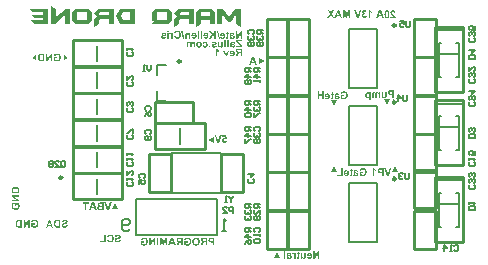
<source format=gbo>
G04 Layer_Color=32896*
%FSLAX24Y24*%
%MOIN*%
G70*
G01*
G75*
%ADD20C,0.0080*%
%ADD36C,0.0098*%
%ADD38C,0.0079*%
%ADD39C,0.0100*%
%ADD40C,0.0050*%
G36*
X176083Y131120D02*
X175915Y131209D01*
Y131523D01*
X175744Y131267D01*
X175639D01*
X175466Y131523D01*
Y131206D01*
X175298D01*
Y131718D01*
X175482D01*
X175691Y131424D01*
X175901Y131718D01*
X176083D01*
Y131120D01*
D02*
G37*
G36*
X174693Y130613D02*
X174702Y130611D01*
X174711Y130609D01*
X174718Y130607D01*
X174721Y130606D01*
X174724Y130605D01*
X174726Y130604D01*
X174728Y130603D01*
X174730Y130602D01*
X174731Y130601D01*
X174732Y130601D01*
X174732D01*
X174740Y130596D01*
X174747Y130590D01*
X174753Y130584D01*
X174757Y130579D01*
X174761Y130573D01*
X174764Y130569D01*
X174765Y130568D01*
X174766Y130567D01*
X174766Y130566D01*
Y130566D01*
X174770Y130557D01*
X174773Y130549D01*
X174775Y130541D01*
X174777Y130534D01*
X174777Y130528D01*
X174778Y130525D01*
Y130523D01*
X174778Y130521D01*
Y130520D01*
Y130519D01*
Y130519D01*
X174778Y130507D01*
X174776Y130496D01*
X174775Y130487D01*
X174773Y130483D01*
X174772Y130479D01*
X174771Y130476D01*
X174770Y130473D01*
X174769Y130471D01*
X174768Y130468D01*
X174767Y130467D01*
X174767Y130465D01*
X174766Y130465D01*
Y130464D01*
X174761Y130457D01*
X174756Y130450D01*
X174750Y130444D01*
X174744Y130439D01*
X174739Y130435D01*
X174735Y130433D01*
X174733Y130432D01*
X174732Y130431D01*
X174732Y130431D01*
X174731D01*
X174722Y130427D01*
X174714Y130424D01*
X174706Y130422D01*
X174698Y130421D01*
X174692Y130420D01*
X174689Y130420D01*
X174687D01*
X174685Y130419D01*
X174682D01*
X174675Y130420D01*
X174668Y130420D01*
X174661Y130422D01*
X174654Y130424D01*
X174648Y130425D01*
X174642Y130428D01*
X174637Y130430D01*
X174632Y130433D01*
X174628Y130435D01*
X174625Y130438D01*
X174621Y130440D01*
X174619Y130442D01*
X174617Y130444D01*
X174615Y130445D01*
X174614Y130446D01*
X174614Y130447D01*
X174609Y130452D01*
X174605Y130458D01*
X174601Y130463D01*
X174598Y130469D01*
X174595Y130475D01*
X174593Y130481D01*
X174591Y130486D01*
X174590Y130492D01*
X174589Y130497D01*
X174588Y130502D01*
X174587Y130506D01*
X174587Y130509D01*
X174587Y130512D01*
Y130515D01*
Y130516D01*
Y130516D01*
X174587Y130524D01*
X174588Y130532D01*
X174589Y130538D01*
X174591Y130545D01*
X174593Y130551D01*
X174595Y130557D01*
X174598Y130562D01*
X174600Y130567D01*
X174602Y130571D01*
X174605Y130575D01*
X174607Y130578D01*
X174609Y130581D01*
X174611Y130583D01*
X174612Y130585D01*
X174613Y130585D01*
X174614Y130586D01*
X174619Y130590D01*
X174624Y130595D01*
X174630Y130598D01*
X174636Y130602D01*
X174642Y130604D01*
X174647Y130606D01*
X174653Y130608D01*
X174658Y130610D01*
X174663Y130611D01*
X174668Y130612D01*
X174672Y130612D01*
X174676Y130613D01*
X174679Y130613D01*
X174683D01*
X174693Y130613D01*
D02*
G37*
G36*
X173781Y131600D02*
Y131323D01*
X173664Y131206D01*
X173343D01*
X173319Y131233D01*
X173295Y131206D01*
X173085D01*
X173234Y131316D01*
X173126D01*
Y131600D01*
X173244Y131718D01*
X173664D01*
X173781Y131600D01*
D02*
G37*
G36*
X174512Y131206D02*
X174344D01*
Y131372D01*
X174072D01*
X174031Y131332D01*
Y131209D01*
X173863Y131120D01*
Y131359D01*
X173949Y131443D01*
X173863Y131557D01*
X173980Y131718D01*
X174512D01*
Y131206D01*
D02*
G37*
G36*
X175583Y130423D02*
X175534D01*
Y130679D01*
X175583D01*
Y130423D01*
D02*
G37*
G36*
X175682D02*
X175633D01*
Y130679D01*
X175682D01*
Y130423D01*
D02*
G37*
G36*
X175211Y130612D02*
X175217Y130612D01*
X175223Y130610D01*
X175229Y130609D01*
X175233Y130608D01*
X175238Y130606D01*
X175242Y130605D01*
X175245Y130603D01*
X175248Y130602D01*
X175251Y130600D01*
X175253Y130599D01*
X175254Y130598D01*
X175256Y130597D01*
X175256Y130597D01*
X175256Y130596D01*
X175260Y130593D01*
X175263Y130590D01*
X175265Y130587D01*
X175267Y130583D01*
X175271Y130576D01*
X175273Y130570D01*
X175274Y130565D01*
X175274Y130562D01*
X175275Y130560D01*
X175275Y130558D01*
Y130557D01*
Y130556D01*
Y130556D01*
X175275Y130551D01*
X175274Y130547D01*
X175273Y130542D01*
X175272Y130538D01*
X175268Y130531D01*
X175264Y130525D01*
X175260Y130521D01*
X175257Y130517D01*
X175255Y130516D01*
X175254Y130515D01*
X175254Y130515D01*
X175253Y130514D01*
X175250Y130512D01*
X175246Y130510D01*
X175240Y130508D01*
X175235Y130506D01*
X175229Y130504D01*
X175223Y130502D01*
X175210Y130498D01*
X175203Y130496D01*
X175197Y130495D01*
X175192Y130494D01*
X175187Y130492D01*
X175183Y130492D01*
X175180Y130491D01*
X175179Y130490D01*
X175178D01*
X175173Y130489D01*
X175170Y130488D01*
X175167Y130487D01*
X175165Y130486D01*
X175163Y130485D01*
X175162Y130485D01*
X175162Y130484D01*
X175159Y130481D01*
X175158Y130478D01*
X175158Y130476D01*
Y130475D01*
Y130475D01*
X175158Y130472D01*
X175159Y130469D01*
X175160Y130467D01*
X175161Y130465D01*
X175162Y130464D01*
X175163Y130462D01*
X175164Y130462D01*
X175164Y130461D01*
X175169Y130459D01*
X175173Y130458D01*
X175178Y130456D01*
X175182Y130455D01*
X175186Y130455D01*
X175190Y130455D01*
X175193D01*
X175199Y130455D01*
X175204Y130456D01*
X175209Y130457D01*
X175213Y130458D01*
X175216Y130459D01*
X175218Y130461D01*
X175220Y130461D01*
X175220Y130462D01*
X175223Y130465D01*
X175226Y130468D01*
X175228Y130472D01*
X175230Y130475D01*
X175231Y130479D01*
X175232Y130481D01*
X175233Y130483D01*
Y130484D01*
X175282Y130476D01*
X175278Y130467D01*
X175274Y130458D01*
X175270Y130451D01*
X175265Y130445D01*
X175261Y130441D01*
X175257Y130437D01*
X175256Y130436D01*
X175254Y130435D01*
X175254Y130435D01*
X175253Y130434D01*
X175249Y130432D01*
X175244Y130429D01*
X175234Y130425D01*
X175224Y130423D01*
X175215Y130421D01*
X175210Y130420D01*
X175206Y130420D01*
X175203Y130420D01*
X175199D01*
X175197Y130419D01*
X175193D01*
X175186Y130420D01*
X175179Y130420D01*
X175172Y130421D01*
X175166Y130422D01*
X175160Y130423D01*
X175155Y130425D01*
X175150Y130427D01*
X175146Y130428D01*
X175142Y130430D01*
X175139Y130432D01*
X175136Y130433D01*
X175134Y130434D01*
X175132Y130436D01*
X175131Y130437D01*
X175130Y130437D01*
X175130Y130437D01*
X175126Y130441D01*
X175123Y130445D01*
X175120Y130448D01*
X175117Y130452D01*
X175116Y130456D01*
X175114Y130459D01*
X175111Y130466D01*
X175110Y130472D01*
X175109Y130475D01*
X175109Y130477D01*
X175109Y130479D01*
Y130480D01*
Y130481D01*
Y130481D01*
X175109Y130489D01*
X175111Y130497D01*
X175113Y130503D01*
X175116Y130508D01*
X175119Y130512D01*
X175122Y130515D01*
X175123Y130517D01*
X175124Y130518D01*
X175127Y130520D01*
X175131Y130522D01*
X175135Y130524D01*
X175139Y130526D01*
X175148Y130530D01*
X175157Y130533D01*
X175166Y130536D01*
X175169Y130537D01*
X175173Y130538D01*
X175175Y130539D01*
X175177Y130539D01*
X175179Y130539D01*
X175179D01*
X175186Y130541D01*
X175192Y130543D01*
X175198Y130544D01*
X175203Y130546D01*
X175207Y130547D01*
X175211Y130548D01*
X175214Y130549D01*
X175217Y130550D01*
X175219Y130551D01*
X175221Y130552D01*
X175222Y130552D01*
X175223Y130553D01*
X175224Y130553D01*
X175225Y130553D01*
X175226Y130555D01*
X175227Y130556D01*
X175229Y130559D01*
X175230Y130562D01*
Y130562D01*
Y130562D01*
X175229Y130565D01*
X175229Y130566D01*
X175227Y130570D01*
X175225Y130572D01*
X175224Y130572D01*
X175224D01*
X175220Y130574D01*
X175216Y130576D01*
X175212Y130576D01*
X175207Y130577D01*
X175203Y130578D01*
X175200Y130578D01*
X175196D01*
X175191Y130578D01*
X175186Y130577D01*
X175182Y130576D01*
X175179Y130575D01*
X175176Y130574D01*
X175174Y130573D01*
X175173Y130572D01*
X175173Y130572D01*
X175170Y130570D01*
X175167Y130567D01*
X175165Y130565D01*
X175164Y130562D01*
X175163Y130559D01*
X175162Y130558D01*
X175161Y130556D01*
Y130556D01*
X175115Y130564D01*
X175118Y130573D01*
X175122Y130580D01*
X175126Y130586D01*
X175130Y130591D01*
X175134Y130595D01*
X175137Y130598D01*
X175140Y130600D01*
X175140Y130600D01*
X175140D01*
X175144Y130603D01*
X175148Y130605D01*
X175157Y130608D01*
X175166Y130610D01*
X175176Y130612D01*
X175180Y130612D01*
X175184Y130612D01*
X175188Y130613D01*
X175191Y130613D01*
X175204D01*
X175211Y130612D01*
D02*
G37*
G36*
X175066Y130423D02*
X175016D01*
Y130472D01*
X175066D01*
Y130423D01*
D02*
G37*
G36*
X169664Y131205D02*
X169187D01*
X169071Y131333D01*
X169497D01*
Y131403D01*
X169233D01*
X169126Y131521D01*
X169497D01*
Y131590D01*
X169169D01*
X169054Y131718D01*
X169664D01*
Y131205D01*
D02*
G37*
G36*
X172565D02*
X172054D01*
X171910Y131461D01*
X172054Y131718D01*
X172565D01*
Y131205D01*
D02*
G37*
G36*
X180944Y128808D02*
X180944Y128799D01*
X180943Y128791D01*
X180942Y128784D01*
X180941Y128778D01*
X180939Y128773D01*
X180938Y128770D01*
X180938Y128768D01*
X180937Y128767D01*
X180934Y128762D01*
X180931Y128757D01*
X180928Y128753D01*
X180924Y128750D01*
X180921Y128748D01*
X180918Y128746D01*
X180917Y128745D01*
X180916Y128744D01*
X180910Y128742D01*
X180904Y128739D01*
X180899Y128738D01*
X180893Y128737D01*
X180889Y128736D01*
X180885Y128736D01*
X180882D01*
X180875Y128736D01*
X180869Y128737D01*
X180863Y128739D01*
X180858Y128740D01*
X180854Y128742D01*
X180850Y128743D01*
X180848Y128744D01*
X180847Y128744D01*
X180841Y128748D01*
X180836Y128752D01*
X180831Y128755D01*
X180828Y128759D01*
X180824Y128763D01*
X180822Y128765D01*
X180821Y128767D01*
X180820Y128768D01*
Y128740D01*
X180775D01*
Y128926D01*
X180824D01*
Y128847D01*
Y128840D01*
Y128834D01*
X180824Y128828D01*
X180825Y128823D01*
Y128818D01*
X180825Y128814D01*
X180826Y128811D01*
X180826Y128807D01*
X180826Y128805D01*
X180827Y128803D01*
X180827Y128801D01*
Y128800D01*
X180828Y128798D01*
Y128798D01*
X180829Y128794D01*
X180831Y128790D01*
X180834Y128788D01*
X180836Y128785D01*
X180838Y128783D01*
X180840Y128782D01*
X180841Y128781D01*
X180841Y128780D01*
X180845Y128778D01*
X180849Y128777D01*
X180853Y128775D01*
X180857Y128775D01*
X180860Y128774D01*
X180862Y128774D01*
X180864D01*
X180868Y128774D01*
X180871Y128775D01*
X180875Y128775D01*
X180877Y128776D01*
X180880Y128777D01*
X180881Y128778D01*
X180882Y128778D01*
X180883Y128779D01*
X180885Y128781D01*
X180887Y128783D01*
X180889Y128785D01*
X180890Y128788D01*
X180891Y128790D01*
X180892Y128791D01*
X180892Y128792D01*
Y128793D01*
X180893Y128795D01*
X180893Y128797D01*
X180893Y128800D01*
X180894Y128804D01*
X180894Y128812D01*
X180894Y128820D01*
X180895Y128828D01*
Y128831D01*
Y128834D01*
Y128837D01*
Y128839D01*
Y128840D01*
Y128840D01*
Y128926D01*
X180944D01*
Y128808D01*
D02*
G37*
G36*
X180631Y128930D02*
X180637Y128929D01*
X180643Y128927D01*
X180648Y128926D01*
X180658Y128921D01*
X180662Y128918D01*
X180666Y128915D01*
X180670Y128913D01*
X180673Y128910D01*
X180676Y128907D01*
X180678Y128905D01*
X180680Y128903D01*
X180682Y128901D01*
X180682Y128901D01*
X180683Y128900D01*
Y128926D01*
X180728D01*
Y128740D01*
X180679D01*
Y128830D01*
Y128839D01*
X180678Y128847D01*
X180678Y128854D01*
X180677Y128859D01*
X180676Y128863D01*
X180676Y128866D01*
X180675Y128868D01*
Y128868D01*
X180673Y128872D01*
X180671Y128876D01*
X180669Y128879D01*
X180667Y128882D01*
X180665Y128883D01*
X180663Y128885D01*
X180662Y128886D01*
X180662Y128886D01*
X180658Y128888D01*
X180655Y128890D01*
X180652Y128891D01*
X180648Y128891D01*
X180646Y128892D01*
X180643Y128892D01*
X180638D01*
X180635Y128891D01*
X180633Y128891D01*
X180631Y128890D01*
X180629Y128890D01*
X180628Y128889D01*
X180627Y128889D01*
X180627Y128888D01*
X180625Y128887D01*
X180623Y128885D01*
X180621Y128881D01*
X180620Y128879D01*
X180619Y128878D01*
X180619Y128877D01*
Y128876D01*
X180618Y128875D01*
X180618Y128873D01*
X180617Y128867D01*
X180616Y128862D01*
X180616Y128856D01*
X180616Y128850D01*
Y128846D01*
Y128844D01*
Y128843D01*
Y128842D01*
Y128842D01*
Y128740D01*
X180567D01*
Y128829D01*
Y128838D01*
X180566Y128846D01*
X180565Y128853D01*
X180565Y128858D01*
X180564Y128862D01*
X180564Y128865D01*
X180563Y128867D01*
Y128867D01*
X180561Y128872D01*
X180559Y128876D01*
X180557Y128879D01*
X180555Y128881D01*
X180553Y128883D01*
X180551Y128885D01*
X180550Y128886D01*
X180550Y128886D01*
X180547Y128888D01*
X180543Y128890D01*
X180540Y128891D01*
X180537Y128891D01*
X180534Y128892D01*
X180532Y128892D01*
X180530D01*
X180525Y128892D01*
X180521Y128891D01*
X180517Y128889D01*
X180514Y128887D01*
X180512Y128885D01*
X180511Y128883D01*
X180510Y128882D01*
X180509Y128882D01*
X180508Y128880D01*
X180507Y128878D01*
X180506Y128873D01*
X180505Y128867D01*
X180505Y128861D01*
X180504Y128855D01*
X180504Y128850D01*
Y128849D01*
Y128847D01*
Y128846D01*
Y128846D01*
Y128740D01*
X180455D01*
Y128859D01*
X180455Y128868D01*
X180456Y128876D01*
X180456Y128883D01*
X180457Y128888D01*
X180458Y128892D01*
X180459Y128895D01*
X180460Y128897D01*
X180460Y128897D01*
X180463Y128903D01*
X180466Y128908D01*
X180470Y128912D01*
X180473Y128916D01*
X180477Y128918D01*
X180479Y128920D01*
X180481Y128921D01*
X180481Y128921D01*
X180487Y128924D01*
X180493Y128926D01*
X180498Y128928D01*
X180504Y128929D01*
X180509Y128930D01*
X180513Y128930D01*
X180516D01*
X180522Y128930D01*
X180527Y128929D01*
X180532Y128928D01*
X180537Y128926D01*
X180541Y128925D01*
X180544Y128924D01*
X180545Y128923D01*
X180546Y128923D01*
X180551Y128920D01*
X180556Y128916D01*
X180561Y128912D01*
X180565Y128909D01*
X180568Y128905D01*
X180570Y128903D01*
X180572Y128901D01*
X180572Y128900D01*
X180576Y128905D01*
X180579Y128910D01*
X180583Y128914D01*
X180587Y128917D01*
X180589Y128920D01*
X180592Y128921D01*
X180594Y128922D01*
X180594Y128923D01*
X180599Y128925D01*
X180605Y128927D01*
X180610Y128928D01*
X180615Y128929D01*
X180619Y128930D01*
X180622Y128930D01*
X180625D01*
X180631Y128930D01*
D02*
G37*
G36*
X171111Y131600D02*
Y131323D01*
X170994Y131206D01*
X170573D01*
X170455Y131324D01*
Y131600D01*
X170573Y131718D01*
X170994D01*
X171111Y131600D01*
D02*
G37*
G36*
X171841Y131206D02*
X171674D01*
Y131372D01*
X171401D01*
X171360Y131332D01*
Y131209D01*
X171193Y131120D01*
Y131359D01*
X171279Y131443D01*
X171193Y131557D01*
X171310Y131718D01*
X171841D01*
Y131206D01*
D02*
G37*
G36*
X175214Y131602D02*
Y131206D01*
X175047Y131205D01*
Y131348D01*
X174763D01*
Y131208D01*
X174595Y131120D01*
Y131602D01*
X174714Y131718D01*
X175096D01*
X175214Y131602D01*
D02*
G37*
G36*
X169913Y131714D02*
Y131424D01*
X170260Y131718D01*
X170377D01*
Y131207D01*
X170210Y131206D01*
Y131495D01*
X169871Y131206D01*
X169745D01*
Y131805D01*
X169913Y131714D01*
D02*
G37*
G36*
X179459Y131407D02*
X179404D01*
X179383Y131466D01*
X179280D01*
X179258Y131407D01*
X179202D01*
X179305Y131664D01*
X179359D01*
X179459Y131407D01*
D02*
G37*
G36*
X180851D02*
X180796D01*
X180775Y131466D01*
X180672D01*
X180650Y131407D01*
X180594D01*
X180697Y131664D01*
X180752D01*
X180851Y131407D01*
D02*
G37*
G36*
X175295Y130377D02*
X175300Y130369D01*
X175305Y130362D01*
X175311Y130356D01*
X175315Y130351D01*
X175319Y130347D01*
X175321Y130346D01*
X175322Y130345D01*
X175322Y130344D01*
X175323Y130344D01*
X175331Y130338D01*
X175339Y130333D01*
X175346Y130329D01*
X175352Y130326D01*
X175357Y130324D01*
X175361Y130322D01*
X175362Y130321D01*
X175364Y130321D01*
X175364Y130321D01*
X175364D01*
Y130276D01*
X175351Y130281D01*
X175339Y130287D01*
X175334Y130290D01*
X175328Y130293D01*
X175324Y130296D01*
X175319Y130299D01*
X175315Y130302D01*
X175311Y130305D01*
X175308Y130307D01*
X175306Y130309D01*
X175304Y130311D01*
X175302Y130312D01*
X175301Y130313D01*
X175301Y130313D01*
Y130128D01*
X175252D01*
Y130385D01*
X175292D01*
X175295Y130377D01*
D02*
G37*
G36*
X180959Y131665D02*
X180965Y131664D01*
X180971Y131662D01*
X180977Y131661D01*
X180982Y131659D01*
X180987Y131656D01*
X180991Y131654D01*
X180995Y131652D01*
X180998Y131649D01*
X181002Y131647D01*
X181004Y131645D01*
X181006Y131642D01*
X181008Y131641D01*
X181009Y131639D01*
X181010Y131639D01*
X181010Y131638D01*
X181014Y131632D01*
X181018Y131625D01*
X181021Y131617D01*
X181024Y131609D01*
X181027Y131600D01*
X181029Y131591D01*
X181030Y131583D01*
X181032Y131574D01*
X181033Y131566D01*
X181033Y131559D01*
X181034Y131552D01*
X181034Y131546D01*
X181035Y131541D01*
Y131537D01*
Y131536D01*
Y131535D01*
Y131534D01*
Y131534D01*
X181034Y131521D01*
X181034Y131508D01*
X181033Y131497D01*
X181031Y131487D01*
X181030Y131477D01*
X181028Y131469D01*
X181026Y131461D01*
X181023Y131455D01*
X181021Y131449D01*
X181019Y131444D01*
X181017Y131440D01*
X181016Y131437D01*
X181014Y131434D01*
X181013Y131433D01*
X181013Y131432D01*
X181012Y131431D01*
X181008Y131426D01*
X181003Y131422D01*
X180998Y131418D01*
X180993Y131415D01*
X180988Y131412D01*
X180983Y131410D01*
X180978Y131408D01*
X180973Y131406D01*
X180969Y131405D01*
X180965Y131404D01*
X180961Y131403D01*
X180958Y131403D01*
X180956D01*
X180953Y131403D01*
X180952D01*
X180945Y131403D01*
X180939Y131404D01*
X180933Y131405D01*
X180927Y131407D01*
X180922Y131409D01*
X180917Y131411D01*
X180913Y131413D01*
X180909Y131416D01*
X180906Y131418D01*
X180902Y131421D01*
X180900Y131423D01*
X180898Y131425D01*
X180896Y131426D01*
X180895Y131428D01*
X180894Y131429D01*
X180894Y131429D01*
X180889Y131435D01*
X180886Y131443D01*
X180882Y131450D01*
X180879Y131459D01*
X180877Y131467D01*
X180875Y131476D01*
X180873Y131485D01*
X180872Y131493D01*
X180871Y131501D01*
X180870Y131509D01*
X180869Y131516D01*
X180869Y131522D01*
X180869Y131527D01*
Y131530D01*
Y131532D01*
Y131533D01*
Y131533D01*
Y131534D01*
X180869Y131547D01*
X180870Y131559D01*
X180871Y131570D01*
X180873Y131581D01*
X180875Y131590D01*
X180876Y131599D01*
X180879Y131607D01*
X180881Y131613D01*
X180883Y131619D01*
X180886Y131624D01*
X180888Y131629D01*
X180890Y131632D01*
X180892Y131635D01*
X180893Y131637D01*
X180893Y131638D01*
X180894Y131638D01*
X180898Y131643D01*
X180902Y131647D01*
X180907Y131651D01*
X180912Y131654D01*
X180917Y131656D01*
X180922Y131658D01*
X180926Y131660D01*
X180931Y131662D01*
X180935Y131663D01*
X180939Y131664D01*
X180943Y131664D01*
X180946Y131665D01*
X180948Y131665D01*
X180952D01*
X180959Y131665D01*
D02*
G37*
G36*
X180396Y131656D02*
X180401Y131649D01*
X180406Y131641D01*
X180411Y131635D01*
X180416Y131631D01*
X180420Y131627D01*
X180421Y131625D01*
X180422Y131624D01*
X180423Y131624D01*
X180424Y131624D01*
X180432Y131618D01*
X180439Y131612D01*
X180447Y131608D01*
X180453Y131605D01*
X180458Y131603D01*
X180462Y131601D01*
X180463Y131601D01*
X180464Y131601D01*
X180465Y131600D01*
X180465D01*
Y131556D01*
X180452Y131561D01*
X180440Y131567D01*
X180434Y131570D01*
X180429Y131573D01*
X180424Y131576D01*
X180420Y131579D01*
X180416Y131582D01*
X180412Y131584D01*
X180409Y131587D01*
X180407Y131589D01*
X180404Y131591D01*
X180403Y131592D01*
X180402Y131592D01*
X180402Y131593D01*
Y131407D01*
X180353D01*
Y131665D01*
X180392D01*
X180396Y131656D01*
D02*
G37*
G36*
X181156Y131665D02*
X181162Y131664D01*
X181173Y131662D01*
X181183Y131659D01*
X181187Y131658D01*
X181191Y131656D01*
X181195Y131655D01*
X181198Y131653D01*
X181201Y131651D01*
X181203Y131650D01*
X181205Y131649D01*
X181206Y131648D01*
X181207Y131648D01*
X181207Y131647D01*
X181211Y131644D01*
X181215Y131640D01*
X181218Y131635D01*
X181221Y131631D01*
X181226Y131621D01*
X181229Y131612D01*
X181231Y131607D01*
X181232Y131603D01*
X181233Y131599D01*
X181233Y131596D01*
X181234Y131593D01*
Y131591D01*
X181234Y131590D01*
Y131589D01*
X181185Y131584D01*
X181185Y131592D01*
X181183Y131598D01*
X181182Y131604D01*
X181180Y131608D01*
X181178Y131611D01*
X181177Y131613D01*
X181176Y131615D01*
X181175Y131615D01*
X181172Y131618D01*
X181168Y131620D01*
X181164Y131622D01*
X181159Y131623D01*
X181156Y131624D01*
X181153Y131624D01*
X181151D01*
X181145Y131624D01*
X181140Y131623D01*
X181136Y131621D01*
X181132Y131620D01*
X181130Y131618D01*
X181128Y131617D01*
X181127Y131616D01*
X181126Y131615D01*
X181123Y131612D01*
X181121Y131608D01*
X181120Y131604D01*
X181118Y131600D01*
X181118Y131596D01*
X181117Y131592D01*
Y131591D01*
Y131590D01*
Y131590D01*
X181118Y131584D01*
X181119Y131579D01*
X181121Y131574D01*
X181122Y131570D01*
X181124Y131565D01*
X181126Y131563D01*
X181127Y131561D01*
X181128Y131560D01*
X181129Y131558D01*
X181131Y131555D01*
X181134Y131552D01*
X181137Y131549D01*
X181144Y131542D01*
X181151Y131535D01*
X181157Y131528D01*
X181160Y131525D01*
X181163Y131523D01*
X181165Y131521D01*
X181167Y131519D01*
X181168Y131518D01*
X181168Y131518D01*
X181176Y131511D01*
X181182Y131504D01*
X181189Y131498D01*
X181194Y131492D01*
X181199Y131487D01*
X181204Y131481D01*
X181208Y131477D01*
X181211Y131473D01*
X181214Y131469D01*
X181217Y131466D01*
X181219Y131463D01*
X181221Y131460D01*
X181222Y131459D01*
X181223Y131457D01*
X181224Y131457D01*
Y131456D01*
X181228Y131448D01*
X181232Y131439D01*
X181235Y131431D01*
X181237Y131423D01*
X181239Y131417D01*
X181239Y131414D01*
X181239Y131412D01*
X181240Y131410D01*
X181240Y131409D01*
Y131408D01*
Y131407D01*
X181068D01*
Y131453D01*
X181166D01*
X181163Y131458D01*
X181159Y131462D01*
X181158Y131464D01*
X181157Y131465D01*
X181156Y131466D01*
X181156Y131466D01*
X181154Y131468D01*
X181153Y131470D01*
X181148Y131474D01*
X181144Y131479D01*
X181139Y131483D01*
X181134Y131488D01*
X181130Y131491D01*
X181128Y131493D01*
X181127Y131494D01*
X181127Y131494D01*
X181126Y131495D01*
X181118Y131503D01*
X181111Y131509D01*
X181106Y131515D01*
X181101Y131519D01*
X181098Y131523D01*
X181096Y131526D01*
X181094Y131527D01*
X181094Y131528D01*
X181089Y131534D01*
X181085Y131540D01*
X181082Y131545D01*
X181079Y131550D01*
X181077Y131554D01*
X181076Y131558D01*
X181075Y131560D01*
X181074Y131560D01*
X181072Y131566D01*
X181071Y131572D01*
X181070Y131578D01*
X181069Y131583D01*
X181068Y131587D01*
X181068Y131590D01*
Y131592D01*
Y131593D01*
X181068Y131599D01*
X181069Y131604D01*
X181070Y131609D01*
X181071Y131614D01*
X181075Y131623D01*
X181079Y131630D01*
X181081Y131634D01*
X181083Y131636D01*
X181085Y131639D01*
X181087Y131641D01*
X181088Y131642D01*
X181089Y131644D01*
X181090Y131644D01*
X181090Y131644D01*
X181094Y131648D01*
X181099Y131651D01*
X181103Y131654D01*
X181108Y131656D01*
X181118Y131660D01*
X181128Y131662D01*
X181132Y131663D01*
X181136Y131664D01*
X181140Y131664D01*
X181143Y131665D01*
X181146Y131665D01*
X181150D01*
X181156Y131665D01*
D02*
G37*
G36*
X180003Y131407D02*
X179947D01*
X179856Y131664D01*
X179911D01*
X179974Y131474D01*
X180039Y131664D01*
X180095D01*
X180003Y131407D01*
D02*
G37*
G36*
X179731D02*
X179684D01*
Y131609D01*
X179633Y131407D01*
X179583D01*
X179533Y131609D01*
X179533Y131407D01*
X179485D01*
Y131664D01*
X179563D01*
X179608Y131489D01*
X179654Y131664D01*
X179731D01*
Y131407D01*
D02*
G37*
G36*
X174895Y130613D02*
X174902Y130612D01*
X174909Y130611D01*
X174915Y130609D01*
X174921Y130607D01*
X174926Y130605D01*
X174931Y130603D01*
X174935Y130600D01*
X174940Y130598D01*
X174943Y130595D01*
X174946Y130593D01*
X174948Y130591D01*
X174950Y130589D01*
X174952Y130588D01*
X174952Y130588D01*
X174953Y130587D01*
X174957Y130582D01*
X174961Y130577D01*
X174964Y130571D01*
X174967Y130565D01*
X174969Y130559D01*
X174971Y130553D01*
X174974Y130542D01*
X174975Y130536D01*
X174976Y130532D01*
X174976Y130527D01*
X174977Y130523D01*
X174977Y130520D01*
Y130518D01*
Y130516D01*
Y130516D01*
X174977Y130508D01*
X174976Y130499D01*
X174975Y130492D01*
X174973Y130485D01*
X174971Y130479D01*
X174969Y130473D01*
X174967Y130468D01*
X174965Y130463D01*
X174962Y130459D01*
X174961Y130455D01*
X174958Y130452D01*
X174957Y130449D01*
X174955Y130447D01*
X174954Y130446D01*
X174953Y130445D01*
X174953Y130445D01*
X174948Y130440D01*
X174943Y130436D01*
X174938Y130433D01*
X174932Y130430D01*
X174927Y130427D01*
X174922Y130425D01*
X174917Y130424D01*
X174911Y130422D01*
X174907Y130421D01*
X174902Y130421D01*
X174898Y130420D01*
X174895Y130420D01*
X174892Y130419D01*
X174888D01*
X174881Y130420D01*
X174876Y130420D01*
X174870Y130421D01*
X174864Y130422D01*
X174859Y130423D01*
X174854Y130424D01*
X174850Y130426D01*
X174846Y130428D01*
X174843Y130429D01*
X174840Y130431D01*
X174837Y130432D01*
X174835Y130433D01*
X174833Y130434D01*
X174832Y130435D01*
X174831Y130436D01*
X174831D01*
X174827Y130439D01*
X174824Y130443D01*
X174817Y130451D01*
X174812Y130459D01*
X174809Y130467D01*
X174806Y130475D01*
X174804Y130478D01*
X174803Y130481D01*
X174803Y130483D01*
X174802Y130485D01*
X174802Y130486D01*
Y130486D01*
X174850Y130494D01*
X174851Y130488D01*
X174854Y130482D01*
X174856Y130477D01*
X174858Y130473D01*
X174860Y130470D01*
X174861Y130468D01*
X174863Y130467D01*
X174863Y130467D01*
X174867Y130464D01*
X174870Y130462D01*
X174874Y130461D01*
X174878Y130460D01*
X174881Y130459D01*
X174884Y130459D01*
X174886D01*
X174893Y130460D01*
X174898Y130461D01*
X174903Y130463D01*
X174908Y130466D01*
X174911Y130468D01*
X174913Y130470D01*
X174915Y130472D01*
X174915Y130472D01*
X174917Y130475D01*
X174919Y130478D01*
X174922Y130485D01*
X174924Y130493D01*
X174925Y130501D01*
X174926Y130508D01*
X174926Y130511D01*
Y130514D01*
X174927Y130516D01*
Y130518D01*
Y130519D01*
Y130519D01*
Y130525D01*
X174926Y130530D01*
X174925Y130534D01*
X174925Y130539D01*
X174924Y130542D01*
X174923Y130546D01*
X174921Y130552D01*
X174919Y130556D01*
X174917Y130559D01*
X174916Y130561D01*
X174916Y130562D01*
X174911Y130566D01*
X174907Y130569D01*
X174902Y130571D01*
X174897Y130573D01*
X174893Y130574D01*
X174890Y130574D01*
X174887Y130575D01*
X174887D01*
X174882Y130574D01*
X174877Y130573D01*
X174874Y130572D01*
X174870Y130571D01*
X174868Y130569D01*
X174866Y130568D01*
X174865Y130568D01*
X174864Y130567D01*
X174861Y130564D01*
X174859Y130561D01*
X174857Y130557D01*
X174855Y130554D01*
X174854Y130551D01*
X174853Y130548D01*
X174853Y130546D01*
Y130546D01*
X174804Y130555D01*
X174808Y130565D01*
X174813Y130574D01*
X174817Y130581D01*
X174822Y130588D01*
X174827Y130592D01*
X174830Y130596D01*
X174831Y130597D01*
X174833Y130597D01*
X174833Y130598D01*
X174833D01*
X174841Y130603D01*
X174850Y130607D01*
X174859Y130609D01*
X174868Y130611D01*
X174872Y130612D01*
X174876Y130612D01*
X174879Y130613D01*
X174882D01*
X174884Y130613D01*
X174887D01*
X174895Y130613D01*
D02*
G37*
G36*
X175822Y130612D02*
X175828Y130612D01*
X175833Y130611D01*
X175838Y130610D01*
X175842Y130609D01*
X175846Y130607D01*
X175850Y130606D01*
X175853Y130605D01*
X175856Y130604D01*
X175858Y130603D01*
X175860Y130602D01*
X175862Y130601D01*
X175863Y130600D01*
X175863Y130600D01*
X175864D01*
X175870Y130594D01*
X175875Y130588D01*
X175880Y130581D01*
X175883Y130575D01*
X175886Y130569D01*
X175887Y130566D01*
X175888Y130564D01*
X175889Y130562D01*
X175889Y130561D01*
X175889Y130560D01*
Y130560D01*
X175845Y130552D01*
X175843Y130556D01*
X175842Y130560D01*
X175840Y130563D01*
X175838Y130566D01*
X175836Y130568D01*
X175835Y130569D01*
X175834Y130569D01*
X175833Y130570D01*
X175830Y130572D01*
X175827Y130573D01*
X175823Y130574D01*
X175820Y130575D01*
X175817Y130575D01*
X175815Y130575D01*
X175813D01*
X175806Y130575D01*
X175801Y130574D01*
X175796Y130573D01*
X175792Y130572D01*
X175790Y130571D01*
X175788Y130570D01*
X175787Y130569D01*
X175786Y130569D01*
X175784Y130566D01*
X175782Y130563D01*
X175781Y130560D01*
X175780Y130557D01*
X175779Y130553D01*
X175779Y130551D01*
Y130549D01*
Y130549D01*
Y130544D01*
X175782Y130543D01*
X175785Y130542D01*
X175792Y130539D01*
X175800Y130538D01*
X175808Y130536D01*
X175815Y130534D01*
X175819Y130533D01*
X175822Y130533D01*
X175824Y130532D01*
X175826Y130532D01*
X175827Y130532D01*
X175827D01*
X175836Y130530D01*
X175844Y130528D01*
X175851Y130526D01*
X175856Y130524D01*
X175861Y130522D01*
X175864Y130521D01*
X175866Y130521D01*
X175866Y130520D01*
X175871Y130518D01*
X175875Y130515D01*
X175879Y130511D01*
X175882Y130508D01*
X175884Y130506D01*
X175886Y130504D01*
X175887Y130502D01*
X175887Y130501D01*
X175890Y130496D01*
X175892Y130492D01*
X175893Y130487D01*
X175893Y130483D01*
X175894Y130479D01*
X175895Y130476D01*
Y130474D01*
Y130474D01*
X175894Y130469D01*
X175894Y130465D01*
X175892Y130457D01*
X175889Y130451D01*
X175886Y130445D01*
X175883Y130441D01*
X175881Y130437D01*
X175879Y130435D01*
X175878Y130435D01*
Y130434D01*
X175872Y130429D01*
X175864Y130425D01*
X175857Y130423D01*
X175849Y130421D01*
X175843Y130420D01*
X175840Y130420D01*
X175838D01*
X175836Y130419D01*
X175833D01*
X175827Y130420D01*
X175821Y130420D01*
X175816Y130421D01*
X175812Y130422D01*
X175808Y130423D01*
X175805Y130424D01*
X175803Y130425D01*
X175802Y130425D01*
X175797Y130428D01*
X175792Y130430D01*
X175788Y130434D01*
X175784Y130437D01*
X175780Y130439D01*
X175778Y130441D01*
X175776Y130443D01*
X175775Y130443D01*
X175775Y130442D01*
X175774Y130440D01*
X175774Y130438D01*
X175774Y130438D01*
Y130438D01*
X175772Y130434D01*
X175772Y130431D01*
X175771Y130429D01*
X175770Y130427D01*
X175769Y130425D01*
X175769Y130424D01*
X175769Y130424D01*
Y130423D01*
X175720D01*
X175722Y130428D01*
X175724Y130432D01*
X175726Y130437D01*
X175727Y130440D01*
X175728Y130443D01*
X175729Y130446D01*
X175729Y130447D01*
Y130448D01*
X175730Y130452D01*
X175730Y130458D01*
X175731Y130464D01*
Y130470D01*
X175731Y130475D01*
Y130480D01*
Y130482D01*
Y130483D01*
Y130484D01*
Y130484D01*
X175731Y130541D01*
Y130547D01*
X175731Y130552D01*
X175731Y130557D01*
X175732Y130562D01*
X175732Y130566D01*
X175733Y130569D01*
X175733Y130573D01*
X175734Y130575D01*
X175735Y130578D01*
X175735Y130580D01*
X175736Y130583D01*
X175737Y130585D01*
X175737Y130585D01*
X175740Y130589D01*
X175744Y130593D01*
X175747Y130597D01*
X175751Y130600D01*
X175755Y130602D01*
X175758Y130603D01*
X175759Y130605D01*
X175760Y130605D01*
X175760D01*
X175764Y130606D01*
X175767Y130607D01*
X175775Y130610D01*
X175783Y130611D01*
X175791Y130612D01*
X175798Y130613D01*
X175801D01*
X175803Y130613D01*
X175816D01*
X175822Y130612D01*
D02*
G37*
G36*
X176107Y130636D02*
X175987D01*
X176122Y130470D01*
Y130423D01*
X175914D01*
Y130467D01*
X176060D01*
X175919Y130639D01*
Y130679D01*
X176107D01*
Y130636D01*
D02*
G37*
G36*
X175484Y130491D02*
X175484Y130482D01*
X175483Y130474D01*
X175482Y130467D01*
X175481Y130461D01*
X175480Y130456D01*
X175479Y130453D01*
X175478Y130451D01*
X175478Y130450D01*
X175475Y130445D01*
X175471Y130440D01*
X175468Y130437D01*
X175464Y130433D01*
X175461Y130431D01*
X175458Y130429D01*
X175457Y130428D01*
X175456Y130427D01*
X175450Y130425D01*
X175445Y130422D01*
X175439Y130421D01*
X175433Y130420D01*
X175429Y130420D01*
X175426Y130419D01*
X175422D01*
X175416Y130420D01*
X175409Y130420D01*
X175404Y130422D01*
X175398Y130423D01*
X175394Y130425D01*
X175391Y130426D01*
X175388Y130427D01*
X175388Y130427D01*
X175382Y130431D01*
X175376Y130435D01*
X175372Y130438D01*
X175368Y130442D01*
X175365Y130446D01*
X175362Y130448D01*
X175361Y130450D01*
X175361Y130451D01*
Y130423D01*
X175315D01*
Y130609D01*
X175364D01*
Y130531D01*
Y130524D01*
Y130517D01*
X175365Y130511D01*
X175365Y130506D01*
Y130501D01*
X175365Y130497D01*
X175366Y130494D01*
X175366Y130491D01*
X175367Y130488D01*
X175367Y130486D01*
X175367Y130484D01*
Y130483D01*
X175368Y130481D01*
Y130481D01*
X175369Y130477D01*
X175372Y130474D01*
X175374Y130471D01*
X175376Y130468D01*
X175378Y130466D01*
X175380Y130465D01*
X175381Y130464D01*
X175382Y130464D01*
X175385Y130461D01*
X175389Y130460D01*
X175393Y130458D01*
X175397Y130458D01*
X175400Y130457D01*
X175402Y130457D01*
X175404D01*
X175408Y130457D01*
X175412Y130458D01*
X175415Y130458D01*
X175418Y130459D01*
X175420Y130460D01*
X175421Y130461D01*
X175422Y130461D01*
X175423Y130462D01*
X175425Y130464D01*
X175427Y130466D01*
X175429Y130468D01*
X175430Y130471D01*
X175431Y130473D01*
X175432Y130474D01*
X175432Y130475D01*
Y130476D01*
X175433Y130478D01*
X175433Y130480D01*
X175433Y130484D01*
X175434Y130487D01*
X175434Y130495D01*
X175435Y130503D01*
X175435Y130511D01*
Y130514D01*
Y130517D01*
Y130520D01*
Y130522D01*
Y130523D01*
Y130524D01*
Y130609D01*
X175484D01*
Y130491D01*
D02*
G37*
G36*
X175801Y130317D02*
X175807Y130317D01*
X175813Y130315D01*
X175819Y130314D01*
X175824Y130312D01*
X175829Y130310D01*
X175834Y130307D01*
X175838Y130305D01*
X175842Y130302D01*
X175845Y130300D01*
X175848Y130297D01*
X175850Y130296D01*
X175852Y130294D01*
X175853Y130293D01*
X175854Y130292D01*
X175855Y130291D01*
X175859Y130286D01*
X175862Y130281D01*
X175866Y130275D01*
X175869Y130269D01*
X175871Y130263D01*
X175873Y130257D01*
X175876Y130246D01*
X175877Y130240D01*
X175877Y130235D01*
X175878Y130231D01*
X175878Y130227D01*
X175879Y130224D01*
Y130221D01*
Y130220D01*
Y130219D01*
X175878Y130212D01*
X175878Y130205D01*
X175877Y130199D01*
X175876Y130193D01*
X175875Y130187D01*
X175873Y130182D01*
X175871Y130177D01*
X175869Y130173D01*
X175868Y130169D01*
X175866Y130165D01*
X175865Y130162D01*
X175863Y130160D01*
X175862Y130158D01*
X175861Y130156D01*
X175861Y130156D01*
X175860Y130155D01*
X175856Y130150D01*
X175851Y130145D01*
X175845Y130141D01*
X175839Y130137D01*
X175833Y130134D01*
X175828Y130132D01*
X175822Y130129D01*
X175816Y130128D01*
X175811Y130126D01*
X175805Y130126D01*
X175801Y130125D01*
X175796Y130124D01*
X175793D01*
X175791Y130124D01*
X175789D01*
X175778Y130125D01*
X175768Y130126D01*
X175759Y130128D01*
X175752Y130131D01*
X175749Y130132D01*
X175746Y130133D01*
X175744Y130135D01*
X175742Y130136D01*
X175740Y130137D01*
X175739Y130137D01*
X175738Y130138D01*
X175738D01*
X175731Y130144D01*
X175725Y130150D01*
X175719Y130157D01*
X175715Y130164D01*
X175712Y130170D01*
X175711Y130172D01*
X175710Y130175D01*
X175709Y130176D01*
X175708Y130178D01*
X175708Y130179D01*
Y130179D01*
X175757Y130187D01*
X175759Y130182D01*
X175761Y130178D01*
X175762Y130175D01*
X175765Y130172D01*
X175766Y130169D01*
X175768Y130168D01*
X175769Y130167D01*
X175769Y130167D01*
X175772Y130165D01*
X175775Y130163D01*
X175779Y130162D01*
X175782Y130161D01*
X175784Y130161D01*
X175786Y130161D01*
X175788D01*
X175794Y130161D01*
X175800Y130162D01*
X175805Y130164D01*
X175809Y130166D01*
X175812Y130169D01*
X175815Y130170D01*
X175816Y130172D01*
X175817Y130172D01*
X175821Y130177D01*
X175823Y130183D01*
X175825Y130189D01*
X175827Y130194D01*
X175828Y130199D01*
X175828Y130203D01*
X175828Y130204D01*
Y130205D01*
Y130206D01*
Y130206D01*
X175705D01*
Y130217D01*
X175706Y130226D01*
X175707Y130235D01*
X175709Y130243D01*
X175711Y130251D01*
X175712Y130257D01*
X175715Y130264D01*
X175717Y130269D01*
X175719Y130274D01*
X175721Y130279D01*
X175723Y130282D01*
X175725Y130285D01*
X175727Y130287D01*
X175728Y130289D01*
X175728Y130290D01*
X175729Y130290D01*
X175733Y130295D01*
X175738Y130299D01*
X175744Y130303D01*
X175749Y130306D01*
X175754Y130309D01*
X175760Y130311D01*
X175765Y130313D01*
X175770Y130314D01*
X175775Y130316D01*
X175779Y130316D01*
X175784Y130317D01*
X175787Y130317D01*
X175790Y130318D01*
X175794D01*
X175801Y130317D01*
D02*
G37*
G36*
X175615Y130128D02*
X175570D01*
X175497Y130314D01*
X175547D01*
X175583Y130219D01*
X175585Y130213D01*
X175586Y130208D01*
X175587Y130206D01*
X175587Y130205D01*
X175588Y130203D01*
Y130203D01*
X175588Y130201D01*
X175589Y130199D01*
X175591Y130193D01*
X175591Y130191D01*
X175592Y130189D01*
X175593Y130188D01*
X175593Y130187D01*
X175603Y130219D01*
X175638Y130314D01*
X175690D01*
X175615Y130128D01*
D02*
G37*
G36*
X174455Y130613D02*
X174461Y130612D01*
X174467Y130610D01*
X174472Y130609D01*
X174482Y130604D01*
X174486Y130601D01*
X174490Y130598D01*
X174494Y130596D01*
X174497Y130593D01*
X174500Y130590D01*
X174502Y130588D01*
X174504Y130586D01*
X174506Y130585D01*
X174506Y130584D01*
X174507Y130583D01*
Y130609D01*
X174552D01*
Y130423D01*
X174503D01*
Y130513D01*
Y130522D01*
X174502Y130531D01*
X174501Y130537D01*
X174501Y130542D01*
X174500Y130546D01*
X174500Y130549D01*
X174499Y130551D01*
Y130551D01*
X174497Y130555D01*
X174495Y130559D01*
X174493Y130562D01*
X174491Y130565D01*
X174489Y130566D01*
X174487Y130568D01*
X174486Y130569D01*
X174486Y130569D01*
X174482Y130571D01*
X174479Y130573D01*
X174476Y130574D01*
X174472Y130575D01*
X174470Y130575D01*
X174467Y130575D01*
X174462D01*
X174459Y130575D01*
X174457Y130574D01*
X174454Y130573D01*
X174453Y130573D01*
X174452Y130572D01*
X174451Y130572D01*
X174451Y130571D01*
X174449Y130570D01*
X174447Y130568D01*
X174444Y130564D01*
X174444Y130562D01*
X174443Y130561D01*
X174443Y130560D01*
Y130559D01*
X174442Y130558D01*
X174442Y130556D01*
X174441Y130551D01*
X174440Y130545D01*
X174440Y130539D01*
X174440Y130533D01*
Y130529D01*
Y130527D01*
Y130526D01*
Y130525D01*
Y130525D01*
Y130423D01*
X174390D01*
Y130512D01*
Y130521D01*
X174390Y130529D01*
X174389Y130536D01*
X174389Y130541D01*
X174388Y130545D01*
X174387Y130548D01*
X174387Y130550D01*
Y130551D01*
X174385Y130555D01*
X174383Y130559D01*
X174381Y130562D01*
X174379Y130564D01*
X174377Y130566D01*
X174375Y130568D01*
X174374Y130569D01*
X174374Y130569D01*
X174370Y130571D01*
X174367Y130573D01*
X174363Y130574D01*
X174360Y130575D01*
X174358Y130575D01*
X174356Y130575D01*
X174354D01*
X174349Y130575D01*
X174345Y130574D01*
X174341Y130572D01*
X174338Y130570D01*
X174336Y130568D01*
X174335Y130566D01*
X174333Y130565D01*
X174333Y130565D01*
X174332Y130563D01*
X174331Y130561D01*
X174330Y130556D01*
X174329Y130550D01*
X174329Y130544D01*
X174328Y130538D01*
X174328Y130533D01*
Y130532D01*
Y130530D01*
Y130529D01*
Y130529D01*
Y130423D01*
X174279D01*
Y130542D01*
X174279Y130551D01*
X174279Y130559D01*
X174280Y130566D01*
X174281Y130571D01*
X174282Y130575D01*
X174283Y130578D01*
X174284Y130580D01*
X174284Y130580D01*
X174287Y130586D01*
X174290Y130591D01*
X174294Y130595D01*
X174297Y130599D01*
X174301Y130601D01*
X174303Y130603D01*
X174305Y130604D01*
X174305Y130605D01*
X174311Y130607D01*
X174317Y130609D01*
X174322Y130611D01*
X174328Y130612D01*
X174333Y130613D01*
X174336Y130613D01*
X174340D01*
X174346Y130613D01*
X174351Y130612D01*
X174356Y130611D01*
X174361Y130609D01*
X174365Y130608D01*
X174368Y130607D01*
X174369Y130606D01*
X174370Y130606D01*
X174375Y130603D01*
X174380Y130599D01*
X174385Y130595D01*
X174389Y130592D01*
X174392Y130588D01*
X174394Y130586D01*
X174396Y130584D01*
X174396Y130583D01*
X174400Y130588D01*
X174403Y130593D01*
X174407Y130597D01*
X174410Y130600D01*
X174413Y130603D01*
X174416Y130604D01*
X174417Y130605D01*
X174418Y130606D01*
X174423Y130608D01*
X174429Y130610D01*
X174434Y130611D01*
X174439Y130612D01*
X174443Y130613D01*
X174446Y130613D01*
X174449D01*
X174455Y130613D01*
D02*
G37*
G36*
X176122Y130128D02*
X176070D01*
Y130235D01*
X176054D01*
X176048Y130235D01*
X176044Y130234D01*
X176040Y130233D01*
X176037Y130233D01*
X176035Y130232D01*
X176034Y130232D01*
X176034D01*
X176031Y130230D01*
X176028Y130229D01*
X176025Y130227D01*
X176023Y130226D01*
X176021Y130224D01*
X176020Y130222D01*
X176019Y130222D01*
X176018Y130221D01*
X176017Y130219D01*
X176015Y130217D01*
X176011Y130212D01*
X176007Y130206D01*
X176002Y130199D01*
X175998Y130193D01*
X175996Y130190D01*
X175994Y130188D01*
X175993Y130186D01*
X175992Y130185D01*
X175991Y130184D01*
X175991Y130183D01*
X175954Y130128D01*
X175892D01*
X175923Y130178D01*
X175927Y130183D01*
X175930Y130188D01*
X175933Y130193D01*
X175936Y130197D01*
X175939Y130200D01*
X175941Y130204D01*
X175945Y130210D01*
X175949Y130214D01*
X175951Y130217D01*
X175953Y130219D01*
X175953Y130219D01*
X175957Y130224D01*
X175962Y130228D01*
X175966Y130231D01*
X175971Y130235D01*
X175974Y130237D01*
X175977Y130239D01*
X175980Y130240D01*
X175980Y130241D01*
X175980D01*
X175974Y130242D01*
X175968Y130243D01*
X175963Y130245D01*
X175958Y130247D01*
X175954Y130249D01*
X175950Y130250D01*
X175946Y130252D01*
X175942Y130254D01*
X175939Y130256D01*
X175937Y130258D01*
X175934Y130260D01*
X175933Y130262D01*
X175931Y130263D01*
X175930Y130264D01*
X175930Y130264D01*
X175930Y130264D01*
X175927Y130268D01*
X175924Y130272D01*
X175920Y130280D01*
X175917Y130288D01*
X175915Y130296D01*
X175913Y130302D01*
X175913Y130305D01*
Y130307D01*
X175913Y130309D01*
Y130311D01*
Y130312D01*
Y130312D01*
X175913Y130320D01*
X175914Y130328D01*
X175916Y130335D01*
X175918Y130341D01*
X175920Y130346D01*
X175922Y130349D01*
X175923Y130350D01*
X175924Y130351D01*
X175924Y130352D01*
Y130352D01*
X175929Y130358D01*
X175933Y130364D01*
X175938Y130368D01*
X175943Y130371D01*
X175947Y130374D01*
X175951Y130375D01*
X175953Y130377D01*
X175953Y130377D01*
X175954D01*
X175957Y130378D01*
X175961Y130379D01*
X175971Y130381D01*
X175981Y130382D01*
X175990Y130383D01*
X175995D01*
X175999Y130384D01*
X176003D01*
X176007Y130384D01*
X176122D01*
Y130128D01*
D02*
G37*
G36*
X180837Y126142D02*
X180786D01*
Y126238D01*
X180740D01*
X180734Y126239D01*
X180729D01*
X180724Y126239D01*
X180720Y126239D01*
X180716Y126240D01*
X180712Y126240D01*
X180709D01*
X180706Y126241D01*
X180704Y126241D01*
X180702Y126241D01*
X180701D01*
X180699Y126242D01*
X180699D01*
X180694Y126243D01*
X180689Y126245D01*
X180684Y126247D01*
X180680Y126249D01*
X180677Y126251D01*
X180674Y126252D01*
X180673Y126253D01*
X180672Y126254D01*
X180667Y126258D01*
X180663Y126262D01*
X180659Y126266D01*
X180656Y126270D01*
X180654Y126273D01*
X180652Y126276D01*
X180651Y126278D01*
X180650Y126279D01*
X180647Y126285D01*
X180645Y126292D01*
X180644Y126299D01*
X180642Y126305D01*
X180642Y126310D01*
Y126313D01*
X180641Y126315D01*
Y126317D01*
Y126318D01*
Y126319D01*
Y126319D01*
X180642Y126330D01*
X180644Y126340D01*
X180646Y126348D01*
X180649Y126355D01*
X180650Y126358D01*
X180652Y126361D01*
X180653Y126363D01*
X180654Y126365D01*
X180655Y126367D01*
X180656Y126368D01*
X180657Y126368D01*
Y126369D01*
X180662Y126375D01*
X180668Y126381D01*
X180675Y126385D01*
X180680Y126389D01*
X180685Y126391D01*
X180689Y126393D01*
X180691Y126393D01*
X180692Y126393D01*
X180693Y126394D01*
X180693D01*
X180696Y126394D01*
X180700Y126395D01*
X180704Y126396D01*
X180709Y126396D01*
X180719Y126397D01*
X180729Y126397D01*
X180739D01*
X180743Y126398D01*
X180837D01*
Y126142D01*
D02*
G37*
G36*
X181011D02*
X180955D01*
X180864Y126398D01*
X180919D01*
X180981Y126208D01*
X181046Y126398D01*
X181102D01*
X181011Y126142D01*
D02*
G37*
G36*
X178701Y123386D02*
X178653D01*
Y123555D01*
X178549Y123386D01*
X178497D01*
Y123642D01*
X178545D01*
Y123469D01*
X178651Y123642D01*
X178701D01*
Y123386D01*
D02*
G37*
G36*
X177707Y123575D02*
X177713Y123575D01*
X177718Y123573D01*
X177724Y123573D01*
X177728Y123572D01*
X177732Y123570D01*
X177736Y123569D01*
X177739Y123568D01*
X177742Y123566D01*
X177744Y123565D01*
X177746Y123565D01*
X177748Y123563D01*
X177749Y123563D01*
X177749Y123562D01*
X177750D01*
X177756Y123557D01*
X177761Y123550D01*
X177765Y123544D01*
X177769Y123538D01*
X177772Y123532D01*
X177773Y123529D01*
X177774Y123527D01*
X177774Y123525D01*
X177775Y123523D01*
X177775Y123523D01*
Y123522D01*
X177731Y123514D01*
X177729Y123519D01*
X177727Y123522D01*
X177725Y123526D01*
X177723Y123528D01*
X177722Y123530D01*
X177720Y123531D01*
X177720Y123532D01*
X177719Y123532D01*
X177716Y123534D01*
X177713Y123536D01*
X177709Y123536D01*
X177706Y123537D01*
X177703Y123538D01*
X177701Y123538D01*
X177698D01*
X177692Y123538D01*
X177686Y123537D01*
X177682Y123536D01*
X177678Y123535D01*
X177676Y123533D01*
X177674Y123533D01*
X177673Y123532D01*
X177672Y123532D01*
X177670Y123529D01*
X177668Y123526D01*
X177667Y123523D01*
X177666Y123519D01*
X177665Y123516D01*
X177665Y123513D01*
Y123512D01*
Y123511D01*
Y123506D01*
X177667Y123505D01*
X177671Y123504D01*
X177678Y123502D01*
X177686Y123500D01*
X177694Y123498D01*
X177701Y123496D01*
X177704Y123496D01*
X177707Y123495D01*
X177710Y123495D01*
X177711Y123495D01*
X177713Y123494D01*
X177713D01*
X177722Y123492D01*
X177730Y123491D01*
X177737Y123489D01*
X177742Y123487D01*
X177747Y123485D01*
X177750Y123484D01*
X177751Y123483D01*
X177752Y123483D01*
X177757Y123480D01*
X177761Y123477D01*
X177765Y123474D01*
X177767Y123471D01*
X177770Y123468D01*
X177771Y123466D01*
X177772Y123465D01*
X177773Y123464D01*
X177775Y123459D01*
X177777Y123454D01*
X177778Y123450D01*
X177779Y123445D01*
X177780Y123442D01*
X177780Y123439D01*
Y123437D01*
Y123436D01*
X177780Y123432D01*
X177779Y123428D01*
X177778Y123420D01*
X177775Y123413D01*
X177772Y123408D01*
X177769Y123403D01*
X177767Y123400D01*
X177765Y123398D01*
X177764Y123397D01*
Y123397D01*
X177757Y123392D01*
X177750Y123388D01*
X177742Y123385D01*
X177735Y123384D01*
X177729Y123383D01*
X177726Y123382D01*
X177724D01*
X177721Y123382D01*
X177719D01*
X177713Y123382D01*
X177707Y123383D01*
X177702Y123384D01*
X177697Y123385D01*
X177694Y123386D01*
X177691Y123387D01*
X177689Y123387D01*
X177688Y123388D01*
X177683Y123390D01*
X177678Y123393D01*
X177673Y123396D01*
X177669Y123399D01*
X177666Y123402D01*
X177663Y123404D01*
X177662Y123405D01*
X177661Y123406D01*
X177661Y123404D01*
X177660Y123402D01*
X177660Y123401D01*
X177659Y123401D01*
Y123400D01*
X177658Y123397D01*
X177657Y123394D01*
X177657Y123391D01*
X177656Y123390D01*
X177655Y123388D01*
X177655Y123387D01*
X177654Y123386D01*
Y123386D01*
X177606D01*
X177608Y123391D01*
X177610Y123395D01*
X177612Y123399D01*
X177613Y123403D01*
X177614Y123406D01*
X177614Y123408D01*
X177615Y123410D01*
Y123410D01*
X177616Y123415D01*
X177616Y123421D01*
X177617Y123427D01*
Y123433D01*
X177617Y123438D01*
Y123442D01*
Y123444D01*
Y123445D01*
Y123446D01*
Y123447D01*
X177616Y123504D01*
Y123510D01*
X177617Y123515D01*
X177617Y123520D01*
X177617Y123524D01*
X177618Y123528D01*
X177619Y123532D01*
X177619Y123535D01*
X177620Y123538D01*
X177620Y123540D01*
X177621Y123542D01*
X177622Y123546D01*
X177623Y123547D01*
X177623Y123548D01*
X177626Y123552D01*
X177629Y123556D01*
X177633Y123559D01*
X177637Y123562D01*
X177640Y123565D01*
X177643Y123566D01*
X177645Y123567D01*
X177646Y123567D01*
X177646D01*
X177649Y123569D01*
X177653Y123570D01*
X177660Y123572D01*
X177668Y123574D01*
X177676Y123575D01*
X177684Y123575D01*
X177687D01*
X177689Y123576D01*
X177701D01*
X177707Y123575D01*
D02*
G37*
G36*
X179607Y126331D02*
X179613Y126330D01*
X179619Y126329D01*
X179625Y126327D01*
X179630Y126326D01*
X179635Y126323D01*
X179640Y126321D01*
X179644Y126319D01*
X179648Y126316D01*
X179651Y126313D01*
X179654Y126311D01*
X179656Y126309D01*
X179658Y126308D01*
X179660Y126306D01*
X179660Y126306D01*
X179661Y126305D01*
X179665Y126300D01*
X179668Y126295D01*
X179672Y126289D01*
X179675Y126283D01*
X179677Y126277D01*
X179679Y126271D01*
X179682Y126259D01*
X179683Y126254D01*
X179684Y126249D01*
X179684Y126245D01*
X179684Y126241D01*
X179685Y126238D01*
Y126235D01*
Y126233D01*
Y126233D01*
X179684Y126226D01*
X179684Y126219D01*
X179683Y126213D01*
X179682Y126207D01*
X179681Y126201D01*
X179679Y126196D01*
X179677Y126191D01*
X179675Y126187D01*
X179674Y126182D01*
X179672Y126179D01*
X179671Y126176D01*
X179670Y126174D01*
X179668Y126172D01*
X179667Y126170D01*
X179667Y126169D01*
X179667Y126169D01*
X179662Y126164D01*
X179657Y126159D01*
X179651Y126155D01*
X179645Y126151D01*
X179640Y126148D01*
X179634Y126145D01*
X179628Y126143D01*
X179622Y126142D01*
X179617Y126140D01*
X179611Y126140D01*
X179607Y126139D01*
X179603Y126138D01*
X179599D01*
X179597Y126138D01*
X179595D01*
X179584Y126138D01*
X179574Y126140D01*
X179566Y126142D01*
X179558Y126145D01*
X179555Y126146D01*
X179552Y126147D01*
X179550Y126148D01*
X179548Y126150D01*
X179546Y126151D01*
X179545Y126151D01*
X179544Y126152D01*
X179544D01*
X179537Y126158D01*
X179531Y126164D01*
X179526Y126171D01*
X179522Y126178D01*
X179518Y126184D01*
X179517Y126186D01*
X179516Y126188D01*
X179515Y126190D01*
X179515Y126192D01*
X179514Y126192D01*
Y126193D01*
X179563Y126201D01*
X179565Y126196D01*
X179567Y126192D01*
X179569Y126188D01*
X179571Y126185D01*
X179572Y126183D01*
X179574Y126182D01*
X179575Y126181D01*
X179575Y126181D01*
X179578Y126178D01*
X179581Y126177D01*
X179585Y126176D01*
X179588Y126175D01*
X179590Y126175D01*
X179593Y126174D01*
X179594D01*
X179600Y126175D01*
X179606Y126176D01*
X179611Y126178D01*
X179615Y126180D01*
X179618Y126182D01*
X179621Y126184D01*
X179623Y126186D01*
X179623Y126186D01*
X179627Y126191D01*
X179629Y126196D01*
X179631Y126202D01*
X179633Y126208D01*
X179634Y126213D01*
X179634Y126216D01*
X179634Y126218D01*
Y126219D01*
Y126220D01*
Y126220D01*
X179512D01*
Y126231D01*
X179512Y126240D01*
X179513Y126249D01*
X179515Y126257D01*
X179517Y126265D01*
X179519Y126271D01*
X179521Y126278D01*
X179523Y126283D01*
X179525Y126288D01*
X179527Y126292D01*
X179529Y126296D01*
X179531Y126299D01*
X179533Y126301D01*
X179534Y126303D01*
X179534Y126303D01*
X179535Y126304D01*
X179539Y126309D01*
X179544Y126313D01*
X179550Y126317D01*
X179555Y126320D01*
X179560Y126323D01*
X179566Y126325D01*
X179571Y126327D01*
X179576Y126328D01*
X179581Y126329D01*
X179586Y126330D01*
X179590Y126331D01*
X179593Y126331D01*
X179596Y126332D01*
X179600D01*
X179607Y126331D01*
D02*
G37*
G36*
X179787Y126364D02*
Y126327D01*
X179810D01*
Y126288D01*
X179787D01*
Y126207D01*
Y126202D01*
Y126198D01*
Y126194D01*
X179787Y126191D01*
Y126185D01*
X179786Y126180D01*
X179786Y126177D01*
Y126174D01*
X179786Y126173D01*
Y126172D01*
X179785Y126168D01*
X179784Y126165D01*
X179783Y126161D01*
X179782Y126159D01*
X179781Y126157D01*
X179780Y126155D01*
X179779Y126154D01*
X179779Y126154D01*
X179777Y126151D01*
X179774Y126149D01*
X179769Y126145D01*
X179767Y126144D01*
X179765Y126143D01*
X179764Y126142D01*
X179763Y126142D01*
X179759Y126141D01*
X179755Y126140D01*
X179751Y126139D01*
X179747Y126138D01*
X179744Y126138D01*
X179741Y126138D01*
X179739D01*
X179731Y126138D01*
X179724Y126139D01*
X179717Y126140D01*
X179712Y126141D01*
X179707Y126142D01*
X179703Y126144D01*
X179701Y126144D01*
X179701Y126145D01*
X179700D01*
X179705Y126183D01*
X179709Y126181D01*
X179713Y126180D01*
X179717Y126179D01*
X179719Y126179D01*
X179722Y126179D01*
X179723Y126178D01*
X179725D01*
X179728Y126179D01*
X179731Y126179D01*
X179732Y126180D01*
X179733Y126181D01*
X179735Y126183D01*
X179736Y126185D01*
X179737Y126186D01*
X179737Y126187D01*
Y126188D01*
X179738Y126189D01*
Y126192D01*
Y126197D01*
X179738Y126201D01*
Y126206D01*
Y126209D01*
Y126211D01*
Y126212D01*
Y126213D01*
Y126213D01*
Y126288D01*
X179704D01*
Y126327D01*
X179738D01*
Y126393D01*
X179787Y126364D01*
D02*
G37*
G36*
X180528Y126391D02*
X180533Y126383D01*
X180538Y126376D01*
X180543Y126370D01*
X180548Y126365D01*
X180552Y126361D01*
X180553Y126360D01*
X180554Y126359D01*
X180555Y126358D01*
X180555Y126358D01*
X180564Y126352D01*
X180571Y126347D01*
X180578Y126343D01*
X180585Y126340D01*
X180590Y126337D01*
X180594Y126336D01*
X180595Y126335D01*
X180596Y126335D01*
X180597Y126334D01*
X180597D01*
Y126290D01*
X180584Y126295D01*
X180572Y126301D01*
X180566Y126304D01*
X180561Y126307D01*
X180556Y126310D01*
X180552Y126313D01*
X180548Y126316D01*
X180544Y126319D01*
X180541Y126321D01*
X180538Y126323D01*
X180536Y126325D01*
X180535Y126326D01*
X180534Y126327D01*
X180534Y126327D01*
Y126142D01*
X180484D01*
Y126399D01*
X180524D01*
X180528Y126391D01*
D02*
G37*
G36*
X179470Y126142D02*
X179289D01*
Y126185D01*
X179418D01*
Y126396D01*
X179470D01*
Y126142D01*
D02*
G37*
G36*
X176614Y129843D02*
X176559D01*
X176538Y129901D01*
X176435D01*
X176413Y129843D01*
X176357D01*
X176460Y130099D01*
X176515D01*
X176614Y129843D01*
D02*
G37*
G36*
X177568Y123386D02*
X177519D01*
Y123642D01*
X177568D01*
Y123386D01*
D02*
G37*
G36*
X175355Y127244D02*
X175299D01*
X175208Y127500D01*
X175263D01*
X175326Y127311D01*
X175391Y127500D01*
X175447D01*
X175355Y127244D01*
D02*
G37*
G36*
X175624Y127363D02*
X175584Y127358D01*
X175581Y127361D01*
X175578Y127364D01*
X175574Y127367D01*
X175571Y127369D01*
X175565Y127372D01*
X175559Y127374D01*
X175554Y127375D01*
X175550Y127376D01*
X175549Y127377D01*
X175546D01*
X175540Y127376D01*
X175535Y127375D01*
X175530Y127373D01*
X175526Y127371D01*
X175523Y127368D01*
X175520Y127366D01*
X175519Y127365D01*
X175519Y127364D01*
X175515Y127360D01*
X175512Y127354D01*
X175510Y127348D01*
X175509Y127342D01*
X175508Y127337D01*
X175508Y127333D01*
Y127331D01*
Y127330D01*
Y127329D01*
Y127329D01*
X175508Y127320D01*
X175509Y127312D01*
X175511Y127306D01*
X175513Y127301D01*
X175515Y127296D01*
X175517Y127293D01*
X175518Y127292D01*
X175519Y127291D01*
X175523Y127287D01*
X175527Y127284D01*
X175532Y127281D01*
X175536Y127280D01*
X175539Y127279D01*
X175542Y127279D01*
X175544Y127279D01*
X175545D01*
X175550Y127279D01*
X175554Y127280D01*
X175559Y127281D01*
X175562Y127283D01*
X175565Y127285D01*
X175567Y127287D01*
X175569Y127288D01*
X175569Y127288D01*
X175572Y127292D01*
X175575Y127296D01*
X175577Y127301D01*
X175579Y127305D01*
X175580Y127308D01*
X175581Y127312D01*
X175581Y127314D01*
Y127314D01*
X175630Y127309D01*
X175629Y127303D01*
X175628Y127298D01*
X175624Y127288D01*
X175620Y127279D01*
X175618Y127275D01*
X175615Y127271D01*
X175613Y127269D01*
X175611Y127266D01*
X175609Y127264D01*
X175607Y127261D01*
X175606Y127260D01*
X175605Y127259D01*
X175604Y127259D01*
X175604Y127258D01*
X175599Y127255D01*
X175595Y127252D01*
X175590Y127249D01*
X175585Y127247D01*
X175575Y127244D01*
X175566Y127241D01*
X175562Y127241D01*
X175558Y127240D01*
X175554Y127240D01*
X175551Y127240D01*
X175549Y127239D01*
X175546D01*
X175537Y127240D01*
X175530Y127241D01*
X175523Y127242D01*
X175516Y127244D01*
X175510Y127247D01*
X175504Y127250D01*
X175499Y127253D01*
X175494Y127256D01*
X175490Y127259D01*
X175486Y127262D01*
X175483Y127265D01*
X175480Y127268D01*
X175479Y127270D01*
X175477Y127271D01*
X175476Y127273D01*
X175476Y127273D01*
X175473Y127278D01*
X175470Y127283D01*
X175467Y127287D01*
X175465Y127293D01*
X175462Y127302D01*
X175460Y127311D01*
X175459Y127315D01*
X175459Y127318D01*
X175458Y127322D01*
Y127325D01*
X175457Y127327D01*
Y127328D01*
Y127330D01*
Y127330D01*
X175458Y127337D01*
X175459Y127344D01*
X175460Y127350D01*
X175461Y127356D01*
X175463Y127361D01*
X175465Y127366D01*
X175467Y127371D01*
X175469Y127375D01*
X175471Y127379D01*
X175473Y127382D01*
X175475Y127385D01*
X175477Y127387D01*
X175478Y127389D01*
X175479Y127391D01*
X175480Y127391D01*
X175480Y127392D01*
X175485Y127396D01*
X175489Y127400D01*
X175494Y127403D01*
X175499Y127406D01*
X175503Y127408D01*
X175508Y127410D01*
X175517Y127413D01*
X175521Y127414D01*
X175524Y127415D01*
X175528Y127415D01*
X175530Y127415D01*
X175533Y127416D01*
X175536D01*
X175542Y127415D01*
X175549Y127414D01*
X175554Y127413D01*
X175559Y127412D01*
X175563Y127410D01*
X175567Y127409D01*
X175569Y127408D01*
X175569Y127407D01*
X175570D01*
X175562Y127451D01*
X175469D01*
Y127497D01*
X175599D01*
X175624Y127363D01*
D02*
G37*
G36*
X178245Y123454D02*
X178245Y123445D01*
X178244Y123437D01*
X178243Y123429D01*
X178242Y123424D01*
X178241Y123419D01*
X178239Y123415D01*
X178239Y123414D01*
X178238Y123413D01*
X178235Y123408D01*
X178232Y123403D01*
X178229Y123399D01*
X178225Y123396D01*
X178222Y123393D01*
X178219Y123391D01*
X178218Y123390D01*
X178217Y123390D01*
X178211Y123387D01*
X178205Y123385D01*
X178200Y123384D01*
X178194Y123383D01*
X178190Y123382D01*
X178186Y123382D01*
X178183D01*
X178176Y123382D01*
X178170Y123383D01*
X178164Y123384D01*
X178159Y123386D01*
X178155Y123387D01*
X178151Y123389D01*
X178149Y123390D01*
X178148Y123390D01*
X178142Y123393D01*
X178137Y123397D01*
X178132Y123401D01*
X178129Y123405D01*
X178125Y123408D01*
X178123Y123411D01*
X178122Y123413D01*
X178121Y123414D01*
Y123386D01*
X178076D01*
Y123572D01*
X178125D01*
Y123493D01*
Y123486D01*
Y123480D01*
X178125Y123474D01*
X178126Y123469D01*
Y123464D01*
X178126Y123460D01*
X178127Y123456D01*
X178127Y123453D01*
X178127Y123451D01*
X178128Y123449D01*
X178128Y123447D01*
Y123445D01*
X178129Y123444D01*
Y123443D01*
X178130Y123439D01*
X178132Y123436D01*
X178135Y123434D01*
X178137Y123431D01*
X178139Y123429D01*
X178141Y123427D01*
X178142Y123427D01*
X178142Y123426D01*
X178146Y123424D01*
X178150Y123422D01*
X178154Y123421D01*
X178158Y123420D01*
X178161Y123420D01*
X178163Y123420D01*
X178165D01*
X178169Y123420D01*
X178172Y123420D01*
X178176Y123421D01*
X178178Y123422D01*
X178181Y123423D01*
X178182Y123424D01*
X178183Y123424D01*
X178184Y123424D01*
X178186Y123427D01*
X178188Y123429D01*
X178190Y123431D01*
X178191Y123433D01*
X178192Y123435D01*
X178193Y123437D01*
X178193Y123438D01*
Y123438D01*
X178194Y123440D01*
X178194Y123443D01*
X178194Y123446D01*
X178195Y123449D01*
X178195Y123457D01*
X178195Y123466D01*
X178196Y123474D01*
Y123477D01*
Y123480D01*
Y123482D01*
Y123484D01*
Y123486D01*
Y123486D01*
Y123572D01*
X178245D01*
Y123454D01*
D02*
G37*
G36*
X178023Y123609D02*
Y123572D01*
X178046D01*
Y123532D01*
X178023D01*
Y123451D01*
Y123447D01*
Y123442D01*
Y123438D01*
X178023Y123435D01*
Y123429D01*
X178022Y123424D01*
X178022Y123421D01*
Y123418D01*
X178021Y123417D01*
Y123417D01*
X178021Y123412D01*
X178020Y123409D01*
X178019Y123405D01*
X178017Y123403D01*
X178016Y123401D01*
X178016Y123399D01*
X178015Y123398D01*
X178015Y123398D01*
X178013Y123395D01*
X178010Y123393D01*
X178005Y123389D01*
X178003Y123388D01*
X178001Y123387D01*
X177999Y123387D01*
X177999Y123386D01*
X177995Y123385D01*
X177991Y123384D01*
X177987Y123383D01*
X177983Y123383D01*
X177980Y123382D01*
X177977Y123382D01*
X177975D01*
X177967Y123382D01*
X177960Y123383D01*
X177953Y123384D01*
X177947Y123385D01*
X177943Y123387D01*
X177939Y123388D01*
X177937Y123388D01*
X177936Y123389D01*
X177936D01*
X177940Y123427D01*
X177945Y123425D01*
X177949Y123424D01*
X177952Y123424D01*
X177955Y123423D01*
X177957Y123423D01*
X177959Y123422D01*
X177960D01*
X177964Y123423D01*
X177966Y123424D01*
X177968Y123424D01*
X177969Y123425D01*
X177971Y123427D01*
X177972Y123429D01*
X177973Y123430D01*
X177973Y123431D01*
Y123432D01*
X177973Y123433D01*
Y123437D01*
Y123441D01*
X177974Y123445D01*
Y123450D01*
Y123454D01*
Y123455D01*
Y123456D01*
Y123457D01*
Y123457D01*
Y123532D01*
X177940D01*
Y123572D01*
X177974D01*
Y123637D01*
X178023Y123609D01*
D02*
G37*
G36*
X177825Y123575D02*
X177829Y123575D01*
X177833Y123574D01*
X177836Y123573D01*
X177838Y123572D01*
X177841Y123571D01*
X177842Y123570D01*
X177842Y123570D01*
X177846Y123567D01*
X177849Y123563D01*
X177853Y123559D01*
X177856Y123555D01*
X177859Y123551D01*
X177861Y123548D01*
X177862Y123546D01*
X177863Y123545D01*
Y123572D01*
X177908D01*
Y123386D01*
X177859D01*
Y123443D01*
Y123451D01*
Y123459D01*
X177859Y123466D01*
X177858Y123472D01*
Y123478D01*
X177858Y123483D01*
X177858Y123488D01*
X177857Y123492D01*
X177857Y123495D01*
X177856Y123498D01*
X177856Y123500D01*
Y123502D01*
X177856Y123503D01*
X177855Y123504D01*
Y123505D01*
X177854Y123510D01*
X177852Y123515D01*
X177850Y123518D01*
X177848Y123521D01*
X177847Y123523D01*
X177845Y123525D01*
X177845Y123525D01*
X177844Y123526D01*
X177841Y123528D01*
X177838Y123529D01*
X177835Y123530D01*
X177833Y123531D01*
X177831Y123531D01*
X177828Y123532D01*
X177827D01*
X177823Y123531D01*
X177819Y123531D01*
X177815Y123529D01*
X177811Y123528D01*
X177808Y123526D01*
X177806Y123525D01*
X177804Y123524D01*
X177804Y123523D01*
X177788Y123566D01*
X177794Y123569D01*
X177800Y123572D01*
X177805Y123573D01*
X177811Y123575D01*
X177815Y123575D01*
X177818Y123576D01*
X177821D01*
X177825Y123575D01*
D02*
G37*
G36*
X178379D02*
X178386Y123575D01*
X178392Y123573D01*
X178397Y123572D01*
X178403Y123570D01*
X178408Y123567D01*
X178413Y123565D01*
X178417Y123563D01*
X178420Y123560D01*
X178424Y123558D01*
X178427Y123555D01*
X178429Y123553D01*
X178431Y123552D01*
X178432Y123550D01*
X178433Y123550D01*
X178433Y123549D01*
X178437Y123544D01*
X178441Y123539D01*
X178444Y123533D01*
X178447Y123527D01*
X178450Y123521D01*
X178451Y123515D01*
X178454Y123503D01*
X178455Y123498D01*
X178456Y123493D01*
X178457Y123489D01*
X178457Y123485D01*
X178457Y123482D01*
Y123479D01*
Y123478D01*
Y123477D01*
X178457Y123470D01*
X178457Y123463D01*
X178455Y123457D01*
X178454Y123451D01*
X178453Y123445D01*
X178451Y123440D01*
X178450Y123435D01*
X178448Y123431D01*
X178447Y123427D01*
X178445Y123423D01*
X178443Y123420D01*
X178442Y123418D01*
X178441Y123416D01*
X178440Y123414D01*
X178440Y123414D01*
X178439Y123413D01*
X178434Y123408D01*
X178430Y123403D01*
X178424Y123399D01*
X178418Y123395D01*
X178412Y123392D01*
X178406Y123390D01*
X178400Y123387D01*
X178394Y123386D01*
X178389Y123384D01*
X178384Y123384D01*
X178379Y123383D01*
X178375Y123382D01*
X178372D01*
X178370Y123382D01*
X178367D01*
X178357Y123383D01*
X178347Y123384D01*
X178338Y123386D01*
X178331Y123389D01*
X178327Y123390D01*
X178325Y123391D01*
X178322Y123392D01*
X178320Y123394D01*
X178319Y123395D01*
X178317Y123395D01*
X178317Y123396D01*
X178317D01*
X178310Y123402D01*
X178303Y123408D01*
X178298Y123415D01*
X178294Y123422D01*
X178291Y123428D01*
X178290Y123430D01*
X178289Y123432D01*
X178288Y123434D01*
X178287Y123436D01*
X178287Y123437D01*
Y123437D01*
X178336Y123445D01*
X178337Y123440D01*
X178339Y123436D01*
X178341Y123432D01*
X178343Y123429D01*
X178345Y123427D01*
X178346Y123426D01*
X178347Y123425D01*
X178348Y123425D01*
X178351Y123422D01*
X178354Y123421D01*
X178357Y123420D01*
X178360Y123419D01*
X178363Y123419D01*
X178365Y123418D01*
X178367D01*
X178373Y123419D01*
X178379Y123420D01*
X178384Y123422D01*
X178388Y123424D01*
X178391Y123427D01*
X178393Y123428D01*
X178395Y123430D01*
X178396Y123430D01*
X178399Y123435D01*
X178402Y123441D01*
X178404Y123447D01*
X178406Y123452D01*
X178406Y123457D01*
X178407Y123461D01*
X178407Y123462D01*
Y123463D01*
Y123464D01*
Y123464D01*
X178284D01*
Y123475D01*
X178285Y123484D01*
X178286Y123493D01*
X178288Y123501D01*
X178289Y123509D01*
X178291Y123515D01*
X178293Y123522D01*
X178296Y123527D01*
X178298Y123532D01*
X178300Y123536D01*
X178302Y123540D01*
X178304Y123543D01*
X178305Y123545D01*
X178306Y123547D01*
X178307Y123548D01*
X178307Y123548D01*
X178312Y123553D01*
X178317Y123557D01*
X178322Y123561D01*
X178327Y123564D01*
X178333Y123567D01*
X178339Y123569D01*
X178344Y123571D01*
X178349Y123572D01*
X178354Y123573D01*
X178358Y123574D01*
X178362Y123575D01*
X178366Y123575D01*
X178369Y123576D01*
X178373D01*
X178379Y123575D01*
D02*
G37*
G36*
X171680Y125000D02*
X171624D01*
X171533Y125256D01*
X171588D01*
X171651Y125067D01*
X171716Y125256D01*
X171772D01*
X171680Y125000D01*
D02*
G37*
G36*
X169533Y129961D02*
X169436D01*
X169426Y129961D01*
X169417Y129961D01*
X169409Y129962D01*
X169403Y129963D01*
X169398Y129964D01*
X169394Y129965D01*
X169392Y129965D01*
X169391D01*
X169391Y129966D01*
X169391D01*
X169382Y129969D01*
X169375Y129972D01*
X169369Y129975D01*
X169364Y129979D01*
X169360Y129982D01*
X169357Y129984D01*
X169355Y129985D01*
X169354Y129986D01*
X169348Y129993D01*
X169342Y130001D01*
X169338Y130008D01*
X169334Y130015D01*
X169331Y130022D01*
X169329Y130025D01*
X169329Y130027D01*
X169328Y130029D01*
X169327Y130031D01*
X169327Y130031D01*
Y130032D01*
X169324Y130041D01*
X169322Y130050D01*
X169321Y130059D01*
X169320Y130067D01*
X169319Y130071D01*
X169319Y130075D01*
Y130078D01*
X169319Y130081D01*
Y130083D01*
Y130085D01*
Y130086D01*
Y130086D01*
X169319Y130099D01*
X169320Y130110D01*
X169321Y130116D01*
X169321Y130121D01*
X169322Y130126D01*
X169323Y130130D01*
X169324Y130133D01*
X169325Y130137D01*
X169325Y130140D01*
X169326Y130142D01*
X169327Y130144D01*
X169327Y130145D01*
X169327Y130146D01*
Y130146D01*
X169331Y130155D01*
X169335Y130163D01*
X169339Y130170D01*
X169343Y130176D01*
X169346Y130181D01*
X169349Y130185D01*
X169351Y130187D01*
X169351Y130188D01*
X169352D01*
X169358Y130194D01*
X169364Y130199D01*
X169371Y130203D01*
X169377Y130206D01*
X169382Y130209D01*
X169386Y130210D01*
X169388Y130211D01*
X169389Y130211D01*
X169390Y130211D01*
X169390D01*
X169397Y130213D01*
X169405Y130214D01*
X169413Y130216D01*
X169421Y130216D01*
X169428Y130216D01*
X169431Y130217D01*
X169533D01*
Y129961D01*
D02*
G37*
G36*
X171275Y125000D02*
X171220D01*
X171199Y125058D01*
X171096D01*
X171074Y125000D01*
X171018D01*
X171121Y125256D01*
X171176D01*
X171275Y125000D01*
D02*
G37*
G36*
X171507D02*
X171396D01*
X171389Y125000D01*
X171378D01*
X171374Y125001D01*
X171367D01*
X171364Y125001D01*
X171361D01*
X171359Y125001D01*
X171358D01*
X171350Y125003D01*
X171344Y125004D01*
X171338Y125006D01*
X171332Y125009D01*
X171328Y125010D01*
X171325Y125012D01*
X171324Y125013D01*
X171323Y125014D01*
X171318Y125018D01*
X171314Y125022D01*
X171310Y125026D01*
X171307Y125031D01*
X171304Y125034D01*
X171302Y125037D01*
X171301Y125039D01*
X171301Y125040D01*
X171298Y125046D01*
X171296Y125052D01*
X171294Y125058D01*
X171294Y125063D01*
X171293Y125068D01*
X171292Y125071D01*
Y125073D01*
Y125074D01*
Y125074D01*
X171293Y125082D01*
X171294Y125090D01*
X171297Y125096D01*
X171299Y125102D01*
X171301Y125106D01*
X171303Y125110D01*
X171305Y125112D01*
X171305Y125112D01*
X171310Y125118D01*
X171316Y125123D01*
X171322Y125127D01*
X171328Y125130D01*
X171333Y125133D01*
X171337Y125135D01*
X171339Y125135D01*
X171340Y125135D01*
X171341Y125136D01*
X171341D01*
X171335Y125139D01*
X171330Y125142D01*
X171325Y125147D01*
X171322Y125150D01*
X171319Y125153D01*
X171317Y125156D01*
X171315Y125158D01*
X171315Y125158D01*
X171312Y125164D01*
X171309Y125170D01*
X171308Y125175D01*
X171306Y125181D01*
X171305Y125185D01*
X171305Y125188D01*
Y125191D01*
Y125191D01*
Y125191D01*
X171305Y125197D01*
X171306Y125203D01*
X171308Y125208D01*
X171309Y125212D01*
X171311Y125216D01*
X171312Y125219D01*
X171313Y125221D01*
X171313Y125221D01*
X171316Y125226D01*
X171320Y125230D01*
X171323Y125234D01*
X171326Y125237D01*
X171329Y125239D01*
X171331Y125241D01*
X171332Y125242D01*
X171333Y125243D01*
X171337Y125246D01*
X171342Y125248D01*
X171347Y125250D01*
X171351Y125251D01*
X171354Y125252D01*
X171357Y125253D01*
X171359Y125253D01*
X171359D01*
X171366Y125254D01*
X171373Y125255D01*
X171380Y125255D01*
X171388Y125256D01*
X171394Y125256D01*
X171507D01*
Y125000D01*
D02*
G37*
G36*
X180310Y128930D02*
X180317Y128928D01*
X180323Y128927D01*
X180328Y128926D01*
X180332Y128924D01*
X180335Y128923D01*
X180337Y128921D01*
X180338Y128921D01*
X180343Y128918D01*
X180347Y128914D01*
X180352Y128910D01*
X180355Y128907D01*
X180358Y128903D01*
X180360Y128901D01*
X180361Y128899D01*
X180362Y128899D01*
Y128926D01*
X180407D01*
Y128669D01*
X180358D01*
Y128763D01*
X180353Y128758D01*
X180348Y128753D01*
X180344Y128750D01*
X180340Y128747D01*
X180337Y128745D01*
X180335Y128743D01*
X180333Y128742D01*
X180332Y128742D01*
X180328Y128740D01*
X180323Y128739D01*
X180318Y128738D01*
X180313Y128737D01*
X180310Y128736D01*
X180307Y128736D01*
X180304D01*
X180298Y128736D01*
X180293Y128737D01*
X180287Y128738D01*
X180282Y128740D01*
X180273Y128744D01*
X180269Y128746D01*
X180265Y128749D01*
X180261Y128751D01*
X180258Y128753D01*
X180256Y128756D01*
X180254Y128758D01*
X180252Y128759D01*
X180251Y128761D01*
X180250Y128761D01*
X180249Y128762D01*
X180245Y128767D01*
X180242Y128772D01*
X180239Y128778D01*
X180236Y128784D01*
X180234Y128790D01*
X180232Y128796D01*
X180229Y128807D01*
X180228Y128813D01*
X180228Y128818D01*
X180227Y128822D01*
X180227Y128826D01*
X180226Y128829D01*
Y128832D01*
Y128833D01*
Y128834D01*
X180227Y128842D01*
X180228Y128850D01*
X180229Y128857D01*
X180230Y128864D01*
X180232Y128870D01*
X180234Y128876D01*
X180236Y128882D01*
X180238Y128886D01*
X180240Y128890D01*
X180242Y128894D01*
X180244Y128897D01*
X180245Y128900D01*
X180247Y128902D01*
X180248Y128903D01*
X180249Y128904D01*
X180249Y128904D01*
X180254Y128909D01*
X180258Y128913D01*
X180262Y128916D01*
X180267Y128919D01*
X180272Y128922D01*
X180276Y128924D01*
X180281Y128926D01*
X180285Y128927D01*
X180289Y128928D01*
X180292Y128928D01*
X180296Y128929D01*
X180298Y128930D01*
X180301Y128930D01*
X180304D01*
X180310Y128930D01*
D02*
G37*
G36*
X181181Y128740D02*
X181129D01*
Y128837D01*
X181083D01*
X181078Y128837D01*
X181073D01*
X181068Y128837D01*
X181063Y128838D01*
X181059Y128838D01*
X181056Y128839D01*
X181053D01*
X181050Y128839D01*
X181048Y128839D01*
X181046Y128840D01*
X181044D01*
X181043Y128840D01*
X181042D01*
X181037Y128842D01*
X181032Y128843D01*
X181028Y128845D01*
X181024Y128847D01*
X181021Y128849D01*
X181018Y128851D01*
X181016Y128852D01*
X181016Y128852D01*
X181011Y128856D01*
X181007Y128860D01*
X181003Y128864D01*
X181000Y128868D01*
X180997Y128872D01*
X180995Y128875D01*
X180994Y128877D01*
X180994Y128877D01*
X180991Y128884D01*
X180989Y128890D01*
X180987Y128897D01*
X180986Y128904D01*
X180985Y128909D01*
Y128911D01*
X180985Y128913D01*
Y128915D01*
Y128916D01*
Y128917D01*
Y128917D01*
X180986Y128928D01*
X180987Y128938D01*
X180990Y128946D01*
X180992Y128954D01*
X180994Y128957D01*
X180995Y128959D01*
X180996Y128961D01*
X180998Y128964D01*
X180999Y128965D01*
X180999Y128966D01*
X181000Y128967D01*
Y128967D01*
X181006Y128974D01*
X181012Y128979D01*
X181018Y128984D01*
X181024Y128987D01*
X181029Y128989D01*
X181033Y128991D01*
X181035Y128991D01*
X181036Y128992D01*
X181036Y128992D01*
X181037D01*
X181040Y128993D01*
X181043Y128994D01*
X181048Y128994D01*
X181052Y128994D01*
X181063Y128995D01*
X181073Y128996D01*
X181083D01*
X181087Y128996D01*
X181181D01*
Y128740D01*
D02*
G37*
G36*
X169965Y130221D02*
X169977Y130220D01*
X169982Y130219D01*
X169987Y130217D01*
X169992Y130216D01*
X169996Y130215D01*
X170000Y130214D01*
X170004Y130213D01*
X170006Y130211D01*
X170009Y130211D01*
X170011Y130210D01*
X170012Y130209D01*
X170013Y130209D01*
X170013D01*
X170025Y130202D01*
X170030Y130198D01*
X170034Y130194D01*
X170039Y130190D01*
X170043Y130186D01*
X170047Y130182D01*
X170050Y130178D01*
X170052Y130174D01*
X170055Y130171D01*
X170057Y130168D01*
X170059Y130166D01*
X170060Y130163D01*
X170061Y130162D01*
X170062Y130161D01*
X170062Y130160D01*
X170065Y130155D01*
X170068Y130149D01*
X170072Y130136D01*
X170075Y130124D01*
X170077Y130113D01*
X170077Y130108D01*
X170078Y130104D01*
X170078Y130100D01*
Y130096D01*
X170079Y130093D01*
Y130091D01*
Y130090D01*
Y130089D01*
X170078Y130076D01*
X170077Y130063D01*
X170074Y130052D01*
X170073Y130046D01*
X170071Y130041D01*
X170070Y130037D01*
X170069Y130033D01*
X170067Y130029D01*
X170066Y130026D01*
X170065Y130024D01*
X170065Y130022D01*
X170064Y130021D01*
Y130021D01*
X170058Y130010D01*
X170051Y130000D01*
X170043Y129992D01*
X170036Y129985D01*
X170032Y129982D01*
X170029Y129979D01*
X170027Y129977D01*
X170024Y129976D01*
X170022Y129974D01*
X170020Y129973D01*
X170020Y129973D01*
X170019Y129972D01*
X170013Y129970D01*
X170008Y129967D01*
X169995Y129963D01*
X169984Y129960D01*
X169973Y129958D01*
X169968Y129957D01*
X169963Y129957D01*
X169959Y129956D01*
X169956D01*
X169953Y129956D01*
X169949D01*
X169937Y129956D01*
X169926Y129958D01*
X169915Y129960D01*
X169906Y129962D01*
X169902Y129963D01*
X169898Y129964D01*
X169895Y129965D01*
X169892Y129966D01*
X169890Y129967D01*
X169888Y129967D01*
X169887Y129968D01*
X169887D01*
X169876Y129972D01*
X169866Y129977D01*
X169858Y129982D01*
X169851Y129986D01*
X169846Y129989D01*
X169844Y129991D01*
X169842Y129992D01*
X169841Y129994D01*
X169840Y129994D01*
X169839Y129995D01*
Y130098D01*
X169951D01*
Y130055D01*
X169892D01*
Y130022D01*
X169896Y130018D01*
X169901Y130015D01*
X169906Y130013D01*
X169910Y130011D01*
X169914Y130009D01*
X169917Y130007D01*
X169919Y130007D01*
X169919Y130006D01*
X169920D01*
X169926Y130004D01*
X169931Y130002D01*
X169937Y130001D01*
X169942Y130001D01*
X169946Y130000D01*
X169949Y130000D01*
X169952D01*
X169958Y130000D01*
X169964Y130001D01*
X169969Y130002D01*
X169974Y130004D01*
X169984Y130007D01*
X169987Y130009D01*
X169991Y130011D01*
X169994Y130014D01*
X169997Y130015D01*
X170000Y130018D01*
X170002Y130019D01*
X170003Y130021D01*
X170004Y130022D01*
X170005Y130022D01*
X170005Y130023D01*
X170009Y130027D01*
X170012Y130032D01*
X170015Y130038D01*
X170017Y130043D01*
X170021Y130055D01*
X170023Y130066D01*
X170024Y130071D01*
X170024Y130076D01*
X170025Y130080D01*
X170025Y130084D01*
X170025Y130087D01*
Y130090D01*
Y130091D01*
Y130092D01*
X170025Y130099D01*
X170025Y130106D01*
X170024Y130113D01*
X170023Y130120D01*
X170021Y130125D01*
X170019Y130130D01*
X170017Y130135D01*
X170015Y130140D01*
X170014Y130143D01*
X170012Y130147D01*
X170010Y130149D01*
X170009Y130152D01*
X170008Y130153D01*
X170007Y130155D01*
X170006Y130155D01*
X170006Y130156D01*
X170002Y130159D01*
X169998Y130163D01*
X169993Y130166D01*
X169989Y130168D01*
X169984Y130170D01*
X169980Y130172D01*
X169971Y130175D01*
X169967Y130176D01*
X169964Y130176D01*
X169960Y130177D01*
X169957Y130177D01*
X169955Y130177D01*
X169952D01*
X169944Y130177D01*
X169937Y130176D01*
X169930Y130174D01*
X169925Y130172D01*
X169921Y130170D01*
X169917Y130168D01*
X169916Y130167D01*
X169915Y130166D01*
X169910Y130162D01*
X169905Y130157D01*
X169902Y130152D01*
X169899Y130147D01*
X169897Y130143D01*
X169895Y130140D01*
X169894Y130137D01*
X169894Y130137D01*
Y130137D01*
X169843Y130146D01*
X169844Y130153D01*
X169846Y130159D01*
X169849Y130164D01*
X169852Y130170D01*
X169854Y130175D01*
X169857Y130179D01*
X169860Y130183D01*
X169863Y130187D01*
X169866Y130190D01*
X169869Y130193D01*
X169871Y130196D01*
X169873Y130198D01*
X169875Y130199D01*
X169876Y130201D01*
X169877Y130201D01*
X169877Y130202D01*
X169883Y130205D01*
X169888Y130208D01*
X169894Y130211D01*
X169900Y130213D01*
X169913Y130217D01*
X169924Y130219D01*
X169930Y130220D01*
X169935Y130220D01*
X169940Y130221D01*
X169944Y130221D01*
X169947Y130221D01*
X169952D01*
X169965Y130221D01*
D02*
G37*
G36*
X169791Y129961D02*
X169744D01*
Y130129D01*
X169640Y129961D01*
X169588D01*
Y130217D01*
X169635D01*
Y130044D01*
X169741Y130217D01*
X169791D01*
Y129961D01*
D02*
G37*
G36*
X178977Y128890D02*
X178983Y128889D01*
X178989Y128888D01*
X178995Y128887D01*
X179000Y128885D01*
X179005Y128882D01*
X179010Y128880D01*
X179014Y128878D01*
X179018Y128875D01*
X179021Y128872D01*
X179024Y128870D01*
X179026Y128868D01*
X179028Y128867D01*
X179030Y128865D01*
X179030Y128865D01*
X179031Y128864D01*
X179035Y128859D01*
X179039Y128854D01*
X179042Y128848D01*
X179045Y128842D01*
X179047Y128836D01*
X179049Y128830D01*
X179052Y128818D01*
X179053Y128813D01*
X179054Y128808D01*
X179054Y128804D01*
X179054Y128800D01*
X179055Y128797D01*
Y128794D01*
Y128793D01*
Y128792D01*
X179054Y128785D01*
X179054Y128778D01*
X179053Y128772D01*
X179052Y128766D01*
X179051Y128760D01*
X179049Y128755D01*
X179047Y128750D01*
X179046Y128746D01*
X179044Y128741D01*
X179042Y128738D01*
X179041Y128735D01*
X179040Y128733D01*
X179038Y128731D01*
X179037Y128729D01*
X179037Y128729D01*
X179037Y128728D01*
X179032Y128723D01*
X179027Y128718D01*
X179021Y128714D01*
X179016Y128710D01*
X179010Y128707D01*
X179004Y128704D01*
X178998Y128702D01*
X178992Y128701D01*
X178987Y128699D01*
X178982Y128699D01*
X178977Y128698D01*
X178973Y128697D01*
X178969D01*
X178967Y128697D01*
X178965D01*
X178954Y128697D01*
X178944Y128699D01*
X178936Y128701D01*
X178928Y128704D01*
X178925Y128705D01*
X178922Y128706D01*
X178920Y128707D01*
X178918Y128709D01*
X178916Y128710D01*
X178915Y128710D01*
X178915Y128711D01*
X178914D01*
X178907Y128717D01*
X178901Y128723D01*
X178896Y128730D01*
X178892Y128737D01*
X178888Y128743D01*
X178887Y128745D01*
X178886Y128747D01*
X178885Y128749D01*
X178885Y128751D01*
X178884Y128751D01*
Y128752D01*
X178933Y128760D01*
X178935Y128755D01*
X178937Y128751D01*
X178939Y128747D01*
X178941Y128744D01*
X178942Y128742D01*
X178944Y128741D01*
X178945Y128740D01*
X178945Y128740D01*
X178948Y128737D01*
X178952Y128736D01*
X178955Y128735D01*
X178958Y128734D01*
X178960Y128734D01*
X178963Y128733D01*
X178965D01*
X178970Y128734D01*
X178976Y128735D01*
X178981Y128737D01*
X178985Y128739D01*
X178989Y128741D01*
X178991Y128743D01*
X178993Y128745D01*
X178993Y128745D01*
X178997Y128750D01*
X178999Y128756D01*
X179002Y128761D01*
X179003Y128767D01*
X179004Y128772D01*
X179004Y128776D01*
X179004Y128777D01*
Y128778D01*
Y128779D01*
Y128779D01*
X178882D01*
Y128790D01*
X178882Y128799D01*
X178883Y128808D01*
X178885Y128816D01*
X178887Y128824D01*
X178889Y128830D01*
X178891Y128837D01*
X178893Y128842D01*
X178895Y128847D01*
X178898Y128851D01*
X178899Y128855D01*
X178901Y128858D01*
X178903Y128860D01*
X178904Y128862D01*
X178905Y128862D01*
X178905Y128863D01*
X178909Y128868D01*
X178915Y128872D01*
X178920Y128876D01*
X178925Y128879D01*
X178930Y128882D01*
X178936Y128884D01*
X178941Y128886D01*
X178946Y128887D01*
X178951Y128888D01*
X178956Y128889D01*
X178960Y128890D01*
X178963Y128890D01*
X178966Y128891D01*
X178970D01*
X178977Y128890D01*
D02*
G37*
G36*
X179157Y128924D02*
Y128887D01*
X179180D01*
Y128847D01*
X179157D01*
Y128766D01*
Y128761D01*
Y128757D01*
Y128753D01*
X179157Y128750D01*
Y128744D01*
X179157Y128739D01*
X179156Y128736D01*
Y128733D01*
X179156Y128732D01*
Y128731D01*
X179155Y128727D01*
X179154Y128724D01*
X179153Y128720D01*
X179152Y128718D01*
X179151Y128716D01*
X179150Y128714D01*
X179149Y128713D01*
X179149Y128713D01*
X179147Y128710D01*
X179144Y128708D01*
X179139Y128704D01*
X179137Y128703D01*
X179135Y128702D01*
X179134Y128702D01*
X179133Y128701D01*
X179129Y128700D01*
X179125Y128699D01*
X179121Y128698D01*
X179117Y128697D01*
X179114Y128697D01*
X179111Y128697D01*
X179109D01*
X179101Y128697D01*
X179094Y128698D01*
X179087Y128699D01*
X179082Y128700D01*
X179077Y128702D01*
X179073Y128703D01*
X179071Y128703D01*
X179071Y128704D01*
X179070D01*
X179075Y128742D01*
X179079Y128740D01*
X179083Y128739D01*
X179087Y128739D01*
X179090Y128738D01*
X179092Y128738D01*
X179093Y128737D01*
X179095D01*
X179098Y128738D01*
X179101Y128739D01*
X179102Y128739D01*
X179103Y128740D01*
X179105Y128742D01*
X179106Y128744D01*
X179107Y128745D01*
X179107Y128746D01*
Y128747D01*
X179108Y128748D01*
Y128751D01*
Y128756D01*
X179108Y128760D01*
Y128765D01*
Y128769D01*
Y128770D01*
Y128771D01*
Y128772D01*
Y128772D01*
Y128847D01*
X179074D01*
Y128887D01*
X179108D01*
Y128952D01*
X179157Y128924D01*
D02*
G37*
G36*
X180162Y126402D02*
X180174Y126401D01*
X180179Y126400D01*
X180184Y126399D01*
X180189Y126397D01*
X180193Y126396D01*
X180197Y126395D01*
X180200Y126394D01*
X180203Y126393D01*
X180206Y126392D01*
X180208Y126391D01*
X180209Y126390D01*
X180210Y126390D01*
X180210D01*
X180222Y126383D01*
X180226Y126379D01*
X180231Y126375D01*
X180236Y126371D01*
X180240Y126367D01*
X180243Y126363D01*
X180247Y126359D01*
X180249Y126356D01*
X180252Y126352D01*
X180254Y126349D01*
X180256Y126347D01*
X180257Y126344D01*
X180258Y126343D01*
X180259Y126342D01*
X180259Y126342D01*
X180262Y126336D01*
X180264Y126330D01*
X180269Y126317D01*
X180272Y126305D01*
X180273Y126295D01*
X180274Y126289D01*
X180275Y126285D01*
X180275Y126281D01*
Y126277D01*
X180276Y126275D01*
Y126272D01*
Y126271D01*
Y126270D01*
X180275Y126257D01*
X180273Y126244D01*
X180271Y126233D01*
X180270Y126227D01*
X180268Y126222D01*
X180267Y126218D01*
X180266Y126214D01*
X180264Y126211D01*
X180263Y126208D01*
X180262Y126205D01*
X180262Y126204D01*
X180261Y126202D01*
Y126202D01*
X180254Y126191D01*
X180247Y126181D01*
X180240Y126173D01*
X180233Y126166D01*
X180229Y126163D01*
X180226Y126161D01*
X180223Y126158D01*
X180221Y126157D01*
X180219Y126155D01*
X180217Y126154D01*
X180216Y126154D01*
X180216Y126154D01*
X180210Y126151D01*
X180205Y126148D01*
X180192Y126144D01*
X180180Y126141D01*
X180170Y126139D01*
X180165Y126138D01*
X180160Y126138D01*
X180156Y126137D01*
X180152D01*
X180150Y126137D01*
X180146D01*
X180134Y126137D01*
X180123Y126139D01*
X180112Y126141D01*
X180103Y126143D01*
X180099Y126144D01*
X180095Y126145D01*
X180092Y126146D01*
X180089Y126147D01*
X180087Y126148D01*
X180085Y126148D01*
X180084Y126149D01*
X180084D01*
X180072Y126153D01*
X180063Y126158D01*
X180055Y126163D01*
X180048Y126167D01*
X180043Y126171D01*
X180041Y126172D01*
X180039Y126174D01*
X180038Y126175D01*
X180037Y126175D01*
X180036Y126176D01*
Y126279D01*
X180148D01*
Y126236D01*
X180088D01*
Y126203D01*
X180093Y126199D01*
X180098Y126196D01*
X180102Y126194D01*
X180107Y126192D01*
X180111Y126190D01*
X180114Y126188D01*
X180116Y126188D01*
X180116Y126187D01*
X180116D01*
X180122Y126185D01*
X180128Y126184D01*
X180134Y126182D01*
X180139Y126182D01*
X180143Y126181D01*
X180146Y126181D01*
X180149D01*
X180155Y126181D01*
X180161Y126182D01*
X180166Y126183D01*
X180171Y126185D01*
X180180Y126188D01*
X180184Y126190D01*
X180188Y126192D01*
X180191Y126195D01*
X180194Y126196D01*
X180196Y126199D01*
X180199Y126200D01*
X180200Y126202D01*
X180201Y126203D01*
X180202Y126204D01*
X180202Y126204D01*
X180206Y126208D01*
X180209Y126214D01*
X180212Y126219D01*
X180214Y126224D01*
X180217Y126236D01*
X180220Y126247D01*
X180220Y126252D01*
X180221Y126257D01*
X180222Y126261D01*
X180222Y126265D01*
X180222Y126268D01*
Y126271D01*
Y126272D01*
Y126273D01*
X180222Y126280D01*
X180222Y126288D01*
X180220Y126295D01*
X180219Y126301D01*
X180218Y126306D01*
X180216Y126312D01*
X180214Y126316D01*
X180212Y126321D01*
X180211Y126325D01*
X180209Y126328D01*
X180207Y126330D01*
X180206Y126333D01*
X180205Y126334D01*
X180203Y126336D01*
X180203Y126336D01*
X180203Y126337D01*
X180199Y126340D01*
X180195Y126344D01*
X180190Y126347D01*
X180186Y126349D01*
X180181Y126352D01*
X180177Y126353D01*
X180168Y126356D01*
X180164Y126357D01*
X180161Y126357D01*
X180157Y126358D01*
X180154Y126358D01*
X180152Y126359D01*
X180149D01*
X180141Y126358D01*
X180134Y126357D01*
X180127Y126355D01*
X180122Y126353D01*
X180118Y126351D01*
X180114Y126349D01*
X180112Y126348D01*
X180112Y126347D01*
X180107Y126343D01*
X180102Y126338D01*
X180098Y126333D01*
X180096Y126329D01*
X180094Y126324D01*
X180092Y126321D01*
X180091Y126319D01*
X180091Y126318D01*
Y126318D01*
X180040Y126327D01*
X180041Y126334D01*
X180043Y126340D01*
X180045Y126346D01*
X180048Y126351D01*
X180051Y126356D01*
X180054Y126360D01*
X180057Y126364D01*
X180060Y126368D01*
X180063Y126371D01*
X180065Y126374D01*
X180068Y126377D01*
X180070Y126379D01*
X180072Y126380D01*
X180073Y126382D01*
X180074Y126382D01*
X180074Y126383D01*
X180079Y126386D01*
X180085Y126389D01*
X180091Y126392D01*
X180097Y126394D01*
X180109Y126398D01*
X180121Y126400D01*
X180127Y126401D01*
X180132Y126401D01*
X180137Y126402D01*
X180141Y126402D01*
X180144Y126403D01*
X180149D01*
X180162Y126402D01*
D02*
G37*
G36*
X179929Y126331D02*
X179935Y126330D01*
X179940Y126329D01*
X179945Y126329D01*
X179950Y126327D01*
X179954Y126326D01*
X179957Y126325D01*
X179960Y126324D01*
X179963Y126322D01*
X179966Y126321D01*
X179968Y126320D01*
X179969Y126319D01*
X179970Y126319D01*
X179971Y126318D01*
X179971D01*
X179977Y126313D01*
X179983Y126306D01*
X179987Y126300D01*
X179991Y126293D01*
X179993Y126288D01*
X179994Y126285D01*
X179995Y126283D01*
X179996Y126281D01*
X179996Y126279D01*
X179997Y126279D01*
Y126278D01*
X179953Y126270D01*
X179951Y126275D01*
X179949Y126278D01*
X179947Y126282D01*
X179945Y126284D01*
X179943Y126286D01*
X179942Y126287D01*
X179941Y126288D01*
X179941Y126288D01*
X179938Y126290D01*
X179934Y126292D01*
X179931Y126292D01*
X179927Y126293D01*
X179924Y126293D01*
X179922Y126294D01*
X179920D01*
X179913Y126293D01*
X179908Y126293D01*
X179903Y126292D01*
X179900Y126291D01*
X179897Y126289D01*
X179895Y126289D01*
X179894Y126288D01*
X179894Y126288D01*
X179891Y126285D01*
X179889Y126282D01*
X179888Y126279D01*
X179887Y126275D01*
X179887Y126272D01*
X179886Y126269D01*
Y126268D01*
Y126267D01*
Y126262D01*
X179889Y126261D01*
X179892Y126260D01*
X179899Y126258D01*
X179907Y126256D01*
X179915Y126254D01*
X179923Y126252D01*
X179926Y126252D01*
X179929Y126251D01*
X179931Y126251D01*
X179933Y126251D01*
X179934Y126250D01*
X179934D01*
X179943Y126248D01*
X179951Y126246D01*
X179958Y126245D01*
X179964Y126243D01*
X179968Y126241D01*
X179971Y126240D01*
X179973Y126239D01*
X179974Y126239D01*
X179978Y126236D01*
X179983Y126233D01*
X179986Y126230D01*
X179989Y126227D01*
X179991Y126224D01*
X179993Y126222D01*
X179994Y126221D01*
X179994Y126220D01*
X179997Y126215D01*
X179999Y126210D01*
X180000Y126206D01*
X180001Y126201D01*
X180001Y126198D01*
X180002Y126195D01*
Y126193D01*
Y126192D01*
X180001Y126188D01*
X180001Y126184D01*
X179999Y126176D01*
X179997Y126169D01*
X179994Y126164D01*
X179991Y126159D01*
X179988Y126156D01*
X179986Y126154D01*
X179986Y126153D01*
Y126153D01*
X179979Y126148D01*
X179971Y126144D01*
X179964Y126141D01*
X179957Y126140D01*
X179950Y126138D01*
X179947Y126138D01*
X179945D01*
X179943Y126138D01*
X179940D01*
X179934Y126138D01*
X179929Y126139D01*
X179923Y126140D01*
X179919Y126141D01*
X179915Y126142D01*
X179912Y126143D01*
X179910Y126143D01*
X179910Y126144D01*
X179904Y126146D01*
X179899Y126149D01*
X179895Y126152D01*
X179891Y126155D01*
X179887Y126158D01*
X179885Y126160D01*
X179883Y126161D01*
X179883Y126162D01*
X179882Y126160D01*
X179882Y126158D01*
X179881Y126157D01*
X179881Y126157D01*
Y126156D01*
X179880Y126153D01*
X179879Y126150D01*
X179878Y126147D01*
X179877Y126145D01*
X179877Y126144D01*
X179876Y126142D01*
X179876Y126142D01*
Y126142D01*
X179828D01*
X179830Y126147D01*
X179832Y126151D01*
X179833Y126155D01*
X179835Y126159D01*
X179835Y126162D01*
X179836Y126164D01*
X179836Y126166D01*
Y126166D01*
X179837Y126171D01*
X179838Y126177D01*
X179838Y126183D01*
Y126189D01*
X179839Y126194D01*
Y126198D01*
Y126200D01*
Y126201D01*
Y126202D01*
Y126202D01*
X179838Y126260D01*
Y126266D01*
X179838Y126271D01*
X179839Y126276D01*
X179839Y126280D01*
X179839Y126284D01*
X179840Y126288D01*
X179840Y126291D01*
X179841Y126294D01*
X179842Y126296D01*
X179842Y126298D01*
X179843Y126302D01*
X179844Y126303D01*
X179845Y126304D01*
X179848Y126308D01*
X179851Y126312D01*
X179855Y126315D01*
X179859Y126318D01*
X179862Y126320D01*
X179865Y126322D01*
X179867Y126323D01*
X179867Y126323D01*
X179867D01*
X179871Y126325D01*
X179874Y126326D01*
X179882Y126328D01*
X179890Y126330D01*
X179898Y126330D01*
X179905Y126331D01*
X179908D01*
X179911Y126332D01*
X179923D01*
X179929Y126331D01*
D02*
G37*
G36*
X178841Y128701D02*
X178789D01*
Y128813D01*
X178688D01*
Y128701D01*
X178636D01*
Y128957D01*
X178688D01*
Y128856D01*
X178789D01*
Y128957D01*
X178841D01*
Y128701D01*
D02*
G37*
G36*
X171008Y125213D02*
X170932D01*
Y125000D01*
X170881D01*
Y125213D01*
X170805D01*
Y125256D01*
X171008D01*
Y125213D01*
D02*
G37*
G36*
X179532Y128961D02*
X179544Y128960D01*
X179549Y128959D01*
X179554Y128958D01*
X179559Y128956D01*
X179563Y128955D01*
X179567Y128954D01*
X179571Y128953D01*
X179573Y128952D01*
X179576Y128951D01*
X179578Y128950D01*
X179579Y128949D01*
X179580Y128949D01*
X179580D01*
X179592Y128942D01*
X179596Y128938D01*
X179601Y128934D01*
X179606Y128930D01*
X179610Y128926D01*
X179613Y128922D01*
X179617Y128918D01*
X179619Y128915D01*
X179622Y128911D01*
X179624Y128908D01*
X179626Y128906D01*
X179627Y128904D01*
X179628Y128902D01*
X179629Y128901D01*
X179629Y128901D01*
X179632Y128895D01*
X179635Y128889D01*
X179639Y128877D01*
X179642Y128864D01*
X179643Y128854D01*
X179644Y128848D01*
X179645Y128844D01*
X179645Y128840D01*
Y128836D01*
X179646Y128834D01*
Y128831D01*
Y128830D01*
Y128830D01*
X179645Y128816D01*
X179643Y128803D01*
X179641Y128792D01*
X179640Y128786D01*
X179638Y128781D01*
X179637Y128777D01*
X179636Y128773D01*
X179634Y128770D01*
X179633Y128767D01*
X179632Y128764D01*
X179632Y128763D01*
X179631Y128761D01*
Y128761D01*
X179625Y128750D01*
X179618Y128740D01*
X179610Y128732D01*
X179603Y128725D01*
X179599Y128722D01*
X179596Y128720D01*
X179594Y128717D01*
X179591Y128716D01*
X179589Y128714D01*
X179587Y128713D01*
X179586Y128713D01*
X179586Y128713D01*
X179580Y128710D01*
X179575Y128707D01*
X179562Y128703D01*
X179551Y128700D01*
X179540Y128698D01*
X179535Y128697D01*
X179530Y128697D01*
X179526Y128696D01*
X179522D01*
X179520Y128696D01*
X179516D01*
X179504Y128696D01*
X179493Y128698D01*
X179482Y128700D01*
X179473Y128702D01*
X179469Y128703D01*
X179465Y128704D01*
X179462Y128705D01*
X179459Y128706D01*
X179457Y128707D01*
X179455Y128707D01*
X179454Y128708D01*
X179454D01*
X179443Y128712D01*
X179433Y128717D01*
X179425Y128722D01*
X179418Y128726D01*
X179413Y128730D01*
X179411Y128731D01*
X179409Y128733D01*
X179408Y128734D01*
X179407Y128734D01*
X179406Y128735D01*
Y128838D01*
X179518D01*
Y128795D01*
X179458D01*
Y128762D01*
X179463Y128759D01*
X179468Y128756D01*
X179473Y128753D01*
X179477Y128751D01*
X179481Y128749D01*
X179484Y128747D01*
X179486Y128747D01*
X179486Y128746D01*
X179487D01*
X179492Y128744D01*
X179498Y128743D01*
X179504Y128741D01*
X179509Y128741D01*
X179513Y128740D01*
X179516Y128740D01*
X179519D01*
X179525Y128740D01*
X179531Y128741D01*
X179536Y128742D01*
X179541Y128744D01*
X179551Y128747D01*
X179554Y128749D01*
X179558Y128751D01*
X179561Y128754D01*
X179564Y128756D01*
X179566Y128758D01*
X179569Y128759D01*
X179570Y128761D01*
X179571Y128762D01*
X179572Y128763D01*
X179572Y128763D01*
X179576Y128767D01*
X179579Y128773D01*
X179582Y128778D01*
X179584Y128783D01*
X179588Y128795D01*
X179590Y128806D01*
X179591Y128811D01*
X179591Y128816D01*
X179592Y128820D01*
X179592Y128824D01*
X179592Y128827D01*
Y128830D01*
Y128831D01*
Y128832D01*
X179592Y128840D01*
X179592Y128847D01*
X179591Y128854D01*
X179589Y128860D01*
X179588Y128865D01*
X179586Y128871D01*
X179584Y128875D01*
X179582Y128880D01*
X179581Y128884D01*
X179579Y128887D01*
X179577Y128889D01*
X179576Y128892D01*
X179575Y128894D01*
X179574Y128895D01*
X179573Y128895D01*
X179573Y128896D01*
X179569Y128899D01*
X179565Y128903D01*
X179560Y128906D01*
X179556Y128908D01*
X179551Y128911D01*
X179547Y128912D01*
X179538Y128915D01*
X179534Y128916D01*
X179531Y128917D01*
X179527Y128917D01*
X179524Y128917D01*
X179522Y128918D01*
X179519D01*
X179511Y128917D01*
X179504Y128916D01*
X179497Y128914D01*
X179492Y128912D01*
X179488Y128910D01*
X179484Y128908D01*
X179482Y128907D01*
X179482Y128907D01*
X179477Y128902D01*
X179472Y128897D01*
X179468Y128892D01*
X179466Y128888D01*
X179464Y128883D01*
X179462Y128880D01*
X179461Y128878D01*
X179461Y128877D01*
Y128877D01*
X179410Y128887D01*
X179411Y128893D01*
X179413Y128899D01*
X179416Y128905D01*
X179418Y128910D01*
X179421Y128915D01*
X179424Y128919D01*
X179427Y128924D01*
X179430Y128927D01*
X179433Y128931D01*
X179436Y128934D01*
X179438Y128936D01*
X179440Y128938D01*
X179442Y128939D01*
X179443Y128941D01*
X179444Y128941D01*
X179444Y128942D01*
X179450Y128945D01*
X179455Y128948D01*
X179461Y128951D01*
X179467Y128953D01*
X179480Y128957D01*
X179491Y128959D01*
X179497Y128960D01*
X179502Y128961D01*
X179507Y128961D01*
X179511Y128961D01*
X179514Y128962D01*
X179519D01*
X179532Y128961D01*
D02*
G37*
G36*
X179299Y128890D02*
X179305Y128889D01*
X179310Y128888D01*
X179315Y128888D01*
X179320Y128887D01*
X179324Y128885D01*
X179327Y128884D01*
X179330Y128883D01*
X179333Y128881D01*
X179336Y128880D01*
X179338Y128879D01*
X179339Y128878D01*
X179340Y128878D01*
X179341Y128877D01*
X179341D01*
X179347Y128872D01*
X179353Y128865D01*
X179357Y128859D01*
X179361Y128852D01*
X179363Y128847D01*
X179364Y128844D01*
X179365Y128842D01*
X179366Y128840D01*
X179366Y128838D01*
X179367Y128838D01*
Y128837D01*
X179323Y128829D01*
X179321Y128834D01*
X179319Y128837D01*
X179317Y128841D01*
X179315Y128843D01*
X179313Y128845D01*
X179312Y128846D01*
X179311Y128847D01*
X179311Y128847D01*
X179308Y128849D01*
X179305Y128851D01*
X179301Y128851D01*
X179298Y128852D01*
X179295Y128852D01*
X179292Y128853D01*
X179290D01*
X179283Y128852D01*
X179278Y128852D01*
X179273Y128851D01*
X179270Y128850D01*
X179267Y128848D01*
X179265Y128848D01*
X179264Y128847D01*
X179264Y128847D01*
X179261Y128844D01*
X179259Y128841D01*
X179258Y128838D01*
X179257Y128834D01*
X179257Y128831D01*
X179256Y128828D01*
Y128827D01*
Y128826D01*
Y128821D01*
X179259Y128820D01*
X179262Y128819D01*
X179269Y128817D01*
X179278Y128815D01*
X179285Y128813D01*
X179293Y128811D01*
X179296Y128811D01*
X179299Y128810D01*
X179301Y128810D01*
X179303Y128810D01*
X179304Y128809D01*
X179305D01*
X179313Y128807D01*
X179322Y128806D01*
X179328Y128804D01*
X179334Y128802D01*
X179338Y128800D01*
X179341Y128799D01*
X179343Y128798D01*
X179344Y128798D01*
X179349Y128795D01*
X179353Y128792D01*
X179356Y128789D01*
X179359Y128786D01*
X179362Y128783D01*
X179363Y128781D01*
X179364Y128780D01*
X179364Y128779D01*
X179367Y128774D01*
X179369Y128769D01*
X179370Y128765D01*
X179371Y128760D01*
X179371Y128757D01*
X179372Y128754D01*
Y128752D01*
Y128751D01*
X179371Y128747D01*
X179371Y128743D01*
X179369Y128735D01*
X179367Y128728D01*
X179364Y128723D01*
X179361Y128718D01*
X179358Y128715D01*
X179356Y128713D01*
X179356Y128712D01*
Y128712D01*
X179349Y128707D01*
X179342Y128703D01*
X179334Y128700D01*
X179327Y128699D01*
X179320Y128697D01*
X179317Y128697D01*
X179315D01*
X179313Y128697D01*
X179310D01*
X179305Y128697D01*
X179299Y128698D01*
X179293Y128699D01*
X179289Y128700D01*
X179285Y128701D01*
X179282Y128702D01*
X179280Y128702D01*
X179280Y128703D01*
X179275Y128705D01*
X179269Y128708D01*
X179265Y128711D01*
X179261Y128714D01*
X179258Y128717D01*
X179255Y128719D01*
X179253Y128720D01*
X179253Y128721D01*
X179252Y128719D01*
X179252Y128717D01*
X179251Y128716D01*
X179251Y128716D01*
Y128715D01*
X179250Y128712D01*
X179249Y128709D01*
X179248Y128706D01*
X179248Y128704D01*
X179247Y128703D01*
X179246Y128702D01*
X179246Y128701D01*
Y128701D01*
X179198D01*
X179200Y128706D01*
X179202Y128710D01*
X179203Y128714D01*
X179205Y128718D01*
X179205Y128721D01*
X179206Y128723D01*
X179206Y128725D01*
Y128725D01*
X179207Y128730D01*
X179208Y128736D01*
X179208Y128742D01*
Y128748D01*
X179209Y128753D01*
Y128757D01*
Y128759D01*
Y128760D01*
Y128761D01*
Y128761D01*
X179208Y128819D01*
Y128825D01*
X179208Y128830D01*
X179209Y128835D01*
X179209Y128839D01*
X179209Y128843D01*
X179210Y128847D01*
X179211Y128850D01*
X179211Y128853D01*
X179212Y128855D01*
X179212Y128857D01*
X179214Y128861D01*
X179214Y128862D01*
X179215Y128863D01*
X179218Y128867D01*
X179221Y128871D01*
X179225Y128874D01*
X179229Y128877D01*
X179232Y128879D01*
X179235Y128881D01*
X179237Y128882D01*
X179237Y128882D01*
X179238D01*
X179241Y128884D01*
X179244Y128885D01*
X179252Y128887D01*
X179260Y128889D01*
X179268Y128889D01*
X179275Y128890D01*
X179278D01*
X179281Y128891D01*
X179293D01*
X179299Y128890D01*
D02*
G37*
G36*
X175482Y130908D02*
X175489Y130907D01*
X175495Y130906D01*
X175500Y130904D01*
X175506Y130902D01*
X175511Y130900D01*
X175516Y130898D01*
X175520Y130895D01*
X175523Y130893D01*
X175527Y130890D01*
X175530Y130888D01*
X175532Y130886D01*
X175534Y130885D01*
X175535Y130883D01*
X175536Y130882D01*
X175536Y130882D01*
X175540Y130877D01*
X175544Y130871D01*
X175547Y130866D01*
X175550Y130860D01*
X175553Y130854D01*
X175554Y130848D01*
X175557Y130836D01*
X175559Y130831D01*
X175559Y130826D01*
X175560Y130821D01*
X175560Y130818D01*
X175560Y130814D01*
Y130812D01*
Y130810D01*
Y130810D01*
X175560Y130803D01*
X175560Y130796D01*
X175559Y130790D01*
X175557Y130784D01*
X175556Y130778D01*
X175554Y130773D01*
X175553Y130768D01*
X175551Y130763D01*
X175550Y130759D01*
X175548Y130756D01*
X175546Y130753D01*
X175545Y130750D01*
X175544Y130748D01*
X175543Y130747D01*
X175543Y130746D01*
X175542Y130746D01*
X175537Y130740D01*
X175533Y130736D01*
X175527Y130731D01*
X175521Y130728D01*
X175515Y130725D01*
X175509Y130722D01*
X175503Y130720D01*
X175497Y130718D01*
X175492Y130717D01*
X175487Y130716D01*
X175482Y130716D01*
X175478Y130715D01*
X175475D01*
X175473Y130714D01*
X175470D01*
X175460Y130715D01*
X175450Y130717D01*
X175441Y130719D01*
X175434Y130721D01*
X175431Y130723D01*
X175428Y130724D01*
X175425Y130725D01*
X175423Y130726D01*
X175422Y130727D01*
X175421Y130728D01*
X175420Y130728D01*
X175420D01*
X175413Y130734D01*
X175406Y130741D01*
X175401Y130748D01*
X175397Y130754D01*
X175394Y130760D01*
X175393Y130763D01*
X175392Y130765D01*
X175391Y130767D01*
X175390Y130768D01*
X175390Y130769D01*
Y130770D01*
X175439Y130778D01*
X175441Y130773D01*
X175442Y130768D01*
X175444Y130765D01*
X175446Y130762D01*
X175448Y130760D01*
X175449Y130758D01*
X175450Y130758D01*
X175451Y130757D01*
X175454Y130755D01*
X175457Y130754D01*
X175460Y130753D01*
X175463Y130752D01*
X175466Y130751D01*
X175468Y130751D01*
X175470D01*
X175476Y130751D01*
X175482Y130753D01*
X175487Y130755D01*
X175491Y130757D01*
X175494Y130759D01*
X175496Y130761D01*
X175498Y130763D01*
X175499Y130763D01*
X175502Y130768D01*
X175505Y130773D01*
X175507Y130779D01*
X175509Y130784D01*
X175509Y130790D01*
X175510Y130793D01*
X175510Y130795D01*
Y130796D01*
Y130797D01*
Y130797D01*
X175387D01*
Y130807D01*
X175388Y130817D01*
X175389Y130825D01*
X175391Y130834D01*
X175392Y130841D01*
X175394Y130848D01*
X175396Y130854D01*
X175399Y130860D01*
X175401Y130865D01*
X175403Y130869D01*
X175405Y130872D01*
X175407Y130875D01*
X175408Y130878D01*
X175409Y130879D01*
X175410Y130880D01*
X175411Y130881D01*
X175415Y130885D01*
X175420Y130890D01*
X175425Y130894D01*
X175431Y130896D01*
X175436Y130899D01*
X175442Y130902D01*
X175447Y130904D01*
X175452Y130905D01*
X175457Y130906D01*
X175461Y130907D01*
X175465Y130908D01*
X175469Y130908D01*
X175472Y130908D01*
X175476D01*
X175482Y130908D01*
D02*
G37*
G36*
X174925D02*
X174932Y130907D01*
X174938Y130906D01*
X174944Y130904D01*
X174949Y130902D01*
X174954Y130900D01*
X174959Y130898D01*
X174963Y130895D01*
X174967Y130893D01*
X174970Y130890D01*
X174973Y130888D01*
X174975Y130886D01*
X174977Y130885D01*
X174978Y130883D01*
X174979Y130882D01*
X174979Y130882D01*
X174984Y130877D01*
X174987Y130871D01*
X174991Y130866D01*
X174994Y130860D01*
X174996Y130854D01*
X174998Y130848D01*
X175001Y130836D01*
X175002Y130831D01*
X175002Y130826D01*
X175003Y130821D01*
X175003Y130818D01*
X175004Y130814D01*
Y130812D01*
Y130810D01*
Y130810D01*
X175003Y130803D01*
X175003Y130796D01*
X175002Y130790D01*
X175001Y130784D01*
X174999Y130778D01*
X174998Y130773D01*
X174996Y130768D01*
X174994Y130763D01*
X174993Y130759D01*
X174991Y130756D01*
X174989Y130753D01*
X174988Y130750D01*
X174987Y130748D01*
X174986Y130747D01*
X174986Y130746D01*
X174985Y130746D01*
X174981Y130740D01*
X174976Y130736D01*
X174970Y130731D01*
X174964Y130728D01*
X174958Y130725D01*
X174952Y130722D01*
X174947Y130720D01*
X174941Y130718D01*
X174935Y130717D01*
X174930Y130716D01*
X174925Y130716D01*
X174921Y130715D01*
X174918D01*
X174916Y130714D01*
X174914D01*
X174903Y130715D01*
X174893Y130717D01*
X174884Y130719D01*
X174877Y130721D01*
X174874Y130723D01*
X174871Y130724D01*
X174868Y130725D01*
X174867Y130726D01*
X174865Y130727D01*
X174864Y130728D01*
X174863Y130728D01*
X174863D01*
X174856Y130734D01*
X174850Y130741D01*
X174844Y130748D01*
X174840Y130754D01*
X174837Y130760D01*
X174836Y130763D01*
X174835Y130765D01*
X174834Y130767D01*
X174833Y130768D01*
X174833Y130769D01*
Y130770D01*
X174882Y130778D01*
X174884Y130773D01*
X174886Y130768D01*
X174887Y130765D01*
X174890Y130762D01*
X174891Y130760D01*
X174893Y130758D01*
X174894Y130758D01*
X174894Y130757D01*
X174897Y130755D01*
X174900Y130754D01*
X174904Y130753D01*
X174907Y130752D01*
X174909Y130751D01*
X174911Y130751D01*
X174913D01*
X174919Y130751D01*
X174925Y130753D01*
X174930Y130755D01*
X174934Y130757D01*
X174937Y130759D01*
X174940Y130761D01*
X174941Y130763D01*
X174942Y130763D01*
X174945Y130768D01*
X174948Y130773D01*
X174950Y130779D01*
X174952Y130784D01*
X174952Y130790D01*
X174953Y130793D01*
X174953Y130795D01*
Y130796D01*
Y130797D01*
Y130797D01*
X174830D01*
Y130807D01*
X174831Y130817D01*
X174832Y130825D01*
X174834Y130834D01*
X174836Y130841D01*
X174837Y130848D01*
X174840Y130854D01*
X174842Y130860D01*
X174844Y130865D01*
X174846Y130869D01*
X174848Y130872D01*
X174850Y130875D01*
X174851Y130878D01*
X174853Y130879D01*
X174853Y130880D01*
X174854Y130881D01*
X174858Y130885D01*
X174863Y130890D01*
X174868Y130894D01*
X174874Y130896D01*
X174879Y130899D01*
X174885Y130902D01*
X174890Y130904D01*
X174895Y130905D01*
X174900Y130906D01*
X174904Y130907D01*
X174908Y130908D01*
X174912Y130908D01*
X174915Y130908D01*
X174919D01*
X174925Y130908D01*
D02*
G37*
G36*
X174527D02*
X174534Y130907D01*
X174540Y130906D01*
X174545Y130904D01*
X174551Y130902D01*
X174556Y130900D01*
X174561Y130898D01*
X174565Y130895D01*
X174568Y130893D01*
X174572Y130890D01*
X174575Y130888D01*
X174577Y130886D01*
X174579Y130885D01*
X174580Y130883D01*
X174581Y130882D01*
X174581Y130882D01*
X174585Y130877D01*
X174589Y130871D01*
X174592Y130866D01*
X174595Y130860D01*
X174598Y130854D01*
X174599Y130848D01*
X174602Y130836D01*
X174604Y130831D01*
X174604Y130826D01*
X174605Y130821D01*
X174605Y130818D01*
X174605Y130814D01*
Y130812D01*
Y130810D01*
Y130810D01*
X174605Y130803D01*
X174605Y130796D01*
X174604Y130790D01*
X174602Y130784D01*
X174601Y130778D01*
X174599Y130773D01*
X174598Y130768D01*
X174596Y130763D01*
X174595Y130759D01*
X174593Y130756D01*
X174591Y130753D01*
X174590Y130750D01*
X174589Y130748D01*
X174588Y130747D01*
X174588Y130746D01*
X174587Y130746D01*
X174582Y130740D01*
X174578Y130736D01*
X174572Y130731D01*
X174566Y130728D01*
X174560Y130725D01*
X174554Y130722D01*
X174548Y130720D01*
X174543Y130718D01*
X174537Y130717D01*
X174532Y130716D01*
X174527Y130716D01*
X174523Y130715D01*
X174520D01*
X174518Y130714D01*
X174516D01*
X174505Y130715D01*
X174495Y130717D01*
X174486Y130719D01*
X174479Y130721D01*
X174476Y130723D01*
X174473Y130724D01*
X174470Y130725D01*
X174469Y130726D01*
X174467Y130727D01*
X174466Y130728D01*
X174465Y130728D01*
X174465D01*
X174458Y130734D01*
X174452Y130741D01*
X174446Y130748D01*
X174442Y130754D01*
X174439Y130760D01*
X174438Y130763D01*
X174437Y130765D01*
X174436Y130767D01*
X174435Y130768D01*
X174435Y130769D01*
Y130770D01*
X174484Y130778D01*
X174486Y130773D01*
X174487Y130768D01*
X174489Y130765D01*
X174491Y130762D01*
X174493Y130760D01*
X174494Y130758D01*
X174496Y130758D01*
X174496Y130757D01*
X174499Y130755D01*
X174502Y130754D01*
X174506Y130753D01*
X174508Y130752D01*
X174511Y130751D01*
X174513Y130751D01*
X174515D01*
X174521Y130751D01*
X174527Y130753D01*
X174532Y130755D01*
X174536Y130757D01*
X174539Y130759D01*
X174541Y130761D01*
X174543Y130763D01*
X174544Y130763D01*
X174547Y130768D01*
X174550Y130773D01*
X174552Y130779D01*
X174554Y130784D01*
X174554Y130790D01*
X174555Y130793D01*
X174555Y130795D01*
Y130796D01*
Y130797D01*
Y130797D01*
X174432D01*
Y130807D01*
X174433Y130817D01*
X174434Y130825D01*
X174436Y130834D01*
X174437Y130841D01*
X174439Y130848D01*
X174442Y130854D01*
X174444Y130860D01*
X174446Y130865D01*
X174448Y130869D01*
X174450Y130872D01*
X174452Y130875D01*
X174453Y130878D01*
X174454Y130879D01*
X174455Y130880D01*
X174456Y130881D01*
X174460Y130885D01*
X174465Y130890D01*
X174470Y130894D01*
X174476Y130896D01*
X174481Y130899D01*
X174487Y130902D01*
X174492Y130904D01*
X174497Y130905D01*
X174502Y130906D01*
X174506Y130907D01*
X174510Y130908D01*
X174514Y130908D01*
X174517Y130908D01*
X174521D01*
X174527Y130908D01*
D02*
G37*
G36*
X173973Y130979D02*
X173982Y130978D01*
X173991Y130976D01*
X173999Y130974D01*
X174007Y130971D01*
X174014Y130968D01*
X174020Y130965D01*
X174026Y130962D01*
X174032Y130958D01*
X174036Y130955D01*
X174040Y130952D01*
X174044Y130949D01*
X174046Y130947D01*
X174048Y130945D01*
X174049Y130944D01*
X174050Y130944D01*
X174056Y130937D01*
X174060Y130929D01*
X174065Y130922D01*
X174069Y130913D01*
X174072Y130905D01*
X174074Y130897D01*
X174077Y130889D01*
X174079Y130881D01*
X174080Y130873D01*
X174081Y130866D01*
X174081Y130860D01*
X174082Y130855D01*
Y130851D01*
X174083Y130847D01*
Y130845D01*
Y130845D01*
Y130844D01*
X174082Y130833D01*
X174081Y130823D01*
X174080Y130813D01*
X174077Y130804D01*
X174075Y130795D01*
X174072Y130787D01*
X174069Y130780D01*
X174066Y130774D01*
X174063Y130768D01*
X174060Y130763D01*
X174057Y130759D01*
X174055Y130755D01*
X174053Y130753D01*
X174052Y130750D01*
X174050Y130749D01*
X174050Y130749D01*
X174044Y130743D01*
X174037Y130737D01*
X174030Y130733D01*
X174023Y130729D01*
X174016Y130726D01*
X174009Y130723D01*
X174002Y130720D01*
X173996Y130718D01*
X173990Y130717D01*
X173984Y130716D01*
X173979Y130715D01*
X173975Y130715D01*
X173971Y130714D01*
X173969Y130714D01*
X173966D01*
X173959Y130714D01*
X173952Y130715D01*
X173945Y130716D01*
X173938Y130717D01*
X173932Y130719D01*
X173927Y130720D01*
X173922Y130722D01*
X173917Y130724D01*
X173913Y130726D01*
X173909Y130728D01*
X173906Y130730D01*
X173903Y130731D01*
X173901Y130733D01*
X173899Y130734D01*
X173899Y130734D01*
X173898Y130734D01*
X173894Y130738D01*
X173889Y130743D01*
X173881Y130753D01*
X173874Y130763D01*
X173869Y130773D01*
X173867Y130778D01*
X173865Y130783D01*
X173864Y130787D01*
X173862Y130790D01*
X173861Y130793D01*
X173860Y130795D01*
X173860Y130797D01*
Y130797D01*
X173910Y130812D01*
X173913Y130802D01*
X173916Y130794D01*
X173920Y130787D01*
X173924Y130781D01*
X173926Y130777D01*
X173929Y130774D01*
X173931Y130772D01*
X173932Y130771D01*
X173938Y130767D01*
X173943Y130764D01*
X173949Y130761D01*
X173955Y130760D01*
X173959Y130759D01*
X173963Y130758D01*
X173965Y130758D01*
X173967D01*
X173972Y130758D01*
X173977Y130759D01*
X173986Y130761D01*
X173993Y130764D01*
X174000Y130768D01*
X174005Y130772D01*
X174009Y130775D01*
X174010Y130777D01*
X174011Y130778D01*
X174012Y130778D01*
X174012Y130778D01*
X174015Y130783D01*
X174017Y130787D01*
X174020Y130793D01*
X174022Y130798D01*
X174025Y130810D01*
X174027Y130821D01*
X174028Y130827D01*
X174028Y130831D01*
X174029Y130836D01*
Y130840D01*
X174029Y130843D01*
Y130846D01*
Y130848D01*
Y130848D01*
X174029Y130857D01*
X174029Y130864D01*
X174028Y130871D01*
X174027Y130878D01*
X174025Y130884D01*
X174024Y130889D01*
X174022Y130894D01*
X174020Y130899D01*
X174019Y130902D01*
X174017Y130906D01*
X174016Y130908D01*
X174015Y130911D01*
X174013Y130912D01*
X174013Y130913D01*
X174012Y130914D01*
Y130915D01*
X174009Y130918D01*
X174005Y130922D01*
X174001Y130924D01*
X173997Y130926D01*
X173989Y130930D01*
X173982Y130933D01*
X173976Y130934D01*
X173973Y130935D01*
X173971Y130935D01*
X173968Y130935D01*
X173966D01*
X173958Y130935D01*
X173952Y130933D01*
X173946Y130932D01*
X173941Y130929D01*
X173936Y130927D01*
X173934Y130925D01*
X173932Y130924D01*
X173931Y130923D01*
X173926Y130919D01*
X173922Y130914D01*
X173918Y130909D01*
X173916Y130904D01*
X173914Y130899D01*
X173913Y130896D01*
X173912Y130894D01*
Y130893D01*
X173912Y130893D01*
Y130892D01*
X173861Y130905D01*
X173864Y130915D01*
X173868Y130925D01*
X173873Y130933D01*
X173877Y130939D01*
X173881Y130945D01*
X173882Y130947D01*
X173884Y130949D01*
X173885Y130950D01*
X173886Y130951D01*
X173887Y130952D01*
X173887D01*
X173892Y130956D01*
X173899Y130961D01*
X173905Y130965D01*
X173911Y130968D01*
X173918Y130970D01*
X173924Y130973D01*
X173930Y130975D01*
X173936Y130976D01*
X173942Y130977D01*
X173947Y130978D01*
X173951Y130979D01*
X173955Y130979D01*
X173959Y130979D01*
X173963D01*
X173973Y130979D01*
D02*
G37*
G36*
X173229Y123824D02*
X173181D01*
Y123992D01*
X173077Y123824D01*
X173026D01*
Y124080D01*
X173073D01*
Y123907D01*
X173179Y124080D01*
X173229D01*
Y123824D01*
D02*
G37*
G36*
X175663Y130941D02*
Y130904D01*
X175685D01*
Y130865D01*
X175663D01*
Y130784D01*
Y130779D01*
Y130775D01*
Y130771D01*
X175663Y130768D01*
Y130762D01*
X175662Y130757D01*
X175662Y130753D01*
Y130751D01*
X175661Y130750D01*
Y130749D01*
X175661Y130745D01*
X175660Y130741D01*
X175658Y130738D01*
X175657Y130736D01*
X175656Y130733D01*
X175655Y130732D01*
X175655Y130731D01*
X175655Y130730D01*
X175653Y130728D01*
X175650Y130726D01*
X175645Y130722D01*
X175643Y130721D01*
X175641Y130720D01*
X175639Y130719D01*
X175639Y130719D01*
X175635Y130717D01*
X175631Y130716D01*
X175627Y130716D01*
X175623Y130715D01*
X175620Y130715D01*
X175617Y130714D01*
X175615D01*
X175607Y130715D01*
X175600Y130716D01*
X175593Y130717D01*
X175587Y130718D01*
X175583Y130719D01*
X175579Y130720D01*
X175577Y130721D01*
X175576Y130721D01*
X175576D01*
X175580Y130760D01*
X175585Y130758D01*
X175589Y130757D01*
X175592Y130756D01*
X175595Y130756D01*
X175597Y130756D01*
X175599Y130755D01*
X175600D01*
X175604Y130756D01*
X175606Y130756D01*
X175608Y130757D01*
X175608Y130757D01*
X175611Y130760D01*
X175612Y130761D01*
X175613Y130763D01*
X175613Y130764D01*
Y130764D01*
X175613Y130766D01*
Y130769D01*
Y130774D01*
X175614Y130778D01*
Y130783D01*
Y130786D01*
Y130788D01*
Y130789D01*
Y130790D01*
Y130790D01*
Y130865D01*
X175580D01*
Y130904D01*
X175614D01*
Y130970D01*
X175663Y130941D01*
D02*
G37*
G36*
X174790Y130718D02*
X174741D01*
Y130975D01*
X174790D01*
Y130718D01*
D02*
G37*
G36*
X173677D02*
X173628D01*
Y130904D01*
X173677D01*
Y130718D01*
D02*
G37*
G36*
X177392Y123406D02*
X177195D01*
X177293Y123602D01*
X177392Y123406D01*
D02*
G37*
G36*
X173524Y130908D02*
X173530Y130907D01*
X173536Y130906D01*
X173541Y130905D01*
X173546Y130903D01*
X173550Y130902D01*
X173554Y130900D01*
X173558Y130898D01*
X173561Y130897D01*
X173563Y130895D01*
X173565Y130894D01*
X173567Y130893D01*
X173568Y130892D01*
X173568Y130892D01*
X173569Y130892D01*
X173572Y130889D01*
X173575Y130885D01*
X173578Y130882D01*
X173579Y130878D01*
X173583Y130872D01*
X173585Y130865D01*
X173586Y130860D01*
X173587Y130857D01*
X173587Y130855D01*
X173588Y130854D01*
Y130852D01*
Y130852D01*
Y130851D01*
X173587Y130847D01*
X173586Y130842D01*
X173586Y130838D01*
X173584Y130834D01*
X173581Y130827D01*
X173576Y130821D01*
X173573Y130816D01*
X173569Y130812D01*
X173568Y130811D01*
X173567Y130810D01*
X173566Y130810D01*
X173566Y130810D01*
X173562Y130808D01*
X173558Y130805D01*
X173553Y130803D01*
X173547Y130801D01*
X173541Y130799D01*
X173535Y130797D01*
X173522Y130794D01*
X173516Y130792D01*
X173510Y130790D01*
X173505Y130789D01*
X173500Y130788D01*
X173496Y130787D01*
X173493Y130786D01*
X173491Y130785D01*
X173490D01*
X173486Y130784D01*
X173482Y130783D01*
X173480Y130782D01*
X173477Y130781D01*
X173476Y130780D01*
X173475Y130780D01*
X173474Y130779D01*
X173472Y130776D01*
X173471Y130773D01*
X173470Y130771D01*
Y130770D01*
Y130770D01*
X173471Y130767D01*
X173471Y130764D01*
X173472Y130762D01*
X173474Y130760D01*
X173475Y130759D01*
X173476Y130758D01*
X173477Y130757D01*
X173477Y130757D01*
X173481Y130754D01*
X173485Y130753D01*
X173490Y130751D01*
X173495Y130751D01*
X173499Y130750D01*
X173502Y130750D01*
X173505D01*
X173512Y130750D01*
X173517Y130751D01*
X173522Y130752D01*
X173525Y130754D01*
X173528Y130755D01*
X173531Y130756D01*
X173532Y130757D01*
X173532Y130757D01*
X173536Y130760D01*
X173538Y130764D01*
X173541Y130767D01*
X173542Y130771D01*
X173544Y130774D01*
X173544Y130777D01*
X173545Y130778D01*
Y130779D01*
X173594Y130771D01*
X173591Y130762D01*
X173587Y130754D01*
X173582Y130747D01*
X173578Y130741D01*
X173573Y130736D01*
X173569Y130733D01*
X173568Y130731D01*
X173567Y130730D01*
X173566Y130730D01*
X173566Y130730D01*
X173561Y130727D01*
X173557Y130724D01*
X173547Y130721D01*
X173537Y130718D01*
X173527Y130716D01*
X173523Y130716D01*
X173519Y130715D01*
X173515Y130715D01*
X173512D01*
X173509Y130714D01*
X173505D01*
X173498Y130715D01*
X173491Y130715D01*
X173484Y130716D01*
X173478Y130717D01*
X173472Y130718D01*
X173467Y130720D01*
X173462Y130722D01*
X173458Y130724D01*
X173455Y130725D01*
X173451Y130727D01*
X173449Y130728D01*
X173447Y130730D01*
X173445Y130731D01*
X173444Y130732D01*
X173443Y130732D01*
X173443Y130733D01*
X173439Y130736D01*
X173435Y130740D01*
X173433Y130744D01*
X173430Y130747D01*
X173428Y130751D01*
X173426Y130755D01*
X173424Y130761D01*
X173422Y130768D01*
X173422Y130770D01*
X173421Y130772D01*
X173421Y130774D01*
Y130775D01*
Y130776D01*
Y130777D01*
X173422Y130785D01*
X173424Y130792D01*
X173426Y130798D01*
X173429Y130804D01*
X173432Y130808D01*
X173434Y130811D01*
X173436Y130812D01*
X173437Y130813D01*
X173440Y130815D01*
X173443Y130818D01*
X173447Y130820D01*
X173452Y130822D01*
X173461Y130825D01*
X173470Y130829D01*
X173478Y130831D01*
X173482Y130832D01*
X173485Y130833D01*
X173488Y130834D01*
X173489Y130834D01*
X173491Y130835D01*
X173491D01*
X173498Y130837D01*
X173505Y130838D01*
X173510Y130839D01*
X173515Y130841D01*
X173519Y130842D01*
X173523Y130843D01*
X173526Y130844D01*
X173529Y130845D01*
X173531Y130846D01*
X173533Y130847D01*
X173535Y130847D01*
X173535Y130848D01*
X173537Y130848D01*
X173537Y130849D01*
X173539Y130850D01*
X173540Y130852D01*
X173541Y130855D01*
X173542Y130857D01*
Y130857D01*
Y130858D01*
X173542Y130860D01*
X173541Y130862D01*
X173539Y130865D01*
X173537Y130867D01*
X173537Y130868D01*
X173536D01*
X173533Y130869D01*
X173529Y130871D01*
X173524Y130872D01*
X173519Y130872D01*
X173515Y130873D01*
X173512Y130873D01*
X173509D01*
X173503Y130873D01*
X173498Y130872D01*
X173494Y130871D01*
X173491Y130870D01*
X173488Y130869D01*
X173487Y130868D01*
X173485Y130868D01*
X173485Y130867D01*
X173482Y130865D01*
X173480Y130862D01*
X173478Y130860D01*
X173476Y130857D01*
X173475Y130855D01*
X173474Y130853D01*
X173474Y130851D01*
Y130851D01*
X173427Y130859D01*
X173430Y130868D01*
X173434Y130875D01*
X173438Y130882D01*
X173443Y130886D01*
X173447Y130891D01*
X173450Y130894D01*
X173452Y130895D01*
X173452Y130896D01*
X173453D01*
X173457Y130898D01*
X173461Y130900D01*
X173470Y130903D01*
X173479Y130905D01*
X173488Y130907D01*
X173492Y130907D01*
X173497Y130908D01*
X173500Y130908D01*
X173503Y130908D01*
X173517D01*
X173524Y130908D01*
D02*
G37*
G36*
X174691Y130718D02*
X174642D01*
Y130975D01*
X174691D01*
Y130718D01*
D02*
G37*
G36*
X174293Y130908D02*
X174299Y130907D01*
X174305Y130905D01*
X174311Y130904D01*
X174317Y130901D01*
X174322Y130898D01*
X174326Y130895D01*
X174331Y130893D01*
X174334Y130890D01*
X174338Y130887D01*
X174340Y130884D01*
X174343Y130882D01*
X174345Y130880D01*
X174346Y130878D01*
X174347Y130877D01*
X174347Y130877D01*
Y130904D01*
X174393D01*
Y130718D01*
X174343D01*
Y130802D01*
Y130808D01*
Y130813D01*
X174343Y130818D01*
X174343Y130822D01*
Y130826D01*
X174342Y130829D01*
X174342Y130832D01*
X174342Y130835D01*
X174341Y130839D01*
X174340Y130842D01*
X174340Y130844D01*
Y130845D01*
X174338Y130849D01*
X174336Y130853D01*
X174334Y130856D01*
X174332Y130859D01*
X174329Y130861D01*
X174328Y130862D01*
X174326Y130863D01*
X174326Y130864D01*
X174322Y130866D01*
X174318Y130868D01*
X174314Y130869D01*
X174311Y130870D01*
X174308Y130870D01*
X174305Y130871D01*
X174303D01*
X174299Y130870D01*
X174296Y130870D01*
X174294Y130869D01*
X174291Y130868D01*
X174289Y130867D01*
X174287Y130866D01*
X174286Y130866D01*
X174286Y130865D01*
X174284Y130864D01*
X174282Y130861D01*
X174278Y130857D01*
X174277Y130855D01*
X174276Y130853D01*
X174276Y130852D01*
Y130852D01*
X174275Y130850D01*
X174275Y130848D01*
X174274Y130842D01*
X174273Y130835D01*
X174273Y130829D01*
X174272Y130823D01*
Y130820D01*
Y130818D01*
Y130816D01*
Y130814D01*
Y130813D01*
Y130813D01*
Y130718D01*
X174223D01*
Y130834D01*
Y130841D01*
X174224Y130848D01*
X174224Y130854D01*
X174225Y130858D01*
X174225Y130862D01*
X174226Y130864D01*
X174226Y130866D01*
Y130866D01*
X174227Y130871D01*
X174229Y130875D01*
X174230Y130878D01*
X174232Y130881D01*
X174234Y130884D01*
X174235Y130886D01*
X174235Y130887D01*
X174236Y130887D01*
X174239Y130891D01*
X174242Y130894D01*
X174245Y130896D01*
X174249Y130898D01*
X174252Y130900D01*
X174254Y130901D01*
X174256Y130902D01*
X174257Y130902D01*
X174262Y130904D01*
X174267Y130906D01*
X174272Y130907D01*
X174276Y130908D01*
X174280Y130908D01*
X174284Y130908D01*
X174286D01*
X174293Y130908D01*
D02*
G37*
G36*
X173735D02*
X173739Y130908D01*
X173742Y130906D01*
X173745Y130905D01*
X173748Y130904D01*
X173750Y130904D01*
X173751Y130903D01*
X173751Y130902D01*
X173755Y130900D01*
X173758Y130896D01*
X173762Y130892D01*
X173765Y130888D01*
X173768Y130884D01*
X173770Y130881D01*
X173772Y130878D01*
X173772Y130878D01*
Y130904D01*
X173818D01*
Y130718D01*
X173768D01*
Y130775D01*
Y130784D01*
Y130792D01*
X173768Y130799D01*
X173768Y130805D01*
Y130811D01*
X173767Y130816D01*
X173767Y130821D01*
X173767Y130824D01*
X173766Y130828D01*
X173766Y130831D01*
X173766Y130833D01*
Y130835D01*
X173765Y130836D01*
X173765Y130837D01*
Y130838D01*
X173763Y130843D01*
X173761Y130847D01*
X173760Y130851D01*
X173758Y130854D01*
X173756Y130856D01*
X173755Y130857D01*
X173754Y130858D01*
X173754Y130858D01*
X173751Y130860D01*
X173748Y130862D01*
X173745Y130863D01*
X173742Y130864D01*
X173740Y130864D01*
X173738Y130864D01*
X173736D01*
X173732Y130864D01*
X173728Y130863D01*
X173724Y130862D01*
X173721Y130860D01*
X173718Y130859D01*
X173716Y130857D01*
X173714Y130857D01*
X173713Y130856D01*
X173698Y130899D01*
X173704Y130902D01*
X173709Y130904D01*
X173715Y130906D01*
X173720Y130907D01*
X173724Y130908D01*
X173727Y130908D01*
X173730D01*
X173735Y130908D01*
D02*
G37*
G36*
X173331Y123824D02*
X173279D01*
Y124080D01*
X173331D01*
Y123824D01*
D02*
G37*
G36*
X174598Y124084D02*
X174609Y124083D01*
X174618Y124081D01*
X174626Y124079D01*
X174630Y124078D01*
X174633Y124078D01*
X174636Y124077D01*
X174638Y124076D01*
X174640Y124075D01*
X174641Y124075D01*
X174642Y124074D01*
X174642D01*
X174649Y124071D01*
X174655Y124068D01*
X174661Y124063D01*
X174666Y124060D01*
X174670Y124056D01*
X174673Y124053D01*
X174675Y124052D01*
X174675Y124051D01*
X174676Y124051D01*
X174681Y124045D01*
X174686Y124039D01*
X174690Y124033D01*
X174693Y124028D01*
X174695Y124023D01*
X174698Y124019D01*
X174698Y124018D01*
X174699Y124016D01*
X174699Y124016D01*
Y124016D01*
X174703Y124005D01*
X174706Y123994D01*
X174708Y123983D01*
X174709Y123973D01*
X174710Y123968D01*
X174710Y123964D01*
X174710Y123960D01*
Y123957D01*
X174711Y123954D01*
Y123952D01*
Y123950D01*
Y123950D01*
X174710Y123939D01*
X174709Y123928D01*
X174708Y123918D01*
X174705Y123909D01*
X174703Y123900D01*
X174700Y123893D01*
X174697Y123885D01*
X174694Y123879D01*
X174691Y123873D01*
X174688Y123868D01*
X174685Y123864D01*
X174682Y123860D01*
X174680Y123857D01*
X174678Y123855D01*
X174677Y123854D01*
X174677Y123854D01*
X174670Y123847D01*
X174663Y123842D01*
X174656Y123837D01*
X174649Y123834D01*
X174641Y123830D01*
X174633Y123827D01*
X174626Y123825D01*
X174619Y123823D01*
X174612Y123822D01*
X174606Y123821D01*
X174600Y123820D01*
X174596Y123820D01*
X174592Y123819D01*
X174589Y123819D01*
X174586D01*
X174576Y123819D01*
X174566Y123820D01*
X174557Y123822D01*
X174549Y123824D01*
X174540Y123827D01*
X174533Y123830D01*
X174526Y123833D01*
X174520Y123836D01*
X174515Y123840D01*
X174510Y123843D01*
X174506Y123846D01*
X174503Y123848D01*
X174500Y123850D01*
X174498Y123852D01*
X174497Y123853D01*
X174496Y123854D01*
X174491Y123861D01*
X174485Y123868D01*
X174481Y123876D01*
X174477Y123884D01*
X174473Y123892D01*
X174471Y123900D01*
X174468Y123908D01*
X174466Y123916D01*
X174465Y123923D01*
X174464Y123930D01*
X174464Y123936D01*
X174463Y123941D01*
Y123945D01*
X174462Y123949D01*
Y123951D01*
Y123951D01*
X174463Y123963D01*
X174464Y123974D01*
X174465Y123984D01*
X174468Y123993D01*
X174470Y124002D01*
X174473Y124010D01*
X174476Y124017D01*
X174479Y124024D01*
X174483Y124029D01*
X174486Y124035D01*
X174489Y124039D01*
X174491Y124043D01*
X174493Y124045D01*
X174495Y124048D01*
X174496Y124049D01*
X174496Y124049D01*
X174503Y124055D01*
X174510Y124061D01*
X174518Y124066D01*
X174525Y124070D01*
X174533Y124073D01*
X174540Y124076D01*
X174548Y124078D01*
X174555Y124080D01*
X174561Y124082D01*
X174567Y124083D01*
X174573Y124083D01*
X174578Y124084D01*
X174582D01*
X174585Y124085D01*
X174587D01*
X174598Y124084D01*
D02*
G37*
G36*
X173677Y130929D02*
X173628D01*
Y130975D01*
X173677D01*
Y130929D01*
D02*
G37*
G36*
X174958Y123824D02*
X174906D01*
Y123931D01*
X174890D01*
X174885Y123930D01*
X174880Y123930D01*
X174876Y123929D01*
X174873Y123929D01*
X174872Y123928D01*
X174871Y123928D01*
X174870D01*
X174867Y123926D01*
X174864Y123925D01*
X174862Y123923D01*
X174859Y123921D01*
X174857Y123920D01*
X174856Y123918D01*
X174855Y123917D01*
X174855Y123917D01*
X174853Y123915D01*
X174851Y123913D01*
X174847Y123908D01*
X174843Y123902D01*
X174838Y123895D01*
X174834Y123889D01*
X174832Y123886D01*
X174831Y123884D01*
X174829Y123882D01*
X174828Y123881D01*
X174828Y123880D01*
X174827Y123879D01*
X174790Y123824D01*
X174728D01*
X174760Y123874D01*
X174763Y123879D01*
X174766Y123884D01*
X174769Y123888D01*
X174772Y123893D01*
X174775Y123896D01*
X174777Y123900D01*
X174781Y123905D01*
X174785Y123910D01*
X174787Y123913D01*
X174789Y123915D01*
X174789Y123915D01*
X174793Y123920D01*
X174798Y123924D01*
X174802Y123927D01*
X174807Y123930D01*
X174811Y123933D01*
X174814Y123935D01*
X174816Y123936D01*
X174816Y123937D01*
X174816D01*
X174810Y123938D01*
X174805Y123939D01*
X174799Y123941D01*
X174794Y123942D01*
X174790Y123944D01*
X174786Y123946D01*
X174782Y123948D01*
X174778Y123950D01*
X174775Y123952D01*
X174773Y123954D01*
X174771Y123956D01*
X174769Y123957D01*
X174768Y123958D01*
X174767Y123960D01*
X174766Y123960D01*
X174766Y123960D01*
X174763Y123964D01*
X174760Y123968D01*
X174756Y123976D01*
X174753Y123984D01*
X174751Y123991D01*
X174750Y123998D01*
X174749Y124001D01*
Y124003D01*
X174749Y124005D01*
Y124007D01*
Y124008D01*
Y124008D01*
X174749Y124016D01*
X174751Y124024D01*
X174752Y124031D01*
X174754Y124036D01*
X174757Y124041D01*
X174758Y124045D01*
X174759Y124046D01*
X174760Y124047D01*
X174760Y124048D01*
Y124048D01*
X174765Y124054D01*
X174769Y124059D01*
X174774Y124063D01*
X174779Y124067D01*
X174784Y124069D01*
X174787Y124071D01*
X174789Y124072D01*
X174789Y124073D01*
X174790D01*
X174794Y124074D01*
X174798Y124075D01*
X174807Y124077D01*
X174817Y124078D01*
X174826Y124079D01*
X174831D01*
X174835Y124079D01*
X174839D01*
X174843Y124080D01*
X174958D01*
Y123824D01*
D02*
G37*
G36*
X174143D02*
X174092D01*
Y123931D01*
X174075D01*
X174070Y123930D01*
X174065Y123930D01*
X174062Y123929D01*
X174059Y123929D01*
X174057Y123928D01*
X174056Y123928D01*
X174055D01*
X174052Y123926D01*
X174049Y123925D01*
X174047Y123923D01*
X174044Y123921D01*
X174042Y123920D01*
X174041Y123918D01*
X174040Y123917D01*
X174040Y123917D01*
X174038Y123915D01*
X174037Y123913D01*
X174032Y123908D01*
X174028Y123902D01*
X174023Y123895D01*
X174019Y123889D01*
X174017Y123886D01*
X174016Y123884D01*
X174014Y123882D01*
X174013Y123881D01*
X174013Y123880D01*
X174012Y123879D01*
X173975Y123824D01*
X173913D01*
X173945Y123874D01*
X173948Y123879D01*
X173951Y123884D01*
X173954Y123888D01*
X173957Y123893D01*
X173960Y123896D01*
X173962Y123900D01*
X173967Y123905D01*
X173970Y123910D01*
X173972Y123913D01*
X173974Y123915D01*
X173974Y123915D01*
X173978Y123920D01*
X173983Y123924D01*
X173988Y123927D01*
X173992Y123930D01*
X173996Y123933D01*
X173999Y123935D01*
X174001Y123936D01*
X174001Y123937D01*
X174002D01*
X173995Y123938D01*
X173990Y123939D01*
X173985Y123941D01*
X173980Y123942D01*
X173975Y123944D01*
X173971Y123946D01*
X173967Y123948D01*
X173964Y123950D01*
X173961Y123952D01*
X173958Y123954D01*
X173956Y123956D01*
X173954Y123957D01*
X173953Y123958D01*
X173952Y123960D01*
X173951Y123960D01*
X173951Y123960D01*
X173948Y123964D01*
X173946Y123968D01*
X173941Y123976D01*
X173938Y123984D01*
X173936Y123991D01*
X173935Y123998D01*
X173934Y124001D01*
Y124003D01*
X173934Y124005D01*
Y124007D01*
Y124008D01*
Y124008D01*
X173934Y124016D01*
X173936Y124024D01*
X173938Y124031D01*
X173940Y124036D01*
X173942Y124041D01*
X173944Y124045D01*
X173944Y124046D01*
X173945Y124047D01*
X173946Y124048D01*
Y124048D01*
X173950Y124054D01*
X173955Y124059D01*
X173960Y124063D01*
X173964Y124067D01*
X173969Y124069D01*
X173972Y124071D01*
X173974Y124072D01*
X173975Y124073D01*
X173975D01*
X173979Y124074D01*
X173983Y124075D01*
X173992Y124077D01*
X174002Y124078D01*
X174012Y124079D01*
X174017D01*
X174021Y124079D01*
X174025D01*
X174028Y124080D01*
X174143D01*
Y123824D01*
D02*
G37*
G36*
X173911D02*
X173857D01*
X173836Y123882D01*
X173733D01*
X173711Y123824D01*
X173655D01*
X173758Y124080D01*
X173812D01*
X173911Y123824D01*
D02*
G37*
G36*
X175197D02*
X175145D01*
Y123920D01*
X175099D01*
X175094Y123921D01*
X175088D01*
X175084Y123921D01*
X175079Y123921D01*
X175075Y123922D01*
X175072Y123922D01*
X175068D01*
X175066Y123923D01*
X175063Y123923D01*
X175061Y123923D01*
X175060D01*
X175059Y123924D01*
X175058D01*
X175053Y123925D01*
X175048Y123927D01*
X175044Y123929D01*
X175040Y123931D01*
X175036Y123933D01*
X175034Y123934D01*
X175032Y123935D01*
X175031Y123936D01*
X175027Y123940D01*
X175023Y123944D01*
X175019Y123948D01*
X175016Y123952D01*
X175013Y123955D01*
X175011Y123958D01*
X175010Y123960D01*
X175010Y123961D01*
X175007Y123967D01*
X175004Y123974D01*
X175003Y123981D01*
X175002Y123987D01*
X175001Y123992D01*
Y123995D01*
X175001Y123997D01*
Y123999D01*
Y124000D01*
Y124001D01*
Y124001D01*
X175001Y124012D01*
X175003Y124022D01*
X175006Y124030D01*
X175008Y124037D01*
X175010Y124040D01*
X175011Y124043D01*
X175012Y124045D01*
X175014Y124047D01*
X175014Y124049D01*
X175015Y124050D01*
X175016Y124050D01*
Y124051D01*
X175022Y124057D01*
X175028Y124063D01*
X175034Y124067D01*
X175040Y124071D01*
X175045Y124073D01*
X175049Y124075D01*
X175050Y124075D01*
X175051Y124075D01*
X175052Y124076D01*
X175053D01*
X175056Y124076D01*
X175059Y124077D01*
X175064Y124078D01*
X175068Y124078D01*
X175078Y124079D01*
X175089Y124079D01*
X175098D01*
X175103Y124080D01*
X175197D01*
Y123824D01*
D02*
G37*
G36*
X174317Y124084D02*
X174329Y124083D01*
X174334Y124082D01*
X174340Y124080D01*
X174344Y124079D01*
X174348Y124078D01*
X174352Y124077D01*
X174356Y124076D01*
X174358Y124075D01*
X174361Y124074D01*
X174363Y124073D01*
X174364Y124072D01*
X174365Y124072D01*
X174365D01*
X174377Y124065D01*
X174382Y124061D01*
X174387Y124057D01*
X174391Y124053D01*
X174395Y124049D01*
X174399Y124045D01*
X174402Y124041D01*
X174405Y124038D01*
X174407Y124034D01*
X174409Y124031D01*
X174411Y124029D01*
X174412Y124026D01*
X174414Y124025D01*
X174414Y124024D01*
X174414Y124024D01*
X174417Y124018D01*
X174420Y124012D01*
X174424Y123999D01*
X174427Y123987D01*
X174429Y123977D01*
X174429Y123971D01*
X174430Y123967D01*
X174431Y123963D01*
Y123959D01*
X174431Y123957D01*
Y123954D01*
Y123953D01*
Y123952D01*
X174430Y123939D01*
X174429Y123926D01*
X174426Y123915D01*
X174425Y123909D01*
X174424Y123904D01*
X174422Y123900D01*
X174421Y123896D01*
X174419Y123893D01*
X174418Y123890D01*
X174418Y123887D01*
X174417Y123885D01*
X174416Y123884D01*
Y123884D01*
X174410Y123873D01*
X174403Y123863D01*
X174395Y123855D01*
X174388Y123848D01*
X174385Y123845D01*
X174381Y123843D01*
X174379Y123840D01*
X174376Y123839D01*
X174374Y123837D01*
X174372Y123836D01*
X174372Y123836D01*
X174371Y123836D01*
X174365Y123833D01*
X174360Y123830D01*
X174348Y123826D01*
X174336Y123823D01*
X174325Y123821D01*
X174320Y123820D01*
X174316Y123820D01*
X174311Y123819D01*
X174308D01*
X174305Y123819D01*
X174301D01*
X174289Y123819D01*
X174278Y123821D01*
X174267Y123823D01*
X174258Y123825D01*
X174254Y123826D01*
X174250Y123827D01*
X174247Y123828D01*
X174244Y123829D01*
X174242Y123830D01*
X174240Y123830D01*
X174239Y123831D01*
X174239D01*
X174228Y123835D01*
X174219Y123840D01*
X174210Y123845D01*
X174203Y123849D01*
X174198Y123853D01*
X174196Y123854D01*
X174195Y123856D01*
X174193Y123857D01*
X174192Y123857D01*
X174192Y123858D01*
Y123961D01*
X174303D01*
Y123918D01*
X174244D01*
Y123885D01*
X174248Y123881D01*
X174253Y123878D01*
X174258Y123876D01*
X174262Y123874D01*
X174266Y123872D01*
X174269Y123870D01*
X174271Y123870D01*
X174271Y123869D01*
X174272D01*
X174278Y123867D01*
X174284Y123866D01*
X174289Y123864D01*
X174294Y123864D01*
X174298Y123863D01*
X174301Y123863D01*
X174304D01*
X174310Y123863D01*
X174316Y123864D01*
X174321Y123865D01*
X174327Y123867D01*
X174336Y123870D01*
X174340Y123872D01*
X174343Y123874D01*
X174347Y123877D01*
X174350Y123878D01*
X174352Y123881D01*
X174354Y123882D01*
X174355Y123884D01*
X174357Y123885D01*
X174357Y123885D01*
X174358Y123886D01*
X174361Y123890D01*
X174364Y123895D01*
X174367Y123901D01*
X174369Y123906D01*
X174373Y123918D01*
X174375Y123929D01*
X174376Y123934D01*
X174377Y123939D01*
X174377Y123943D01*
X174377Y123947D01*
X174378Y123950D01*
Y123953D01*
Y123954D01*
Y123955D01*
X174377Y123962D01*
X174377Y123969D01*
X174376Y123977D01*
X174375Y123983D01*
X174373Y123988D01*
X174371Y123994D01*
X174370Y123998D01*
X174368Y124003D01*
X174366Y124006D01*
X174364Y124010D01*
X174363Y124012D01*
X174361Y124015D01*
X174360Y124016D01*
X174359Y124018D01*
X174358Y124018D01*
X174358Y124019D01*
X174354Y124022D01*
X174350Y124026D01*
X174345Y124029D01*
X174341Y124031D01*
X174337Y124033D01*
X174332Y124035D01*
X174324Y124038D01*
X174320Y124039D01*
X174316Y124039D01*
X174313Y124040D01*
X174310Y124040D01*
X174307Y124041D01*
X174304D01*
X174296Y124040D01*
X174289Y124039D01*
X174283Y124037D01*
X174277Y124035D01*
X174273Y124033D01*
X174270Y124031D01*
X174268Y124030D01*
X174267Y124029D01*
X174262Y124025D01*
X174257Y124020D01*
X174254Y124015D01*
X174251Y124011D01*
X174249Y124006D01*
X174247Y124003D01*
X174247Y124001D01*
X174246Y124000D01*
Y124000D01*
X174195Y124009D01*
X174196Y124016D01*
X174199Y124022D01*
X174201Y124028D01*
X174204Y124033D01*
X174206Y124038D01*
X174209Y124042D01*
X174212Y124046D01*
X174215Y124050D01*
X174218Y124053D01*
X174221Y124056D01*
X174223Y124059D01*
X174225Y124061D01*
X174227Y124062D01*
X174229Y124064D01*
X174229Y124064D01*
X174230Y124065D01*
X174235Y124068D01*
X174240Y124071D01*
X174246Y124074D01*
X174253Y124076D01*
X174265Y124080D01*
X174277Y124082D01*
X174282Y124083D01*
X174287Y124083D01*
X174292Y124084D01*
X174296Y124084D01*
X174300Y124085D01*
X174304D01*
X174317Y124084D01*
D02*
G37*
G36*
X173628Y123824D02*
X173580D01*
Y124025D01*
X173530Y123824D01*
X173480D01*
X173429Y124025D01*
X173429Y123824D01*
X173381D01*
Y124080D01*
X173459D01*
X173504Y123905D01*
X173550Y124080D01*
X173628D01*
Y123824D01*
D02*
G37*
G36*
X176122Y130718D02*
X176074D01*
Y130887D01*
X175970Y130718D01*
X175919D01*
Y130975D01*
X175966D01*
Y130802D01*
X176072Y130975D01*
X176122D01*
Y130718D01*
D02*
G37*
G36*
X175247D02*
X175195D01*
Y130796D01*
X175153Y130839D01*
X175083Y130718D01*
X175016D01*
X175117Y130875D01*
X175021Y130975D01*
X175090D01*
X175195Y130861D01*
Y130975D01*
X175247D01*
Y130718D01*
D02*
G37*
G36*
X172867Y124084D02*
X172878Y124083D01*
X172884Y124082D01*
X172889Y124080D01*
X172894Y124079D01*
X172898Y124078D01*
X172901Y124077D01*
X172905Y124076D01*
X172908Y124075D01*
X172910Y124074D01*
X172912Y124073D01*
X172914Y124072D01*
X172914Y124072D01*
X172915D01*
X172926Y124065D01*
X172931Y124061D01*
X172936Y124057D01*
X172940Y124053D01*
X172944Y124049D01*
X172948Y124045D01*
X172951Y124041D01*
X172954Y124038D01*
X172957Y124034D01*
X172959Y124031D01*
X172961Y124029D01*
X172962Y124026D01*
X172963Y124025D01*
X172963Y124024D01*
X172964Y124024D01*
X172966Y124018D01*
X172969Y124012D01*
X172973Y123999D01*
X172976Y123987D01*
X172978Y123977D01*
X172979Y123971D01*
X172979Y123967D01*
X172980Y123963D01*
Y123959D01*
X172980Y123957D01*
Y123954D01*
Y123953D01*
Y123952D01*
X172979Y123939D01*
X172978Y123926D01*
X172975Y123915D01*
X172974Y123909D01*
X172973Y123904D01*
X172971Y123900D01*
X172970Y123896D01*
X172969Y123893D01*
X172968Y123890D01*
X172967Y123887D01*
X172966Y123885D01*
X172965Y123884D01*
Y123884D01*
X172959Y123873D01*
X172952Y123863D01*
X172945Y123855D01*
X172937Y123848D01*
X172934Y123845D01*
X172931Y123843D01*
X172928Y123840D01*
X172925Y123839D01*
X172924Y123837D01*
X172922Y123836D01*
X172921Y123836D01*
X172921Y123836D01*
X172915Y123833D01*
X172909Y123830D01*
X172897Y123826D01*
X172885Y123823D01*
X172874Y123821D01*
X172869Y123820D01*
X172865Y123820D01*
X172861Y123819D01*
X172857D01*
X172854Y123819D01*
X172850D01*
X172838Y123819D01*
X172827Y123821D01*
X172817Y123823D01*
X172807Y123825D01*
X172803Y123826D01*
X172800Y123827D01*
X172796Y123828D01*
X172793Y123829D01*
X172791Y123830D01*
X172790Y123830D01*
X172789Y123831D01*
X172788D01*
X172777Y123835D01*
X172768Y123840D01*
X172760Y123845D01*
X172753Y123849D01*
X172747Y123853D01*
X172746Y123854D01*
X172744Y123856D01*
X172743Y123857D01*
X172742Y123857D01*
X172741Y123858D01*
Y123961D01*
X172852D01*
Y123918D01*
X172793D01*
Y123885D01*
X172797Y123881D01*
X172802Y123878D01*
X172807Y123876D01*
X172811Y123874D01*
X172815Y123872D01*
X172818Y123870D01*
X172820Y123870D01*
X172821Y123869D01*
X172821D01*
X172827Y123867D01*
X172833Y123866D01*
X172838Y123864D01*
X172843Y123864D01*
X172848Y123863D01*
X172851Y123863D01*
X172854D01*
X172860Y123863D01*
X172865Y123864D01*
X172871Y123865D01*
X172876Y123867D01*
X172885Y123870D01*
X172889Y123872D01*
X172892Y123874D01*
X172896Y123877D01*
X172899Y123878D01*
X172901Y123881D01*
X172903Y123882D01*
X172905Y123884D01*
X172906Y123885D01*
X172907Y123885D01*
X172907Y123886D01*
X172910Y123890D01*
X172914Y123895D01*
X172916Y123901D01*
X172918Y123906D01*
X172922Y123918D01*
X172924Y123929D01*
X172925Y123934D01*
X172926Y123939D01*
X172926Y123943D01*
X172927Y123947D01*
X172927Y123950D01*
Y123953D01*
Y123954D01*
Y123955D01*
X172927Y123962D01*
X172926Y123969D01*
X172925Y123977D01*
X172924Y123983D01*
X172922Y123988D01*
X172921Y123994D01*
X172919Y123998D01*
X172917Y124003D01*
X172915Y124006D01*
X172914Y124010D01*
X172912Y124012D01*
X172910Y124015D01*
X172909Y124016D01*
X172908Y124018D01*
X172908Y124018D01*
X172907Y124019D01*
X172903Y124022D01*
X172899Y124026D01*
X172895Y124029D01*
X172890Y124031D01*
X172886Y124033D01*
X172881Y124035D01*
X172873Y124038D01*
X172869Y124039D01*
X172865Y124039D01*
X172862Y124040D01*
X172859Y124040D01*
X172857Y124041D01*
X172853D01*
X172845Y124040D01*
X172838Y124039D01*
X172832Y124037D01*
X172826Y124035D01*
X172822Y124033D01*
X172819Y124031D01*
X172817Y124030D01*
X172816Y124029D01*
X172811Y124025D01*
X172807Y124020D01*
X172803Y124015D01*
X172800Y124011D01*
X172798Y124006D01*
X172797Y124003D01*
X172796Y124001D01*
X172796Y124000D01*
Y124000D01*
X172744Y124009D01*
X172746Y124016D01*
X172748Y124022D01*
X172750Y124028D01*
X172753Y124033D01*
X172756Y124038D01*
X172759Y124042D01*
X172762Y124046D01*
X172764Y124050D01*
X172767Y124053D01*
X172770Y124056D01*
X172772Y124059D01*
X172774Y124061D01*
X172776Y124062D01*
X172778Y124064D01*
X172779Y124064D01*
X172779Y124065D01*
X172784Y124068D01*
X172790Y124071D01*
X172796Y124074D01*
X172802Y124076D01*
X172814Y124080D01*
X172826Y124082D01*
X172831Y124083D01*
X172837Y124083D01*
X172841Y124084D01*
X172845Y124084D01*
X172849Y124085D01*
X172853D01*
X172867Y124084D01*
D02*
G37*
G36*
X175805Y130908D02*
X175811Y130907D01*
X175816Y130906D01*
X175821Y130905D01*
X175825Y130904D01*
X175829Y130903D01*
X175833Y130902D01*
X175836Y130901D01*
X175839Y130899D01*
X175841Y130898D01*
X175843Y130897D01*
X175845Y130896D01*
X175846Y130896D01*
X175846Y130895D01*
X175847D01*
X175853Y130889D01*
X175858Y130883D01*
X175863Y130876D01*
X175866Y130870D01*
X175869Y130864D01*
X175870Y130862D01*
X175871Y130859D01*
X175872Y130858D01*
X175872Y130856D01*
X175872Y130855D01*
Y130855D01*
X175828Y130847D01*
X175826Y130851D01*
X175825Y130855D01*
X175823Y130858D01*
X175821Y130861D01*
X175819Y130863D01*
X175818Y130864D01*
X175817Y130865D01*
X175816Y130865D01*
X175813Y130867D01*
X175810Y130868D01*
X175806Y130869D01*
X175803Y130870D01*
X175800Y130870D01*
X175798Y130871D01*
X175796D01*
X175789Y130870D01*
X175784Y130869D01*
X175779Y130869D01*
X175775Y130868D01*
X175773Y130866D01*
X175771Y130865D01*
X175770Y130865D01*
X175769Y130864D01*
X175767Y130862D01*
X175765Y130859D01*
X175764Y130855D01*
X175763Y130852D01*
X175762Y130849D01*
X175762Y130846D01*
Y130845D01*
Y130844D01*
Y130839D01*
X175765Y130838D01*
X175768Y130837D01*
X175775Y130835D01*
X175783Y130833D01*
X175791Y130831D01*
X175798Y130829D01*
X175802Y130828D01*
X175805Y130828D01*
X175807Y130828D01*
X175809Y130827D01*
X175810Y130827D01*
X175810D01*
X175819Y130825D01*
X175827Y130823D01*
X175834Y130821D01*
X175839Y130820D01*
X175844Y130818D01*
X175847Y130817D01*
X175849Y130816D01*
X175849Y130815D01*
X175854Y130813D01*
X175858Y130810D01*
X175862Y130807D01*
X175865Y130804D01*
X175867Y130801D01*
X175869Y130799D01*
X175870Y130797D01*
X175870Y130797D01*
X175873Y130792D01*
X175875Y130787D01*
X175876Y130783D01*
X175876Y130778D01*
X175877Y130774D01*
X175877Y130771D01*
Y130770D01*
Y130769D01*
X175877Y130764D01*
X175877Y130760D01*
X175875Y130753D01*
X175872Y130746D01*
X175869Y130740D01*
X175866Y130736D01*
X175864Y130733D01*
X175862Y130730D01*
X175861Y130730D01*
Y130730D01*
X175855Y130724D01*
X175847Y130721D01*
X175840Y130718D01*
X175832Y130716D01*
X175826Y130715D01*
X175823Y130715D01*
X175821D01*
X175819Y130714D01*
X175816D01*
X175810Y130715D01*
X175804Y130716D01*
X175799Y130716D01*
X175795Y130717D01*
X175791Y130718D01*
X175788Y130720D01*
X175786Y130720D01*
X175785Y130720D01*
X175780Y130723D01*
X175775Y130726D01*
X175771Y130729D01*
X175766Y130732D01*
X175763Y130734D01*
X175761Y130737D01*
X175759Y130738D01*
X175758Y130738D01*
X175758Y130737D01*
X175757Y130735D01*
X175757Y130734D01*
X175756Y130733D01*
Y130733D01*
X175755Y130730D01*
X175755Y130727D01*
X175754Y130724D01*
X175753Y130722D01*
X175752Y130721D01*
X175752Y130719D01*
X175752Y130719D01*
Y130718D01*
X175703D01*
X175705Y130723D01*
X175707Y130728D01*
X175709Y130732D01*
X175710Y130736D01*
X175711Y130738D01*
X175712Y130741D01*
X175712Y130743D01*
Y130743D01*
X175713Y130748D01*
X175713Y130754D01*
X175714Y130760D01*
Y130765D01*
X175714Y130771D01*
Y130775D01*
Y130777D01*
Y130778D01*
Y130779D01*
Y130779D01*
X175714Y130837D01*
Y130842D01*
X175714Y130848D01*
X175714Y130852D01*
X175715Y130857D01*
X175715Y130861D01*
X175716Y130865D01*
X175716Y130868D01*
X175717Y130871D01*
X175718Y130873D01*
X175718Y130875D01*
X175719Y130878D01*
X175720Y130880D01*
X175720Y130881D01*
X175723Y130885D01*
X175727Y130889D01*
X175730Y130892D01*
X175734Y130895D01*
X175738Y130897D01*
X175741Y130899D01*
X175742Y130900D01*
X175743Y130900D01*
X175743D01*
X175746Y130902D01*
X175750Y130903D01*
X175758Y130905D01*
X175766Y130906D01*
X175774Y130907D01*
X175781Y130908D01*
X175784D01*
X175786Y130908D01*
X175799D01*
X175805Y130908D01*
D02*
G37*
G36*
X175373Y130714D02*
X175337D01*
X175273Y130979D01*
X175310D01*
X175373Y130714D01*
D02*
G37*
G36*
X169217Y124680D02*
X169229Y124678D01*
X169234Y124677D01*
X169239Y124676D01*
X169244Y124675D01*
X169248Y124674D01*
X169252Y124672D01*
X169256Y124671D01*
X169258Y124670D01*
X169261Y124669D01*
X169263Y124668D01*
X169264Y124668D01*
X169265Y124667D01*
X169265D01*
X169277Y124661D01*
X169282Y124656D01*
X169286Y124653D01*
X169291Y124649D01*
X169295Y124645D01*
X169299Y124641D01*
X169302Y124637D01*
X169304Y124633D01*
X169307Y124630D01*
X169309Y124627D01*
X169311Y124624D01*
X169312Y124622D01*
X169313Y124621D01*
X169314Y124619D01*
X169314Y124619D01*
X169317Y124613D01*
X169320Y124607D01*
X169324Y124595D01*
X169327Y124583D01*
X169328Y124572D01*
X169329Y124567D01*
X169330Y124562D01*
X169330Y124558D01*
Y124555D01*
X169331Y124552D01*
Y124550D01*
Y124548D01*
Y124548D01*
X169330Y124534D01*
X169328Y124522D01*
X169326Y124510D01*
X169325Y124505D01*
X169323Y124500D01*
X169322Y124496D01*
X169321Y124491D01*
X169319Y124488D01*
X169318Y124485D01*
X169317Y124483D01*
X169317Y124481D01*
X169316Y124480D01*
Y124480D01*
X169310Y124468D01*
X169303Y124459D01*
X169295Y124450D01*
X169288Y124444D01*
X169284Y124441D01*
X169281Y124438D01*
X169279Y124436D01*
X169276Y124434D01*
X169274Y124433D01*
X169272Y124432D01*
X169272Y124431D01*
X169271Y124431D01*
X169265Y124428D01*
X169260Y124426D01*
X169247Y124422D01*
X169236Y124419D01*
X169225Y124417D01*
X169220Y124416D01*
X169215Y124415D01*
X169211Y124415D01*
X169207D01*
X169205Y124414D01*
X169201D01*
X169189Y124415D01*
X169178Y124416D01*
X169167Y124418D01*
X169158Y124420D01*
X169154Y124422D01*
X169150Y124423D01*
X169147Y124424D01*
X169144Y124424D01*
X169142Y124425D01*
X169140Y124426D01*
X169139Y124426D01*
X169139D01*
X169128Y124431D01*
X169118Y124436D01*
X169110Y124440D01*
X169103Y124444D01*
X169098Y124448D01*
X169096Y124450D01*
X169094Y124451D01*
X169093Y124452D01*
X169092Y124453D01*
X169091Y124454D01*
Y124557D01*
X169203D01*
Y124513D01*
X169143D01*
Y124480D01*
X169148Y124477D01*
X169153Y124474D01*
X169158Y124471D01*
X169162Y124469D01*
X169166Y124467D01*
X169169Y124466D01*
X169171Y124465D01*
X169171Y124465D01*
X169172D01*
X169178Y124463D01*
X169183Y124461D01*
X169189Y124460D01*
X169194Y124459D01*
X169198Y124459D01*
X169201Y124459D01*
X169204D01*
X169210Y124459D01*
X169216Y124460D01*
X169221Y124461D01*
X169226Y124462D01*
X169236Y124466D01*
X169239Y124468D01*
X169243Y124470D01*
X169246Y124472D01*
X169249Y124474D01*
X169252Y124476D01*
X169254Y124478D01*
X169255Y124479D01*
X169256Y124480D01*
X169257Y124481D01*
X169257Y124481D01*
X169261Y124486D01*
X169264Y124491D01*
X169267Y124496D01*
X169269Y124502D01*
X169273Y124513D01*
X169275Y124524D01*
X169276Y124530D01*
X169276Y124535D01*
X169277Y124539D01*
X169277Y124543D01*
X169277Y124546D01*
Y124548D01*
Y124550D01*
Y124550D01*
X169277Y124558D01*
X169277Y124565D01*
X169276Y124572D01*
X169274Y124578D01*
X169273Y124584D01*
X169271Y124589D01*
X169269Y124594D01*
X169267Y124598D01*
X169266Y124602D01*
X169264Y124605D01*
X169262Y124608D01*
X169261Y124610D01*
X169260Y124612D01*
X169259Y124613D01*
X169258Y124614D01*
X169258Y124614D01*
X169254Y124618D01*
X169250Y124622D01*
X169245Y124624D01*
X169241Y124627D01*
X169236Y124629D01*
X169232Y124631D01*
X169223Y124634D01*
X169219Y124634D01*
X169216Y124635D01*
X169212Y124635D01*
X169209Y124636D01*
X169207Y124636D01*
X169204D01*
X169196Y124636D01*
X169189Y124634D01*
X169182Y124633D01*
X169177Y124631D01*
X169173Y124629D01*
X169169Y124627D01*
X169168Y124625D01*
X169167Y124625D01*
X169162Y124621D01*
X169157Y124616D01*
X169153Y124611D01*
X169151Y124606D01*
X169149Y124602D01*
X169147Y124598D01*
X169146Y124596D01*
X169146Y124596D01*
Y124595D01*
X169095Y124605D01*
X169096Y124611D01*
X169098Y124618D01*
X169101Y124623D01*
X169104Y124628D01*
X169106Y124634D01*
X169109Y124638D01*
X169112Y124642D01*
X169115Y124646D01*
X169118Y124649D01*
X169121Y124652D01*
X169123Y124655D01*
X169125Y124656D01*
X169127Y124658D01*
X169128Y124659D01*
X169129Y124660D01*
X169129Y124660D01*
X169135Y124664D01*
X169140Y124667D01*
X169146Y124669D01*
X169152Y124672D01*
X169165Y124675D01*
X169176Y124678D01*
X169182Y124679D01*
X169187Y124679D01*
X169192Y124679D01*
X169196Y124680D01*
X169199Y124680D01*
X169204D01*
X169217Y124680D01*
D02*
G37*
G36*
X168785Y124419D02*
X168688D01*
X168678Y124420D01*
X168669Y124420D01*
X168661Y124421D01*
X168655Y124422D01*
X168650Y124423D01*
X168645Y124424D01*
X168644Y124424D01*
X168643D01*
X168643Y124424D01*
X168643D01*
X168634Y124427D01*
X168627Y124431D01*
X168621Y124434D01*
X168616Y124437D01*
X168612Y124440D01*
X168609Y124443D01*
X168607Y124444D01*
X168606Y124445D01*
X168600Y124452D01*
X168594Y124459D01*
X168590Y124467D01*
X168586Y124474D01*
X168583Y124481D01*
X168581Y124483D01*
X168581Y124486D01*
X168580Y124488D01*
X168579Y124489D01*
X168579Y124490D01*
Y124490D01*
X168576Y124499D01*
X168574Y124508D01*
X168573Y124517D01*
X168572Y124526D01*
X168571Y124530D01*
X168571Y124534D01*
Y124537D01*
X168571Y124540D01*
Y124542D01*
Y124543D01*
Y124544D01*
Y124545D01*
X168571Y124558D01*
X168572Y124569D01*
X168573Y124575D01*
X168573Y124579D01*
X168574Y124584D01*
X168575Y124588D01*
X168576Y124592D01*
X168577Y124595D01*
X168577Y124598D01*
X168578Y124601D01*
X168578Y124602D01*
X168579Y124604D01*
X168579Y124605D01*
Y124605D01*
X168583Y124614D01*
X168587Y124622D01*
X168591Y124629D01*
X168595Y124635D01*
X168598Y124640D01*
X168601Y124644D01*
X168603Y124646D01*
X168603Y124646D01*
X168604D01*
X168610Y124652D01*
X168616Y124657D01*
X168623Y124661D01*
X168629Y124665D01*
X168634Y124667D01*
X168638Y124669D01*
X168640Y124669D01*
X168641Y124670D01*
X168642Y124670D01*
X168642D01*
X168649Y124672D01*
X168657Y124673D01*
X168665Y124674D01*
X168673Y124675D01*
X168680Y124675D01*
X168683Y124675D01*
X168785D01*
Y124419D01*
D02*
G37*
G36*
X176870Y129970D02*
X176673Y129872D01*
Y130069D01*
X176870Y129970D01*
D02*
G37*
G36*
X171575Y123927D02*
X171394D01*
Y123970D01*
X171523D01*
Y124181D01*
X171575D01*
Y123927D01*
D02*
G37*
G36*
X169043Y124419D02*
X168995D01*
Y124588D01*
X168892Y124419D01*
X168840D01*
Y124675D01*
X168887D01*
Y124503D01*
X168993Y124675D01*
X169043D01*
Y124419D01*
D02*
G37*
G36*
X175177Y127254D02*
X174980Y127352D01*
X175177Y127451D01*
Y127254D01*
D02*
G37*
G36*
X170223Y124680D02*
X170232Y124679D01*
X170241Y124677D01*
X170248Y124676D01*
X170252Y124675D01*
X170255Y124674D01*
X170257Y124673D01*
X170259Y124672D01*
X170261Y124672D01*
X170262Y124671D01*
X170262Y124671D01*
X170263D01*
X170270Y124667D01*
X170276Y124663D01*
X170282Y124659D01*
X170286Y124655D01*
X170290Y124651D01*
X170292Y124648D01*
X170294Y124646D01*
X170295Y124645D01*
Y124645D01*
X170298Y124639D01*
X170301Y124632D01*
X170303Y124626D01*
X170304Y124620D01*
X170305Y124615D01*
X170305Y124612D01*
Y124610D01*
Y124609D01*
Y124609D01*
Y124608D01*
X170305Y124603D01*
X170304Y124597D01*
X170303Y124592D01*
X170302Y124588D01*
X170298Y124579D01*
X170294Y124571D01*
X170292Y124568D01*
X170289Y124565D01*
X170288Y124562D01*
X170286Y124560D01*
X170284Y124559D01*
X170283Y124558D01*
X170282Y124557D01*
X170282Y124557D01*
X170279Y124554D01*
X170275Y124551D01*
X170271Y124549D01*
X170266Y124547D01*
X170257Y124542D01*
X170247Y124538D01*
X170242Y124537D01*
X170238Y124535D01*
X170234Y124534D01*
X170231Y124533D01*
X170228Y124533D01*
X170226Y124532D01*
X170224Y124531D01*
X170224D01*
X170218Y124530D01*
X170213Y124528D01*
X170208Y124527D01*
X170204Y124526D01*
X170200Y124525D01*
X170197Y124524D01*
X170194Y124523D01*
X170191Y124523D01*
X170189Y124522D01*
X170187Y124521D01*
X170184Y124521D01*
X170183Y124520D01*
X170182D01*
X170178Y124518D01*
X170174Y124516D01*
X170171Y124514D01*
X170168Y124513D01*
X170166Y124511D01*
X170165Y124510D01*
X170164Y124509D01*
X170164Y124509D01*
X170162Y124506D01*
X170161Y124504D01*
X170160Y124501D01*
X170159Y124499D01*
X170159Y124497D01*
X170158Y124495D01*
Y124494D01*
Y124493D01*
X170159Y124488D01*
X170160Y124484D01*
X170163Y124479D01*
X170165Y124476D01*
X170167Y124473D01*
X170169Y124470D01*
X170171Y124469D01*
X170171Y124468D01*
X170177Y124465D01*
X170182Y124463D01*
X170189Y124461D01*
X170195Y124460D01*
X170200Y124459D01*
X170205Y124458D01*
X170209D01*
X170217Y124459D01*
X170225Y124460D01*
X170231Y124462D01*
X170237Y124464D01*
X170241Y124466D01*
X170244Y124468D01*
X170246Y124470D01*
X170247Y124470D01*
X170251Y124475D01*
X170255Y124481D01*
X170258Y124487D01*
X170261Y124493D01*
X170262Y124499D01*
X170264Y124503D01*
X170264Y124505D01*
Y124506D01*
X170265Y124507D01*
Y124507D01*
X170315Y124503D01*
X170314Y124495D01*
X170312Y124487D01*
X170310Y124480D01*
X170308Y124474D01*
X170306Y124468D01*
X170303Y124463D01*
X170301Y124458D01*
X170298Y124453D01*
X170295Y124450D01*
X170293Y124446D01*
X170291Y124443D01*
X170288Y124441D01*
X170287Y124439D01*
X170285Y124438D01*
X170285Y124437D01*
X170284Y124437D01*
X170279Y124433D01*
X170274Y124429D01*
X170268Y124426D01*
X170261Y124424D01*
X170255Y124422D01*
X170249Y124420D01*
X170237Y124417D01*
X170231Y124416D01*
X170226Y124416D01*
X170222Y124415D01*
X170218Y124415D01*
X170214Y124414D01*
X170210D01*
X170198Y124415D01*
X170187Y124416D01*
X170177Y124417D01*
X170173Y124418D01*
X170169Y124419D01*
X170166Y124420D01*
X170163Y124421D01*
X170160Y124422D01*
X170158Y124422D01*
X170156Y124423D01*
X170155Y124423D01*
X170154Y124424D01*
X170154D01*
X170146Y124428D01*
X170139Y124432D01*
X170133Y124437D01*
X170128Y124441D01*
X170124Y124446D01*
X170121Y124449D01*
X170120Y124451D01*
X170119Y124452D01*
Y124452D01*
X170115Y124460D01*
X170112Y124467D01*
X170110Y124474D01*
X170108Y124480D01*
X170107Y124486D01*
X170107Y124488D01*
X170107Y124490D01*
Y124491D01*
Y124493D01*
Y124493D01*
Y124494D01*
X170107Y124503D01*
X170108Y124510D01*
X170110Y124517D01*
X170112Y124523D01*
X170114Y124528D01*
X170116Y124531D01*
X170117Y124534D01*
X170117Y124534D01*
X170121Y124540D01*
X170126Y124545D01*
X170131Y124550D01*
X170135Y124554D01*
X170139Y124557D01*
X170143Y124559D01*
X170145Y124560D01*
X170145Y124561D01*
X170145D01*
X170149Y124562D01*
X170153Y124564D01*
X170162Y124568D01*
X170171Y124571D01*
X170180Y124574D01*
X170184Y124575D01*
X170188Y124576D01*
X170192Y124577D01*
X170195Y124578D01*
X170197Y124578D01*
X170199Y124579D01*
X170201Y124579D01*
X170201D01*
X170208Y124581D01*
X170214Y124582D01*
X170219Y124584D01*
X170224Y124585D01*
X170228Y124587D01*
X170232Y124588D01*
X170236Y124590D01*
X170239Y124591D01*
X170241Y124592D01*
X170243Y124593D01*
X170245Y124594D01*
X170246Y124595D01*
X170248Y124596D01*
X170248Y124596D01*
X170251Y124599D01*
X170253Y124601D01*
X170254Y124604D01*
X170255Y124607D01*
X170255Y124608D01*
X170256Y124610D01*
Y124611D01*
Y124612D01*
X170255Y124615D01*
X170255Y124618D01*
X170253Y124621D01*
X170252Y124624D01*
X170250Y124625D01*
X170249Y124626D01*
X170248Y124627D01*
X170248Y124628D01*
X170242Y124631D01*
X170237Y124633D01*
X170231Y124635D01*
X170225Y124636D01*
X170221Y124637D01*
X170217Y124637D01*
X170213D01*
X170205Y124637D01*
X170198Y124636D01*
X170193Y124634D01*
X170188Y124633D01*
X170185Y124631D01*
X170182Y124630D01*
X170181Y124629D01*
X170180Y124628D01*
X170177Y124625D01*
X170173Y124620D01*
X170171Y124616D01*
X170169Y124611D01*
X170167Y124607D01*
X170167Y124604D01*
X170166Y124601D01*
Y124601D01*
Y124600D01*
X170114Y124602D01*
X170114Y124609D01*
X170116Y124615D01*
X170117Y124621D01*
X170119Y124626D01*
X170121Y124631D01*
X170123Y124636D01*
X170125Y124640D01*
X170127Y124644D01*
X170130Y124647D01*
X170132Y124650D01*
X170134Y124653D01*
X170136Y124655D01*
X170138Y124656D01*
X170139Y124658D01*
X170140Y124658D01*
X170140Y124659D01*
X170145Y124662D01*
X170150Y124666D01*
X170155Y124669D01*
X170161Y124671D01*
X170167Y124673D01*
X170173Y124675D01*
X170185Y124678D01*
X170191Y124678D01*
X170195Y124679D01*
X170200Y124679D01*
X170204Y124680D01*
X170208Y124680D01*
X170212D01*
X170223Y124680D01*
D02*
G37*
G36*
X169831Y124419D02*
X169776D01*
X169755Y124477D01*
X169652D01*
X169630Y124419D01*
X169574D01*
X169677Y124675D01*
X169731D01*
X169831Y124419D01*
D02*
G37*
G36*
X170063D02*
X169966D01*
X169956Y124420D01*
X169946Y124420D01*
X169939Y124421D01*
X169932Y124422D01*
X169927Y124423D01*
X169923Y124424D01*
X169922Y124424D01*
X169921D01*
X169921Y124424D01*
X169920D01*
X169912Y124427D01*
X169905Y124431D01*
X169899Y124434D01*
X169894Y124437D01*
X169889Y124440D01*
X169886Y124443D01*
X169885Y124444D01*
X169884Y124445D01*
X169878Y124452D01*
X169872Y124459D01*
X169867Y124467D01*
X169864Y124474D01*
X169861Y124481D01*
X169859Y124483D01*
X169858Y124486D01*
X169858Y124488D01*
X169857Y124489D01*
X169857Y124490D01*
Y124490D01*
X169854Y124499D01*
X169852Y124508D01*
X169850Y124517D01*
X169849Y124526D01*
X169849Y124530D01*
X169849Y124534D01*
Y124537D01*
X169848Y124540D01*
Y124542D01*
Y124543D01*
Y124544D01*
Y124545D01*
X169849Y124558D01*
X169850Y124569D01*
X169850Y124575D01*
X169851Y124579D01*
X169852Y124584D01*
X169852Y124588D01*
X169854Y124592D01*
X169854Y124595D01*
X169855Y124598D01*
X169855Y124601D01*
X169856Y124602D01*
X169857Y124604D01*
X169857Y124605D01*
Y124605D01*
X169860Y124614D01*
X169864Y124622D01*
X169868Y124629D01*
X169872Y124635D01*
X169876Y124640D01*
X169879Y124644D01*
X169881Y124646D01*
X169881Y124646D01*
X169881D01*
X169888Y124652D01*
X169894Y124657D01*
X169901Y124661D01*
X169906Y124665D01*
X169912Y124667D01*
X169916Y124669D01*
X169918Y124669D01*
X169919Y124670D01*
X169919Y124670D01*
X169920D01*
X169927Y124672D01*
X169935Y124673D01*
X169943Y124674D01*
X169951Y124675D01*
X169958Y124675D01*
X169960Y124675D01*
X170063D01*
Y124419D01*
D02*
G37*
G36*
X171734Y124188D02*
X171743Y124187D01*
X171752Y124185D01*
X171760Y124182D01*
X171768Y124180D01*
X171775Y124177D01*
X171781Y124174D01*
X171787Y124170D01*
X171793Y124167D01*
X171797Y124164D01*
X171801Y124161D01*
X171805Y124158D01*
X171807Y124156D01*
X171809Y124154D01*
X171810Y124153D01*
X171811Y124152D01*
X171817Y124145D01*
X171821Y124138D01*
X171826Y124130D01*
X171829Y124122D01*
X171833Y124114D01*
X171835Y124106D01*
X171838Y124097D01*
X171839Y124090D01*
X171841Y124082D01*
X171842Y124075D01*
X171842Y124069D01*
X171843Y124064D01*
Y124059D01*
X171844Y124056D01*
Y124054D01*
Y124053D01*
Y124053D01*
X171843Y124042D01*
X171842Y124031D01*
X171841Y124022D01*
X171838Y124013D01*
X171836Y124004D01*
X171833Y123996D01*
X171830Y123989D01*
X171827Y123983D01*
X171824Y123977D01*
X171821Y123972D01*
X171818Y123967D01*
X171816Y123964D01*
X171814Y123961D01*
X171812Y123959D01*
X171811Y123958D01*
X171811Y123958D01*
X171805Y123951D01*
X171798Y123946D01*
X171791Y123941D01*
X171784Y123938D01*
X171777Y123934D01*
X171770Y123931D01*
X171763Y123929D01*
X171757Y123927D01*
X171751Y123926D01*
X171745Y123925D01*
X171740Y123924D01*
X171736Y123923D01*
X171732Y123923D01*
X171730Y123923D01*
X171727D01*
X171720Y123923D01*
X171713Y123923D01*
X171706Y123925D01*
X171699Y123926D01*
X171693Y123928D01*
X171688Y123929D01*
X171683Y123931D01*
X171678Y123933D01*
X171674Y123935D01*
X171670Y123937D01*
X171667Y123938D01*
X171664Y123940D01*
X171662Y123941D01*
X171660Y123942D01*
X171660Y123943D01*
X171659Y123943D01*
X171654Y123947D01*
X171650Y123952D01*
X171642Y123962D01*
X171635Y123972D01*
X171630Y123982D01*
X171628Y123987D01*
X171626Y123991D01*
X171624Y123995D01*
X171623Y123999D01*
X171622Y124002D01*
X171621Y124004D01*
X171621Y124005D01*
Y124006D01*
X171671Y124021D01*
X171674Y124011D01*
X171677Y124003D01*
X171681Y123996D01*
X171684Y123990D01*
X171687Y123985D01*
X171690Y123982D01*
X171692Y123980D01*
X171693Y123980D01*
X171698Y123975D01*
X171704Y123972D01*
X171710Y123970D01*
X171716Y123968D01*
X171720Y123967D01*
X171724Y123967D01*
X171726Y123967D01*
X171728D01*
X171733Y123967D01*
X171738Y123967D01*
X171747Y123970D01*
X171754Y123973D01*
X171761Y123977D01*
X171766Y123981D01*
X171770Y123984D01*
X171771Y123985D01*
X171772Y123986D01*
X171772Y123987D01*
X171773Y123987D01*
X171776Y123991D01*
X171778Y123996D01*
X171781Y124001D01*
X171783Y124007D01*
X171786Y124018D01*
X171788Y124030D01*
X171789Y124035D01*
X171789Y124040D01*
X171790Y124045D01*
Y124049D01*
X171790Y124052D01*
Y124054D01*
Y124056D01*
Y124057D01*
X171790Y124065D01*
X171789Y124073D01*
X171789Y124080D01*
X171788Y124087D01*
X171786Y124093D01*
X171785Y124098D01*
X171783Y124103D01*
X171781Y124107D01*
X171780Y124111D01*
X171778Y124114D01*
X171777Y124117D01*
X171775Y124119D01*
X171774Y124121D01*
X171774Y124122D01*
X171773Y124123D01*
Y124123D01*
X171770Y124127D01*
X171766Y124130D01*
X171762Y124133D01*
X171758Y124135D01*
X171750Y124139D01*
X171743Y124141D01*
X171737Y124143D01*
X171734Y124143D01*
X171731Y124144D01*
X171729Y124144D01*
X171727D01*
X171719Y124144D01*
X171713Y124142D01*
X171707Y124140D01*
X171701Y124138D01*
X171697Y124136D01*
X171694Y124134D01*
X171693Y124133D01*
X171692Y124132D01*
X171687Y124128D01*
X171683Y124123D01*
X171679Y124117D01*
X171677Y124112D01*
X171675Y124108D01*
X171674Y124104D01*
X171673Y124103D01*
Y124102D01*
X171673Y124101D01*
Y124101D01*
X171622Y124113D01*
X171625Y124124D01*
X171629Y124133D01*
X171634Y124141D01*
X171638Y124148D01*
X171642Y124153D01*
X171643Y124155D01*
X171645Y124157D01*
X171646Y124158D01*
X171647Y124160D01*
X171647Y124160D01*
X171648D01*
X171653Y124165D01*
X171660Y124170D01*
X171666Y124173D01*
X171672Y124176D01*
X171679Y124179D01*
X171685Y124181D01*
X171691Y124183D01*
X171697Y124185D01*
X171703Y124186D01*
X171708Y124187D01*
X171712Y124187D01*
X171716Y124188D01*
X171720Y124188D01*
X171724D01*
X171734Y124188D01*
D02*
G37*
G36*
X179173Y128465D02*
X179075Y128661D01*
X179272D01*
X179173Y128465D01*
D02*
G37*
G36*
X180945Y128504D02*
X180846Y128701D01*
X181043D01*
X180945Y128504D01*
D02*
G37*
G36*
X180206Y131665D02*
X180213Y131664D01*
X180220Y131662D01*
X180225Y131661D01*
X180230Y131659D01*
X180233Y131658D01*
X180236Y131657D01*
X180236Y131657D01*
X180236D01*
X180242Y131654D01*
X180248Y131650D01*
X180252Y131646D01*
X180256Y131643D01*
X180259Y131639D01*
X180261Y131637D01*
X180263Y131635D01*
X180263Y131635D01*
X180266Y131629D01*
X180269Y131623D01*
X180271Y131617D01*
X180274Y131611D01*
X180275Y131605D01*
X180276Y131601D01*
X180277Y131600D01*
Y131598D01*
X180277Y131598D01*
Y131597D01*
X180232Y131590D01*
X180231Y131596D01*
X180229Y131601D01*
X180228Y131605D01*
X180226Y131609D01*
X180224Y131612D01*
X180223Y131614D01*
X180222Y131615D01*
X180221Y131615D01*
X180218Y131618D01*
X180214Y131621D01*
X180210Y131622D01*
X180207Y131623D01*
X180204Y131624D01*
X180202Y131624D01*
X180200D01*
X180195Y131624D01*
X180191Y131623D01*
X180188Y131622D01*
X180185Y131621D01*
X180182Y131619D01*
X180180Y131618D01*
X180179Y131617D01*
X180179Y131617D01*
X180176Y131614D01*
X180175Y131610D01*
X180173Y131607D01*
X180172Y131603D01*
X180172Y131600D01*
X180171Y131598D01*
Y131597D01*
Y131596D01*
X180172Y131590D01*
X180173Y131585D01*
X180175Y131581D01*
X180176Y131578D01*
X180179Y131575D01*
X180180Y131573D01*
X180182Y131572D01*
X180182Y131571D01*
X180186Y131568D01*
X180191Y131566D01*
X180196Y131565D01*
X180201Y131564D01*
X180206Y131563D01*
X180209Y131563D01*
X180213D01*
X180218Y131523D01*
X180213Y131524D01*
X180209Y131526D01*
X180205Y131526D01*
X180202Y131527D01*
X180199Y131527D01*
X180195D01*
X180190Y131527D01*
X180186Y131525D01*
X180182Y131524D01*
X180178Y131521D01*
X180175Y131520D01*
X180173Y131518D01*
X180172Y131516D01*
X180171Y131516D01*
X180168Y131511D01*
X180165Y131507D01*
X180163Y131502D01*
X180162Y131497D01*
X180161Y131493D01*
X180161Y131489D01*
Y131487D01*
Y131487D01*
Y131486D01*
X180161Y131479D01*
X180162Y131473D01*
X180164Y131467D01*
X180166Y131463D01*
X180168Y131460D01*
X180170Y131457D01*
X180171Y131455D01*
X180172Y131455D01*
X180176Y131451D01*
X180180Y131448D01*
X180184Y131446D01*
X180188Y131445D01*
X180192Y131444D01*
X180195Y131444D01*
X180196Y131443D01*
X180197D01*
X180202Y131444D01*
X180207Y131445D01*
X180211Y131446D01*
X180215Y131448D01*
X180217Y131450D01*
X180219Y131451D01*
X180221Y131452D01*
X180221Y131453D01*
X180225Y131457D01*
X180227Y131461D01*
X180229Y131466D01*
X180231Y131470D01*
X180232Y131474D01*
X180233Y131478D01*
X180233Y131480D01*
Y131480D01*
Y131481D01*
X180281Y131475D01*
X180280Y131469D01*
X180279Y131463D01*
X180275Y131453D01*
X180271Y131444D01*
X180269Y131440D01*
X180266Y131437D01*
X180264Y131433D01*
X180262Y131431D01*
X180260Y131428D01*
X180258Y131426D01*
X180257Y131425D01*
X180256Y131424D01*
X180255Y131423D01*
X180254Y131423D01*
X180250Y131419D01*
X180245Y131416D01*
X180241Y131413D01*
X180236Y131411D01*
X180226Y131407D01*
X180217Y131405D01*
X180213Y131405D01*
X180209Y131404D01*
X180206Y131403D01*
X180203Y131403D01*
X180200Y131403D01*
X180197D01*
X180190Y131403D01*
X180183Y131404D01*
X180178Y131405D01*
X180172Y131406D01*
X180166Y131408D01*
X180161Y131410D01*
X180156Y131412D01*
X180152Y131415D01*
X180149Y131417D01*
X180145Y131419D01*
X180142Y131421D01*
X180140Y131423D01*
X180138Y131424D01*
X180136Y131425D01*
X180136Y131426D01*
X180135Y131426D01*
X180131Y131431D01*
X180127Y131436D01*
X180124Y131440D01*
X180121Y131445D01*
X180119Y131450D01*
X180116Y131455D01*
X180114Y131464D01*
X180113Y131468D01*
X180112Y131472D01*
X180111Y131476D01*
X180111Y131479D01*
X180111Y131481D01*
Y131483D01*
Y131484D01*
Y131484D01*
X180111Y131493D01*
X180113Y131500D01*
X180115Y131507D01*
X180117Y131513D01*
X180120Y131517D01*
X180122Y131521D01*
X180123Y131523D01*
X180124Y131524D01*
X180129Y131529D01*
X180135Y131534D01*
X180141Y131538D01*
X180146Y131541D01*
X180151Y131543D01*
X180155Y131544D01*
X180157Y131545D01*
X180158D01*
X180159Y131545D01*
X180159D01*
X180152Y131549D01*
X180147Y131553D01*
X180142Y131558D01*
X180138Y131562D01*
X180134Y131567D01*
X180131Y131571D01*
X180129Y131575D01*
X180126Y131580D01*
X180125Y131584D01*
X180124Y131587D01*
X180123Y131591D01*
X180123Y131594D01*
X180122Y131596D01*
X180122Y131598D01*
Y131599D01*
Y131599D01*
X180122Y131604D01*
X180123Y131608D01*
X180125Y131616D01*
X180128Y131623D01*
X180131Y131629D01*
X180134Y131635D01*
X180137Y131638D01*
X180138Y131640D01*
X180139Y131641D01*
X180140Y131641D01*
X180140Y131642D01*
X180144Y131646D01*
X180149Y131649D01*
X180153Y131652D01*
X180158Y131655D01*
X180163Y131658D01*
X180168Y131659D01*
X180178Y131662D01*
X180182Y131663D01*
X180186Y131664D01*
X180189Y131664D01*
X180192Y131665D01*
X180195Y131665D01*
X180198D01*
X180206Y131665D01*
D02*
G37*
G36*
X168583Y125769D02*
X168595Y125768D01*
X168600Y125768D01*
X168605Y125767D01*
X168610Y125766D01*
X168614Y125766D01*
X168618Y125765D01*
X168621Y125764D01*
X168624Y125763D01*
X168626Y125763D01*
X168628Y125762D01*
X168630Y125762D01*
X168630Y125761D01*
X168631D01*
X168640Y125758D01*
X168648Y125754D01*
X168655Y125750D01*
X168661Y125746D01*
X168665Y125742D01*
X168669Y125739D01*
X168671Y125738D01*
X168672Y125737D01*
Y125737D01*
X168678Y125731D01*
X168683Y125724D01*
X168687Y125718D01*
X168690Y125712D01*
X168693Y125707D01*
X168695Y125702D01*
X168695Y125701D01*
X168695Y125700D01*
X168696Y125699D01*
Y125698D01*
X168698Y125691D01*
X168699Y125684D01*
X168700Y125675D01*
X168700Y125668D01*
X168701Y125661D01*
X168701Y125658D01*
Y125655D01*
Y125653D01*
Y125651D01*
Y125650D01*
Y125650D01*
Y125556D01*
X168445D01*
Y125653D01*
X168445Y125663D01*
X168446Y125672D01*
X168446Y125680D01*
X168447Y125686D01*
X168449Y125691D01*
X168449Y125695D01*
X168450Y125696D01*
Y125697D01*
X168450Y125698D01*
Y125698D01*
X168453Y125706D01*
X168456Y125714D01*
X168460Y125719D01*
X168463Y125725D01*
X168466Y125729D01*
X168468Y125732D01*
X168470Y125734D01*
X168470Y125734D01*
X168477Y125741D01*
X168485Y125746D01*
X168493Y125751D01*
X168500Y125755D01*
X168506Y125758D01*
X168509Y125759D01*
X168511Y125760D01*
X168513Y125761D01*
X168515Y125761D01*
X168516Y125762D01*
X168516D01*
X168525Y125764D01*
X168534Y125766D01*
X168543Y125768D01*
X168551Y125769D01*
X168556Y125769D01*
X168559Y125769D01*
X168562D01*
X168565Y125770D01*
X168570D01*
X168583Y125769D01*
D02*
G37*
G36*
X170335Y130079D02*
X170197Y130000D01*
Y130157D01*
X170335Y130079D01*
D02*
G37*
G36*
X174200Y130714D02*
X174163D01*
X174099Y130979D01*
X174136D01*
X174200Y130714D01*
D02*
G37*
G36*
X179112Y131541D02*
X179200Y131407D01*
X179138D01*
X179081Y131494D01*
X179025Y131407D01*
X178962D01*
X179051Y131541D01*
X178970Y131664D01*
X179031D01*
X179081Y131587D01*
X179132Y131664D01*
X179192D01*
X179112Y131541D01*
D02*
G37*
G36*
X171988Y125039D02*
X171791D01*
X171890Y125236D01*
X171988Y125039D01*
D02*
G37*
G36*
X179282Y126280D02*
X179085D01*
X179183Y126476D01*
X179282Y126280D01*
D02*
G37*
G36*
X168582Y125138D02*
X168539D01*
Y125197D01*
X168506D01*
X168503Y125193D01*
X168500Y125188D01*
X168497Y125183D01*
X168495Y125179D01*
X168493Y125175D01*
X168491Y125172D01*
X168491Y125170D01*
X168490Y125169D01*
Y125169D01*
X168488Y125163D01*
X168487Y125157D01*
X168486Y125152D01*
X168485Y125147D01*
X168484Y125142D01*
X168484Y125139D01*
Y125137D01*
Y125137D01*
Y125136D01*
X168484Y125130D01*
X168485Y125125D01*
X168486Y125119D01*
X168488Y125114D01*
X168491Y125105D01*
X168493Y125101D01*
X168496Y125098D01*
X168498Y125094D01*
X168500Y125091D01*
X168502Y125089D01*
X168503Y125087D01*
X168505Y125085D01*
X168506Y125084D01*
X168507Y125083D01*
X168507Y125083D01*
X168511Y125080D01*
X168517Y125076D01*
X168522Y125074D01*
X168527Y125072D01*
X168539Y125068D01*
X168550Y125066D01*
X168555Y125065D01*
X168560Y125064D01*
X168564Y125064D01*
X168568Y125063D01*
X168571Y125063D01*
X168576D01*
X168584Y125063D01*
X168591Y125064D01*
X168598Y125065D01*
X168604Y125066D01*
X168610Y125068D01*
X168615Y125069D01*
X168620Y125071D01*
X168624Y125073D01*
X168628Y125075D01*
X168631Y125076D01*
X168634Y125078D01*
X168636Y125080D01*
X168638Y125081D01*
X168639Y125082D01*
X168640Y125082D01*
X168640Y125083D01*
X168644Y125087D01*
X168647Y125091D01*
X168650Y125095D01*
X168652Y125100D01*
X168655Y125104D01*
X168657Y125109D01*
X168659Y125117D01*
X168660Y125121D01*
X168661Y125125D01*
X168661Y125128D01*
X168661Y125131D01*
X168662Y125133D01*
Y125135D01*
Y125136D01*
Y125137D01*
X168661Y125145D01*
X168660Y125152D01*
X168658Y125158D01*
X168656Y125164D01*
X168654Y125168D01*
X168652Y125171D01*
X168651Y125173D01*
X168651Y125174D01*
X168646Y125179D01*
X168641Y125183D01*
X168637Y125187D01*
X168632Y125190D01*
X168627Y125192D01*
X168624Y125193D01*
X168622Y125194D01*
X168621Y125194D01*
X168621D01*
X168631Y125246D01*
X168637Y125244D01*
X168643Y125242D01*
X168649Y125240D01*
X168654Y125237D01*
X168659Y125234D01*
X168664Y125231D01*
X168668Y125229D01*
X168671Y125226D01*
X168675Y125223D01*
X168678Y125220D01*
X168680Y125218D01*
X168682Y125216D01*
X168684Y125214D01*
X168685Y125212D01*
X168685Y125211D01*
X168686Y125211D01*
X168689Y125206D01*
X168692Y125200D01*
X168695Y125194D01*
X168697Y125188D01*
X168701Y125176D01*
X168703Y125164D01*
X168704Y125159D01*
X168705Y125153D01*
X168705Y125149D01*
X168705Y125145D01*
X168706Y125141D01*
Y125139D01*
Y125137D01*
Y125137D01*
X168705Y125123D01*
X168704Y125112D01*
X168703Y125106D01*
X168702Y125101D01*
X168701Y125096D01*
X168699Y125092D01*
X168698Y125089D01*
X168697Y125085D01*
X168696Y125082D01*
X168695Y125080D01*
X168694Y125078D01*
X168694Y125076D01*
X168693Y125076D01*
Y125075D01*
X168686Y125064D01*
X168682Y125059D01*
X168678Y125054D01*
X168674Y125050D01*
X168670Y125046D01*
X168666Y125042D01*
X168662Y125039D01*
X168659Y125036D01*
X168655Y125034D01*
X168652Y125031D01*
X168650Y125029D01*
X168648Y125028D01*
X168646Y125027D01*
X168645Y125027D01*
X168645Y125026D01*
X168639Y125024D01*
X168633Y125021D01*
X168621Y125017D01*
X168608Y125014D01*
X168598Y125012D01*
X168593Y125011D01*
X168588Y125011D01*
X168584Y125010D01*
X168580D01*
X168578Y125010D01*
X168574D01*
X168560Y125011D01*
X168547Y125012D01*
X168536Y125015D01*
X168530Y125016D01*
X168526Y125017D01*
X168521Y125019D01*
X168517Y125020D01*
X168514Y125021D01*
X168511Y125022D01*
X168509Y125023D01*
X168507Y125024D01*
X168506Y125025D01*
X168505D01*
X168494Y125031D01*
X168484Y125038D01*
X168476Y125045D01*
X168469Y125053D01*
X168466Y125056D01*
X168464Y125059D01*
X168462Y125062D01*
X168460Y125065D01*
X168459Y125066D01*
X168457Y125068D01*
X168457Y125069D01*
X168457Y125069D01*
X168454Y125075D01*
X168451Y125081D01*
X168447Y125093D01*
X168444Y125105D01*
X168442Y125116D01*
X168442Y125121D01*
X168441Y125125D01*
X168440Y125129D01*
Y125133D01*
X168440Y125136D01*
Y125138D01*
Y125139D01*
Y125140D01*
X168440Y125152D01*
X168442Y125163D01*
X168444Y125173D01*
X168446Y125183D01*
X168447Y125187D01*
X168448Y125190D01*
X168449Y125194D01*
X168450Y125197D01*
X168451Y125199D01*
X168452Y125200D01*
X168452Y125202D01*
Y125202D01*
X168456Y125213D01*
X168461Y125222D01*
X168466Y125230D01*
X168470Y125237D01*
X168474Y125243D01*
X168475Y125244D01*
X168477Y125246D01*
X168478Y125247D01*
X168479Y125248D01*
X168479Y125249D01*
X168582D01*
Y125138D01*
D02*
G37*
G36*
X181329Y126280D02*
X181132D01*
X181230Y126476D01*
X181329Y126280D01*
D02*
G37*
G36*
X171994Y124188D02*
X172004Y124187D01*
X172013Y124185D01*
X172020Y124184D01*
X172023Y124182D01*
X172026Y124182D01*
X172029Y124181D01*
X172031Y124180D01*
X172032Y124180D01*
X172033Y124179D01*
X172034Y124179D01*
X172034D01*
X172042Y124175D01*
X172048Y124171D01*
X172054Y124167D01*
X172058Y124162D01*
X172062Y124159D01*
X172064Y124156D01*
X172066Y124154D01*
X172066Y124153D01*
Y124153D01*
X172070Y124147D01*
X172073Y124140D01*
X172074Y124134D01*
X172076Y124128D01*
X172076Y124123D01*
X172077Y124120D01*
Y124118D01*
Y124117D01*
Y124117D01*
Y124116D01*
X172077Y124111D01*
X172076Y124105D01*
X172075Y124100D01*
X172073Y124096D01*
X172070Y124087D01*
X172065Y124079D01*
X172063Y124076D01*
X172061Y124073D01*
X172059Y124070D01*
X172057Y124068D01*
X172056Y124067D01*
X172055Y124066D01*
X172054Y124065D01*
X172054Y124064D01*
X172050Y124062D01*
X172046Y124059D01*
X172042Y124057D01*
X172037Y124054D01*
X172028Y124050D01*
X172019Y124046D01*
X172014Y124045D01*
X172010Y124043D01*
X172006Y124042D01*
X172002Y124041D01*
X172000Y124040D01*
X171997Y124040D01*
X171996Y124039D01*
X171996D01*
X171990Y124038D01*
X171984Y124036D01*
X171980Y124035D01*
X171975Y124034D01*
X171972Y124033D01*
X171968Y124032D01*
X171965Y124031D01*
X171963Y124030D01*
X171960Y124030D01*
X171959Y124029D01*
X171956Y124029D01*
X171955Y124028D01*
X171954D01*
X171949Y124026D01*
X171946Y124024D01*
X171942Y124022D01*
X171940Y124020D01*
X171938Y124019D01*
X171937Y124018D01*
X171936Y124017D01*
X171936Y124017D01*
X171934Y124014D01*
X171932Y124012D01*
X171932Y124009D01*
X171931Y124007D01*
X171930Y124004D01*
X171930Y124003D01*
Y124002D01*
Y124001D01*
X171930Y123996D01*
X171932Y123992D01*
X171934Y123987D01*
X171936Y123983D01*
X171939Y123980D01*
X171941Y123978D01*
X171942Y123977D01*
X171943Y123976D01*
X171948Y123973D01*
X171954Y123970D01*
X171960Y123969D01*
X171966Y123967D01*
X171972Y123967D01*
X171976Y123966D01*
X171980D01*
X171989Y123966D01*
X171996Y123968D01*
X172003Y123970D01*
X172008Y123972D01*
X172013Y123974D01*
X172016Y123976D01*
X172017Y123977D01*
X172018Y123978D01*
X172023Y123983D01*
X172027Y123989D01*
X172030Y123995D01*
X172032Y124001D01*
X172034Y124007D01*
X172036Y124011D01*
X172036Y124013D01*
Y124014D01*
X172036Y124015D01*
Y124015D01*
X172087Y124010D01*
X172085Y124003D01*
X172084Y123995D01*
X172082Y123988D01*
X172080Y123982D01*
X172077Y123976D01*
X172075Y123970D01*
X172072Y123966D01*
X172070Y123961D01*
X172067Y123958D01*
X172064Y123954D01*
X172062Y123951D01*
X172060Y123949D01*
X172058Y123947D01*
X172057Y123946D01*
X172056Y123945D01*
X172056Y123945D01*
X172051Y123940D01*
X172045Y123937D01*
X172039Y123934D01*
X172033Y123932D01*
X172027Y123930D01*
X172021Y123928D01*
X172009Y123925D01*
X172003Y123924D01*
X171998Y123923D01*
X171993Y123923D01*
X171989Y123923D01*
X171986Y123922D01*
X171981D01*
X171969Y123923D01*
X171959Y123924D01*
X171949Y123925D01*
X171945Y123926D01*
X171941Y123927D01*
X171938Y123928D01*
X171935Y123929D01*
X171932Y123929D01*
X171930Y123930D01*
X171928Y123931D01*
X171927Y123931D01*
X171926Y123932D01*
X171926D01*
X171918Y123936D01*
X171911Y123940D01*
X171905Y123945D01*
X171900Y123949D01*
X171896Y123953D01*
X171893Y123957D01*
X171892Y123959D01*
X171891Y123960D01*
Y123960D01*
X171887Y123967D01*
X171883Y123975D01*
X171881Y123982D01*
X171880Y123988D01*
X171879Y123993D01*
X171879Y123996D01*
X171878Y123998D01*
Y123999D01*
Y124000D01*
Y124001D01*
Y124002D01*
X171879Y124010D01*
X171880Y124018D01*
X171882Y124025D01*
X171883Y124031D01*
X171885Y124036D01*
X171887Y124039D01*
X171888Y124041D01*
X171889Y124042D01*
X171893Y124048D01*
X171898Y124053D01*
X171902Y124058D01*
X171907Y124061D01*
X171911Y124064D01*
X171914Y124067D01*
X171916Y124068D01*
X171917Y124069D01*
X171917D01*
X171921Y124070D01*
X171925Y124072D01*
X171933Y124076D01*
X171943Y124079D01*
X171952Y124081D01*
X171956Y124083D01*
X171960Y124084D01*
X171963Y124085D01*
X171966Y124086D01*
X171969Y124086D01*
X171971Y124087D01*
X171972Y124087D01*
X171973D01*
X171979Y124089D01*
X171985Y124090D01*
X171991Y124092D01*
X171996Y124093D01*
X172000Y124095D01*
X172004Y124096D01*
X172007Y124098D01*
X172010Y124099D01*
X172013Y124100D01*
X172015Y124101D01*
X172017Y124102D01*
X172018Y124103D01*
X172020Y124104D01*
X172020Y124104D01*
X172023Y124107D01*
X172024Y124109D01*
X172026Y124112D01*
X172026Y124114D01*
X172027Y124116D01*
X172027Y124118D01*
Y124119D01*
Y124120D01*
X172027Y124123D01*
X172026Y124126D01*
X172025Y124129D01*
X172023Y124131D01*
X172022Y124133D01*
X172020Y124134D01*
X172020Y124135D01*
X172019Y124135D01*
X172014Y124139D01*
X172009Y124141D01*
X172003Y124143D01*
X171997Y124144D01*
X171992Y124145D01*
X171988Y124145D01*
X171984D01*
X171977Y124145D01*
X171970Y124144D01*
X171965Y124142D01*
X171960Y124141D01*
X171956Y124139D01*
X171954Y124138D01*
X171952Y124137D01*
X171952Y124136D01*
X171948Y124133D01*
X171945Y124128D01*
X171942Y124124D01*
X171940Y124119D01*
X171939Y124115D01*
X171938Y124111D01*
X171938Y124109D01*
Y124108D01*
Y124108D01*
X171886Y124110D01*
X171886Y124117D01*
X171887Y124123D01*
X171889Y124128D01*
X171891Y124134D01*
X171892Y124139D01*
X171895Y124144D01*
X171897Y124148D01*
X171899Y124152D01*
X171902Y124155D01*
X171904Y124158D01*
X171906Y124161D01*
X171908Y124163D01*
X171909Y124164D01*
X171910Y124165D01*
X171911Y124166D01*
X171912Y124167D01*
X171916Y124170D01*
X171922Y124174D01*
X171927Y124177D01*
X171933Y124179D01*
X171939Y124181D01*
X171945Y124183D01*
X171957Y124185D01*
X171962Y124186D01*
X171967Y124187D01*
X171972Y124187D01*
X171976Y124188D01*
X171979Y124188D01*
X171984D01*
X171994Y124188D01*
D02*
G37*
G36*
X169242Y130000D02*
X169104Y130079D01*
X169242Y130157D01*
Y130000D01*
D02*
G37*
G36*
X168701Y125453D02*
X168528D01*
X168701Y125347D01*
Y125297D01*
X168445D01*
Y125345D01*
X168614D01*
X168445Y125449D01*
Y125501D01*
X168701D01*
Y125453D01*
D02*
G37*
%LPC*%
G36*
X179257Y128790D02*
X179256D01*
Y128780D01*
Y128774D01*
X179257Y128769D01*
X179257Y128764D01*
X179258Y128761D01*
X179258Y128759D01*
X179258Y128757D01*
X179259Y128756D01*
Y128756D01*
X179260Y128753D01*
X179262Y128749D01*
X179263Y128747D01*
X179265Y128744D01*
X179267Y128742D01*
X179269Y128741D01*
X179270Y128740D01*
X179270Y128740D01*
X179275Y128737D01*
X179279Y128735D01*
X179283Y128733D01*
X179288Y128732D01*
X179291Y128731D01*
X179293Y128731D01*
X179296D01*
X179300Y128731D01*
X179304Y128732D01*
X179307Y128733D01*
X179310Y128735D01*
X179312Y128736D01*
X179314Y128737D01*
X179315Y128738D01*
X179315Y128739D01*
X179318Y128741D01*
X179320Y128744D01*
X179321Y128747D01*
X179322Y128750D01*
X179322Y128753D01*
X179323Y128754D01*
Y128756D01*
Y128756D01*
X179322Y128760D01*
X179321Y128763D01*
X179320Y128766D01*
X179318Y128769D01*
X179316Y128771D01*
X179315Y128772D01*
X179314Y128773D01*
X179313Y128773D01*
X179310Y128775D01*
X179307Y128777D01*
X179302Y128778D01*
X179298Y128779D01*
X179293Y128780D01*
X179290Y128781D01*
X179289Y128781D01*
X179288Y128782D01*
X179287D01*
X179279Y128783D01*
X179273Y128785D01*
X179268Y128786D01*
X179264Y128787D01*
X179261Y128788D01*
X179258Y128789D01*
X179257Y128790D01*
D02*
G37*
G36*
X180786Y126354D02*
X180747D01*
X180743Y126354D01*
X180740D01*
X180737Y126354D01*
X180732D01*
X180728Y126353D01*
X180726Y126353D01*
X180724Y126353D01*
X180724D01*
X180719Y126352D01*
X180715Y126350D01*
X180712Y126348D01*
X180709Y126346D01*
X180706Y126344D01*
X180705Y126343D01*
X180704Y126342D01*
X180703Y126341D01*
X180700Y126337D01*
X180698Y126334D01*
X180697Y126330D01*
X180696Y126326D01*
X180695Y126323D01*
X180695Y126320D01*
Y126319D01*
Y126318D01*
X180695Y126314D01*
X180695Y126310D01*
X180696Y126307D01*
X180698Y126304D01*
X180699Y126301D01*
X180699Y126299D01*
X180700Y126298D01*
X180701Y126298D01*
X180703Y126295D01*
X180706Y126292D01*
X180708Y126290D01*
X180711Y126288D01*
X180713Y126287D01*
X180715Y126286D01*
X180716Y126286D01*
X180717Y126285D01*
X180719Y126285D01*
X180722Y126284D01*
X180728Y126283D01*
X180734Y126282D01*
X180741Y126282D01*
X180748D01*
X180750Y126282D01*
X180786D01*
Y126354D01*
D02*
G37*
G36*
X175145Y124036D02*
X175107D01*
X175103Y124036D01*
X175100D01*
X175096Y124036D01*
X175091D01*
X175088Y124035D01*
X175085Y124035D01*
X175084Y124035D01*
X175083D01*
X175079Y124033D01*
X175075Y124032D01*
X175071Y124030D01*
X175068Y124028D01*
X175066Y124026D01*
X175064Y124025D01*
X175063Y124024D01*
X175063Y124023D01*
X175060Y124019D01*
X175058Y124016D01*
X175056Y124012D01*
X175055Y124008D01*
X175054Y124005D01*
X175054Y124002D01*
Y124001D01*
Y124000D01*
X175054Y123996D01*
X175055Y123992D01*
X175056Y123989D01*
X175057Y123986D01*
X175058Y123983D01*
X175059Y123981D01*
X175060Y123980D01*
X175060Y123980D01*
X175062Y123977D01*
X175065Y123974D01*
X175068Y123972D01*
X175070Y123970D01*
X175073Y123969D01*
X175074Y123968D01*
X175076Y123968D01*
X175076Y123967D01*
X175078Y123967D01*
X175081Y123966D01*
X175087Y123965D01*
X175094Y123964D01*
X175100Y123964D01*
X175107D01*
X175110Y123964D01*
X175145D01*
Y124036D01*
D02*
G37*
G36*
X174092D02*
X174032D01*
X174029Y124036D01*
X174021D01*
X174018Y124036D01*
X174015D01*
X174014Y124035D01*
X174014D01*
X174010Y124034D01*
X174005Y124033D01*
X174002Y124031D01*
X174000Y124029D01*
X173997Y124028D01*
X173995Y124026D01*
X173995Y124025D01*
X173994Y124025D01*
X173992Y124022D01*
X173990Y124018D01*
X173989Y124015D01*
X173988Y124012D01*
X173988Y124009D01*
X173987Y124006D01*
Y124005D01*
Y124004D01*
X173988Y124000D01*
X173988Y123996D01*
X173989Y123993D01*
X173990Y123990D01*
X173991Y123988D01*
X173992Y123987D01*
X173993Y123985D01*
X173993Y123985D01*
X173995Y123982D01*
X173997Y123980D01*
X174002Y123977D01*
X174004Y123976D01*
X174006Y123975D01*
X174007Y123974D01*
X174007D01*
X174009Y123974D01*
X174012Y123973D01*
X174015Y123973D01*
X174018Y123972D01*
X174026Y123972D01*
X174034Y123972D01*
X174041Y123971D01*
X174092D01*
Y124036D01*
D02*
G37*
G36*
X178372Y123538D02*
X178370D01*
X178364Y123538D01*
X178359Y123536D01*
X178355Y123534D01*
X178351Y123532D01*
X178348Y123530D01*
X178346Y123528D01*
X178344Y123527D01*
X178344Y123526D01*
X178341Y123522D01*
X178338Y123517D01*
X178336Y123511D01*
X178334Y123506D01*
X178334Y123502D01*
X178333Y123498D01*
X178333Y123496D01*
Y123495D01*
Y123495D01*
Y123494D01*
X178406D01*
X178406Y123501D01*
X178405Y123508D01*
X178403Y123513D01*
X178401Y123518D01*
X178399Y123521D01*
X178397Y123524D01*
X178396Y123526D01*
X178396Y123526D01*
X178392Y123530D01*
X178387Y123533D01*
X178383Y123535D01*
X178379Y123536D01*
X178375Y123537D01*
X178372Y123538D01*
D02*
G37*
G36*
X174906Y124036D02*
X174847D01*
X174844Y124036D01*
X174836D01*
X174832Y124036D01*
X174830D01*
X174829Y124035D01*
X174829D01*
X174824Y124034D01*
X174820Y124033D01*
X174817Y124031D01*
X174814Y124029D01*
X174812Y124028D01*
X174810Y124026D01*
X174809Y124025D01*
X174809Y124025D01*
X174807Y124022D01*
X174805Y124018D01*
X174804Y124015D01*
X174803Y124012D01*
X174802Y124009D01*
X174802Y124006D01*
Y124005D01*
Y124004D01*
X174802Y124000D01*
X174803Y123996D01*
X174804Y123993D01*
X174805Y123990D01*
X174806Y123988D01*
X174807Y123987D01*
X174807Y123985D01*
X174808Y123985D01*
X174810Y123982D01*
X174812Y123980D01*
X174817Y123977D01*
X174819Y123976D01*
X174821Y123975D01*
X174822Y123974D01*
X174822D01*
X174824Y123974D01*
X174827Y123973D01*
X174830Y123973D01*
X174833Y123972D01*
X174841Y123972D01*
X174849Y123972D01*
X174856Y123971D01*
X174906D01*
Y124036D01*
D02*
G37*
G36*
X173785Y124020D02*
X173749Y123925D01*
X173820D01*
X173785Y124020D01*
D02*
G37*
G36*
X174589Y124041D02*
X174586D01*
X174580Y124040D01*
X174575Y124039D01*
X174570Y124039D01*
X174565Y124037D01*
X174556Y124033D01*
X174552Y124032D01*
X174549Y124030D01*
X174546Y124028D01*
X174543Y124026D01*
X174541Y124024D01*
X174539Y124022D01*
X174537Y124021D01*
X174536Y124020D01*
X174536Y124019D01*
X174535Y124019D01*
X174532Y124014D01*
X174529Y124009D01*
X174526Y124005D01*
X174524Y123999D01*
X174520Y123988D01*
X174518Y123977D01*
X174517Y123972D01*
X174517Y123968D01*
X174516Y123964D01*
X174516Y123960D01*
X174516Y123957D01*
Y123954D01*
Y123953D01*
Y123952D01*
X174516Y123944D01*
X174516Y123937D01*
X174518Y123930D01*
X174519Y123923D01*
X174520Y123917D01*
X174522Y123911D01*
X174524Y123907D01*
X174526Y123902D01*
X174528Y123898D01*
X174529Y123895D01*
X174531Y123892D01*
X174533Y123889D01*
X174534Y123887D01*
X174535Y123886D01*
X174535Y123885D01*
X174536Y123885D01*
X174539Y123881D01*
X174543Y123878D01*
X174548Y123875D01*
X174552Y123872D01*
X174556Y123870D01*
X174560Y123868D01*
X174569Y123866D01*
X174576Y123864D01*
X174579Y123864D01*
X174581Y123863D01*
X174583Y123863D01*
X174586D01*
X174592Y123863D01*
X174597Y123864D01*
X174603Y123865D01*
X174607Y123867D01*
X174616Y123870D01*
X174623Y123874D01*
X174627Y123876D01*
X174629Y123878D01*
X174632Y123880D01*
X174634Y123882D01*
X174635Y123883D01*
X174636Y123884D01*
X174637Y123885D01*
X174637Y123885D01*
X174641Y123890D01*
X174644Y123895D01*
X174647Y123900D01*
X174649Y123905D01*
X174653Y123916D01*
X174655Y123927D01*
X174656Y123932D01*
X174656Y123937D01*
X174657Y123941D01*
X174657Y123945D01*
X174657Y123948D01*
Y123950D01*
Y123951D01*
Y123952D01*
X174657Y123960D01*
X174657Y123967D01*
X174656Y123974D01*
X174654Y123981D01*
X174653Y123987D01*
X174651Y123992D01*
X174650Y123997D01*
X174648Y124002D01*
X174646Y124006D01*
X174644Y124009D01*
X174643Y124012D01*
X174641Y124014D01*
X174640Y124016D01*
X174639Y124017D01*
X174639Y124018D01*
X174638Y124018D01*
X174634Y124022D01*
X174630Y124026D01*
X174626Y124029D01*
X174622Y124031D01*
X174617Y124033D01*
X174613Y124035D01*
X174605Y124038D01*
X174597Y124039D01*
X174594Y124040D01*
X174592Y124040D01*
X174589Y124041D01*
D02*
G37*
G36*
X179600Y126294D02*
X179597D01*
X179591Y126293D01*
X179587Y126292D01*
X179582Y126290D01*
X179579Y126288D01*
X179576Y126286D01*
X179573Y126284D01*
X179572Y126283D01*
X179571Y126282D01*
X179568Y126278D01*
X179565Y126273D01*
X179563Y126267D01*
X179562Y126262D01*
X179561Y126258D01*
X179561Y126253D01*
X179560Y126252D01*
Y126251D01*
Y126251D01*
Y126250D01*
X179634D01*
X179633Y126257D01*
X179632Y126263D01*
X179631Y126269D01*
X179628Y126273D01*
X179627Y126277D01*
X179625Y126280D01*
X179624Y126282D01*
X179623Y126282D01*
X179619Y126286D01*
X179615Y126289D01*
X179610Y126291D01*
X179606Y126292D01*
X179603Y126293D01*
X179600Y126294D01*
D02*
G37*
G36*
X176488Y130039D02*
X176452Y129944D01*
X176523D01*
X176488Y130039D01*
D02*
G37*
G36*
X179887Y126231D02*
X179886D01*
Y126221D01*
Y126215D01*
X179887Y126209D01*
X179887Y126205D01*
X179887Y126202D01*
X179888Y126200D01*
X179888Y126198D01*
X179889Y126197D01*
Y126197D01*
X179890Y126194D01*
X179892Y126190D01*
X179893Y126188D01*
X179895Y126185D01*
X179897Y126183D01*
X179899Y126182D01*
X179900Y126181D01*
X179900Y126181D01*
X179904Y126178D01*
X179909Y126176D01*
X179913Y126174D01*
X179917Y126173D01*
X179921Y126172D01*
X179923Y126172D01*
X179926D01*
X179930Y126172D01*
X179934Y126173D01*
X179937Y126174D01*
X179940Y126176D01*
X179942Y126177D01*
X179944Y126178D01*
X179945Y126179D01*
X179945Y126179D01*
X179948Y126182D01*
X179950Y126185D01*
X179951Y126188D01*
X179951Y126191D01*
X179952Y126194D01*
X179953Y126195D01*
Y126197D01*
Y126197D01*
X179952Y126201D01*
X179951Y126204D01*
X179950Y126207D01*
X179948Y126210D01*
X179946Y126212D01*
X179945Y126213D01*
X179944Y126214D01*
X179943Y126214D01*
X179940Y126216D01*
X179937Y126218D01*
X179932Y126219D01*
X179928Y126220D01*
X179923Y126221D01*
X179920Y126222D01*
X179919Y126222D01*
X179917Y126223D01*
X179917D01*
X179909Y126224D01*
X179903Y126226D01*
X179898Y126227D01*
X179894Y126228D01*
X179890Y126229D01*
X179888Y126230D01*
X179887Y126231D01*
D02*
G37*
G36*
X177665Y123475D02*
X177665D01*
Y123465D01*
Y123459D01*
X177665Y123454D01*
X177666Y123449D01*
X177666Y123446D01*
X177666Y123444D01*
X177667Y123442D01*
X177667Y123441D01*
Y123441D01*
X177668Y123438D01*
X177670Y123434D01*
X177672Y123432D01*
X177674Y123429D01*
X177676Y123427D01*
X177677Y123426D01*
X177678Y123425D01*
X177678Y123425D01*
X177683Y123422D01*
X177688Y123420D01*
X177692Y123418D01*
X177696Y123417D01*
X177699Y123417D01*
X177702Y123416D01*
X177704D01*
X177708Y123417D01*
X177712Y123417D01*
X177715Y123418D01*
X177718Y123420D01*
X177721Y123421D01*
X177722Y123422D01*
X177723Y123423D01*
X177724Y123424D01*
X177726Y123427D01*
X177728Y123429D01*
X177729Y123432D01*
X177730Y123435D01*
X177731Y123438D01*
X177731Y123439D01*
Y123441D01*
Y123441D01*
X177731Y123445D01*
X177730Y123448D01*
X177728Y123451D01*
X177726Y123454D01*
X177725Y123456D01*
X177723Y123457D01*
X177722Y123458D01*
X177722Y123458D01*
X177719Y123460D01*
X177715Y123462D01*
X177711Y123463D01*
X177706Y123464D01*
X177702Y123465D01*
X177698Y123466D01*
X177697Y123466D01*
X177696Y123467D01*
X177695D01*
X177688Y123468D01*
X177682Y123470D01*
X177676Y123471D01*
X177672Y123472D01*
X177669Y123474D01*
X177667Y123474D01*
X177665Y123475D01*
D02*
G37*
G36*
X175779Y130512D02*
X175779D01*
Y130502D01*
Y130496D01*
X175779Y130491D01*
X175780Y130487D01*
X175780Y130484D01*
X175781Y130481D01*
X175781Y130479D01*
X175781Y130479D01*
Y130478D01*
X175782Y130475D01*
X175784Y130472D01*
X175786Y130469D01*
X175788Y130467D01*
X175790Y130465D01*
X175791Y130463D01*
X175792Y130462D01*
X175793Y130462D01*
X175797Y130459D01*
X175802Y130457D01*
X175806Y130456D01*
X175810Y130455D01*
X175813Y130454D01*
X175816Y130454D01*
X175818D01*
X175822Y130454D01*
X175826Y130455D01*
X175830Y130456D01*
X175832Y130457D01*
X175835Y130459D01*
X175836Y130460D01*
X175838Y130461D01*
X175838Y130461D01*
X175840Y130464D01*
X175842Y130467D01*
X175843Y130470D01*
X175844Y130473D01*
X175845Y130475D01*
X175845Y130477D01*
Y130478D01*
Y130479D01*
X175845Y130482D01*
X175844Y130486D01*
X175842Y130489D01*
X175840Y130491D01*
X175839Y130493D01*
X175838Y130495D01*
X175836Y130495D01*
X175836Y130496D01*
X175833Y130497D01*
X175829Y130499D01*
X175825Y130501D01*
X175821Y130502D01*
X175816Y130503D01*
X175813Y130504D01*
X175811Y130504D01*
X175810Y130504D01*
X175809D01*
X175802Y130506D01*
X175796Y130507D01*
X175791Y130509D01*
X175786Y130510D01*
X175783Y130511D01*
X175781Y130511D01*
X175779Y130512D01*
D02*
G37*
G36*
X174684Y130573D02*
X174682D01*
X174675Y130572D01*
X174669Y130571D01*
X174664Y130568D01*
X174659Y130566D01*
X174655Y130563D01*
X174652Y130561D01*
X174651Y130559D01*
X174650Y130558D01*
X174646Y130552D01*
X174642Y130545D01*
X174640Y130538D01*
X174638Y130532D01*
X174638Y130526D01*
X174637Y130523D01*
Y130521D01*
X174637Y130519D01*
Y130517D01*
Y130516D01*
Y130516D01*
X174638Y130506D01*
X174639Y130498D01*
X174641Y130491D01*
X174644Y130484D01*
X174646Y130480D01*
X174648Y130476D01*
X174649Y130474D01*
X174650Y130474D01*
X174655Y130469D01*
X174661Y130465D01*
X174666Y130463D01*
X174671Y130461D01*
X174676Y130460D01*
X174679Y130459D01*
X174681Y130459D01*
X174682D01*
X174689Y130460D01*
X174696Y130461D01*
X174701Y130464D01*
X174706Y130467D01*
X174710Y130469D01*
X174713Y130471D01*
X174714Y130473D01*
X174715Y130474D01*
X174719Y130479D01*
X174722Y130486D01*
X174725Y130494D01*
X174726Y130501D01*
X174727Y130506D01*
X174728Y130509D01*
Y130512D01*
X174728Y130514D01*
Y130515D01*
Y130516D01*
Y130516D01*
X174727Y130526D01*
X174726Y130534D01*
X174724Y130542D01*
X174721Y130548D01*
X174719Y130552D01*
X174717Y130556D01*
X174715Y130558D01*
X174715Y130558D01*
X174710Y130563D01*
X174704Y130567D01*
X174699Y130569D01*
X174693Y130571D01*
X174689Y130572D01*
X174686Y130573D01*
X174684Y130573D01*
D02*
G37*
G36*
X168733Y124632D02*
X168699D01*
X168695Y124632D01*
X168690D01*
X168687Y124631D01*
X168683D01*
X168680Y124631D01*
X168677D01*
X168673Y124630D01*
X168670Y124630D01*
X168668Y124629D01*
X168668D01*
X168663Y124628D01*
X168658Y124626D01*
X168654Y124624D01*
X168651Y124622D01*
X168648Y124620D01*
X168646Y124619D01*
X168645Y124618D01*
X168644Y124617D01*
X168641Y124614D01*
X168638Y124609D01*
X168635Y124605D01*
X168633Y124602D01*
X168632Y124598D01*
X168631Y124595D01*
X168630Y124593D01*
X168630Y124593D01*
Y124592D01*
X168628Y124586D01*
X168626Y124579D01*
X168625Y124571D01*
X168625Y124564D01*
X168624Y124557D01*
X168624Y124554D01*
Y124552D01*
Y124550D01*
Y124548D01*
Y124547D01*
Y124547D01*
X168624Y124537D01*
X168625Y124527D01*
X168626Y124519D01*
X168627Y124513D01*
X168628Y124507D01*
X168628Y124505D01*
X168629Y124503D01*
X168629Y124502D01*
Y124501D01*
X168630Y124500D01*
Y124500D01*
X168632Y124494D01*
X168634Y124489D01*
X168636Y124485D01*
X168638Y124481D01*
X168640Y124479D01*
X168641Y124477D01*
X168643Y124476D01*
X168643Y124476D01*
X168646Y124473D01*
X168650Y124471D01*
X168653Y124469D01*
X168656Y124467D01*
X168659Y124466D01*
X168661Y124466D01*
X168663Y124465D01*
X168664D01*
X168668Y124464D01*
X168672Y124464D01*
X168678Y124463D01*
X168683D01*
X168688Y124463D01*
X168733D01*
Y124632D01*
D02*
G37*
G36*
X168580Y125717D02*
X168573D01*
X168562Y125716D01*
X168553Y125716D01*
X168545Y125715D01*
X168538Y125714D01*
X168533Y125713D01*
X168530Y125712D01*
X168529Y125712D01*
X168527Y125711D01*
X168526D01*
X168526Y125711D01*
X168526D01*
X168520Y125709D01*
X168514Y125707D01*
X168510Y125704D01*
X168507Y125702D01*
X168504Y125701D01*
X168503Y125699D01*
X168501Y125698D01*
X168501Y125698D01*
X168499Y125694D01*
X168496Y125691D01*
X168494Y125688D01*
X168493Y125684D01*
X168492Y125681D01*
X168491Y125679D01*
X168490Y125678D01*
Y125677D01*
X168490Y125673D01*
X168489Y125668D01*
X168489Y125663D01*
Y125658D01*
X168488Y125653D01*
Y125649D01*
Y125648D01*
Y125647D01*
Y125646D01*
Y125646D01*
Y125607D01*
X168658D01*
Y125630D01*
Y125636D01*
Y125641D01*
X168657Y125646D01*
Y125650D01*
X168657Y125654D01*
Y125657D01*
X168657Y125661D01*
Y125663D01*
X168656Y125667D01*
X168655Y125670D01*
X168655Y125672D01*
Y125673D01*
X168654Y125678D01*
X168652Y125682D01*
X168650Y125686D01*
X168648Y125690D01*
X168646Y125692D01*
X168644Y125695D01*
X168643Y125696D01*
X168643Y125696D01*
X168639Y125700D01*
X168635Y125702D01*
X168631Y125705D01*
X168627Y125707D01*
X168624Y125709D01*
X168621Y125710D01*
X168619Y125711D01*
X168618Y125711D01*
X168618D01*
X168611Y125713D01*
X168604Y125714D01*
X168597Y125715D01*
X168589Y125716D01*
X168583Y125716D01*
X168580Y125717D01*
D02*
G37*
G36*
X175047Y131590D02*
X174763D01*
Y131475D01*
X175047D01*
Y131590D01*
D02*
G37*
G36*
X171674Y131591D02*
X171400D01*
X171365Y131547D01*
X171401Y131501D01*
X171674D01*
Y131591D01*
D02*
G37*
G36*
X174344D02*
X174071D01*
X174036Y131547D01*
X174071Y131501D01*
X174344D01*
Y131591D01*
D02*
G37*
G36*
X180953Y131624D02*
X180952D01*
X180949Y131624D01*
X180946Y131624D01*
X180943Y131622D01*
X180941Y131621D01*
X180939Y131620D01*
X180938Y131619D01*
X180937Y131619D01*
X180936Y131618D01*
X180934Y131616D01*
X180932Y131612D01*
X180930Y131609D01*
X180928Y131605D01*
X180927Y131601D01*
X180926Y131598D01*
X180926Y131597D01*
X180925Y131596D01*
Y131596D01*
X180925Y131592D01*
X180924Y131588D01*
X180923Y131584D01*
X180922Y131579D01*
X180922Y131569D01*
X180921Y131558D01*
X180921Y131554D01*
Y131549D01*
X180920Y131545D01*
Y131541D01*
Y131538D01*
Y131536D01*
Y131534D01*
Y131534D01*
Y131526D01*
X180921Y131518D01*
Y131511D01*
X180921Y131504D01*
X180922Y131498D01*
X180922Y131493D01*
X180923Y131489D01*
X180923Y131484D01*
X180923Y131481D01*
X180924Y131478D01*
X180925Y131475D01*
X180925Y131473D01*
X180925Y131471D01*
Y131470D01*
X180926Y131470D01*
Y131469D01*
X180927Y131464D01*
X180929Y131460D01*
X180931Y131456D01*
X180932Y131454D01*
X180934Y131452D01*
X180935Y131450D01*
X180936Y131449D01*
X180936Y131449D01*
X180939Y131447D01*
X180942Y131446D01*
X180944Y131445D01*
X180947Y131444D01*
X180949Y131444D01*
X180950Y131443D01*
X180952D01*
X180955Y131444D01*
X180958Y131444D01*
X180961Y131445D01*
X180963Y131446D01*
X180965Y131447D01*
X180966Y131448D01*
X180967Y131449D01*
X180967Y131449D01*
X180970Y131452D01*
X180972Y131455D01*
X180974Y131459D01*
X180976Y131462D01*
X180977Y131466D01*
X180978Y131469D01*
X180978Y131470D01*
X180979Y131471D01*
X180979Y131475D01*
X180980Y131479D01*
X180981Y131483D01*
X180981Y131488D01*
X180982Y131498D01*
X180982Y131509D01*
X180983Y131514D01*
Y131518D01*
X180983Y131523D01*
Y131526D01*
Y131529D01*
Y131532D01*
Y131533D01*
Y131534D01*
Y131542D01*
X180983Y131550D01*
Y131556D01*
X180982Y131563D01*
X180982Y131568D01*
X180982Y131574D01*
X180981Y131578D01*
X180980Y131583D01*
X180980Y131587D01*
X180980Y131590D01*
X180979Y131592D01*
X180979Y131594D01*
X180979Y131596D01*
Y131597D01*
X180978Y131598D01*
Y131598D01*
X180977Y131603D01*
X180975Y131608D01*
X180973Y131611D01*
X180972Y131614D01*
X180970Y131616D01*
X180969Y131617D01*
X180968Y131618D01*
X180968Y131618D01*
X180965Y131620D01*
X180962Y131622D01*
X180960Y131623D01*
X180957Y131624D01*
X180955Y131624D01*
X180953Y131624D01*
D02*
G37*
G36*
X179332Y131604D02*
X179297Y131509D01*
X179367D01*
X179332Y131604D01*
D02*
G37*
G36*
X180725D02*
X180689Y131509D01*
X180760D01*
X180725Y131604D01*
D02*
G37*
G36*
X176070Y130341D02*
X176011D01*
X176008Y130340D01*
X176000D01*
X175996Y130340D01*
X175994D01*
X175993Y130340D01*
X175993D01*
X175988Y130338D01*
X175984Y130337D01*
X175981Y130336D01*
X175978Y130334D01*
X175976Y130332D01*
X175974Y130331D01*
X175973Y130330D01*
X175973Y130329D01*
X175971Y130326D01*
X175969Y130323D01*
X175968Y130319D01*
X175967Y130316D01*
X175966Y130313D01*
X175966Y130311D01*
Y130309D01*
Y130309D01*
X175966Y130304D01*
X175967Y130301D01*
X175968Y130297D01*
X175968Y130294D01*
X175970Y130292D01*
X175971Y130291D01*
X175971Y130290D01*
X175971Y130289D01*
X175974Y130287D01*
X175976Y130284D01*
X175981Y130281D01*
X175983Y130280D01*
X175984Y130279D01*
X175986Y130279D01*
X175986D01*
X175988Y130278D01*
X175991Y130277D01*
X175994Y130277D01*
X175997Y130277D01*
X176005Y130276D01*
X176013Y130276D01*
X176020Y130276D01*
X176070D01*
Y130341D01*
D02*
G37*
G36*
X169704Y124616D02*
X169669Y124521D01*
X169739D01*
X169704Y124616D01*
D02*
G37*
G36*
X170011Y124632D02*
X169977D01*
X169972Y124632D01*
X169968D01*
X169964Y124631D01*
X169961D01*
X169958Y124631D01*
X169955D01*
X169951Y124630D01*
X169948Y124630D01*
X169946Y124629D01*
X169946D01*
X169941Y124628D01*
X169936Y124626D01*
X169932Y124624D01*
X169928Y124622D01*
X169926Y124620D01*
X169923Y124619D01*
X169922Y124618D01*
X169922Y124617D01*
X169919Y124614D01*
X169916Y124609D01*
X169913Y124605D01*
X169911Y124602D01*
X169909Y124598D01*
X169908Y124595D01*
X169908Y124593D01*
X169907Y124593D01*
Y124592D01*
X169905Y124586D01*
X169904Y124579D01*
X169903Y124571D01*
X169902Y124564D01*
X169902Y124557D01*
X169902Y124554D01*
Y124552D01*
Y124550D01*
Y124548D01*
Y124547D01*
Y124547D01*
X169902Y124537D01*
X169902Y124527D01*
X169904Y124519D01*
X169904Y124513D01*
X169905Y124507D01*
X169906Y124505D01*
X169906Y124503D01*
X169907Y124502D01*
Y124501D01*
X169907Y124500D01*
Y124500D01*
X169909Y124494D01*
X169911Y124489D01*
X169914Y124485D01*
X169916Y124481D01*
X169918Y124479D01*
X169919Y124477D01*
X169920Y124476D01*
X169921Y124476D01*
X169924Y124473D01*
X169927Y124471D01*
X169931Y124469D01*
X169934Y124467D01*
X169937Y124466D01*
X169939Y124466D01*
X169941Y124465D01*
X169941D01*
X169945Y124464D01*
X169950Y124464D01*
X169955Y124463D01*
X169960D01*
X169965Y124463D01*
X170011D01*
Y124632D01*
D02*
G37*
G36*
X175793Y130280D02*
X175791D01*
X175785Y130280D01*
X175781Y130278D01*
X175776Y130276D01*
X175772Y130274D01*
X175769Y130272D01*
X175767Y130270D01*
X175766Y130269D01*
X175765Y130269D01*
X175762Y130264D01*
X175759Y130259D01*
X175757Y130253D01*
X175756Y130248D01*
X175755Y130244D01*
X175755Y130240D01*
X175754Y130238D01*
Y130237D01*
Y130237D01*
Y130236D01*
X175828D01*
X175827Y130243D01*
X175826Y130250D01*
X175825Y130255D01*
X175822Y130260D01*
X175821Y130263D01*
X175819Y130266D01*
X175818Y130268D01*
X175817Y130268D01*
X175813Y130272D01*
X175809Y130275D01*
X175804Y130277D01*
X175800Y130279D01*
X175796Y130279D01*
X175793Y130280D01*
D02*
G37*
G36*
X175475Y130871D02*
X175473D01*
X175467Y130870D01*
X175462Y130869D01*
X175458Y130867D01*
X175454Y130865D01*
X175451Y130863D01*
X175449Y130861D01*
X175448Y130859D01*
X175447Y130859D01*
X175444Y130855D01*
X175441Y130849D01*
X175439Y130844D01*
X175438Y130839D01*
X175437Y130834D01*
X175436Y130830D01*
X175436Y130829D01*
Y130828D01*
Y130827D01*
Y130827D01*
X175509D01*
X175509Y130834D01*
X175508Y130840D01*
X175506Y130846D01*
X175504Y130850D01*
X175502Y130854D01*
X175500Y130857D01*
X175499Y130858D01*
X175499Y130859D01*
X175495Y130863D01*
X175490Y130866D01*
X175486Y130868D01*
X175482Y130869D01*
X175478Y130870D01*
X175475Y130871D01*
D02*
G37*
G36*
X169481Y130173D02*
X169448D01*
X169443Y130173D01*
X169438D01*
X
... [29097 chars truncated]
</source>
